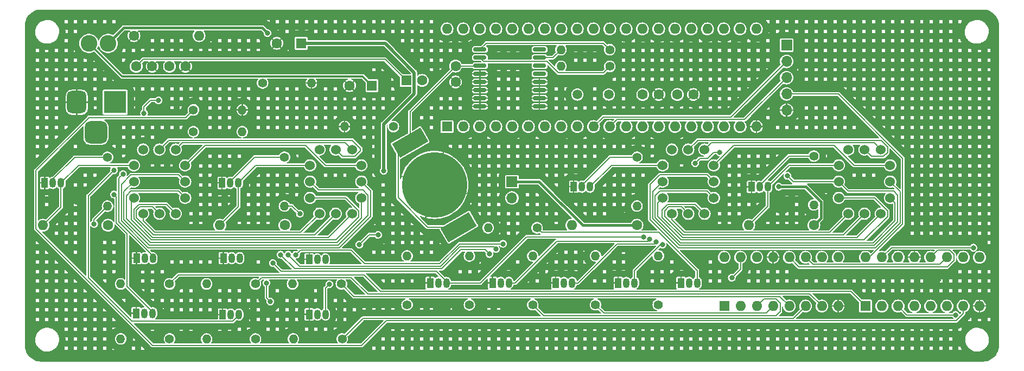
<source format=gbr>
%TF.GenerationSoftware,KiCad,Pcbnew,7.0.0*%
%TF.CreationDate,2023-09-30T14:58:15+08:00*%
%TF.ProjectId,OpenNixie,4f70656e-4e69-4786-9965-2e6b69636164,v3.0*%
%TF.SameCoordinates,Original*%
%TF.FileFunction,Copper,L2,Bot*%
%TF.FilePolarity,Positive*%
%FSLAX46Y46*%
G04 Gerber Fmt 4.6, Leading zero omitted, Abs format (unit mm)*
G04 Created by KiCad (PCBNEW 7.0.0) date 2023-09-30 14:58:15*
%MOMM*%
%LPD*%
G01*
G04 APERTURE LIST*
G04 Aperture macros list*
%AMRoundRect*
0 Rectangle with rounded corners*
0 $1 Rounding radius*
0 $2 $3 $4 $5 $6 $7 $8 $9 X,Y pos of 4 corners*
0 Add a 4 corners polygon primitive as box body*
4,1,4,$2,$3,$4,$5,$6,$7,$8,$9,$2,$3,0*
0 Add four circle primitives for the rounded corners*
1,1,$1+$1,$2,$3*
1,1,$1+$1,$4,$5*
1,1,$1+$1,$6,$7*
1,1,$1+$1,$8,$9*
0 Add four rect primitives between the rounded corners*
20,1,$1+$1,$2,$3,$4,$5,0*
20,1,$1+$1,$4,$5,$6,$7,0*
20,1,$1+$1,$6,$7,$8,$9,0*
20,1,$1+$1,$8,$9,$2,$3,0*%
%AMRotRect*
0 Rectangle, with rotation*
0 The origin of the aperture is its center*
0 $1 length*
0 $2 width*
0 $3 Rotation angle, in degrees counterclockwise*
0 Add horizontal line*
21,1,$1,$2,0,0,$3*%
G04 Aperture macros list end*
%TA.AperFunction,ComponentPad*%
%ADD10C,1.600000*%
%TD*%
%TA.AperFunction,ComponentPad*%
%ADD11C,2.600000*%
%TD*%
%TA.AperFunction,ComponentPad*%
%ADD12C,1.400000*%
%TD*%
%TA.AperFunction,ComponentPad*%
%ADD13O,1.400000X1.400000*%
%TD*%
%TA.AperFunction,ComponentPad*%
%ADD14O,1.600000X1.600000*%
%TD*%
%TA.AperFunction,ComponentPad*%
%ADD15R,1.600000X1.600000*%
%TD*%
%TA.AperFunction,ComponentPad*%
%ADD16R,1.050000X1.500000*%
%TD*%
%TA.AperFunction,ComponentPad*%
%ADD17O,1.050000X1.500000*%
%TD*%
%TA.AperFunction,ComponentPad*%
%ADD18C,1.524000*%
%TD*%
%TA.AperFunction,ComponentPad*%
%ADD19R,1.700000X1.700000*%
%TD*%
%TA.AperFunction,ComponentPad*%
%ADD20O,1.700000X1.700000*%
%TD*%
%TA.AperFunction,ComponentPad*%
%ADD21R,3.500000X3.500000*%
%TD*%
%TA.AperFunction,ComponentPad*%
%ADD22RoundRect,0.750000X-0.750000X-1.000000X0.750000X-1.000000X0.750000X1.000000X-0.750000X1.000000X0*%
%TD*%
%TA.AperFunction,ComponentPad*%
%ADD23RoundRect,0.875000X-0.875000X-0.875000X0.875000X-0.875000X0.875000X0.875000X-0.875000X0.875000X0*%
%TD*%
%TA.AperFunction,SMDPad,CuDef*%
%ADD24RotRect,2.500000X5.100000X120.000000*%
%TD*%
%TA.AperFunction,SMDPad,CuDef*%
%ADD25C,10.200000*%
%TD*%
%TA.AperFunction,SMDPad,CuDef*%
%ADD26RoundRect,0.150000X0.875000X0.150000X-0.875000X0.150000X-0.875000X-0.150000X0.875000X-0.150000X0*%
%TD*%
%TA.AperFunction,ComponentPad*%
%ADD27C,1.500000*%
%TD*%
%TA.AperFunction,ViaPad*%
%ADD28C,0.800000*%
%TD*%
%TA.AperFunction,Conductor*%
%ADD29C,0.200000*%
%TD*%
%TA.AperFunction,Conductor*%
%ADD30C,0.400000*%
%TD*%
%TA.AperFunction,Conductor*%
%ADD31C,0.500000*%
%TD*%
%TA.AperFunction,Conductor*%
%ADD32C,0.300000*%
%TD*%
G04 APERTURE END LIST*
D10*
%TO.P,C5,1*%
%TO.N,Net-(U3-REF)*%
X97470000Y-78200000D03*
%TO.P,C5,2*%
%TO.N,GND*%
X99970000Y-78200000D03*
%TD*%
D11*
%TO.P,L1,1*%
%TO.N,Net-(D1-A)*%
X87900000Y-74600000D03*
%TO.P,L1,2*%
%TO.N,/+12v*%
X84900000Y-74600000D03*
%TD*%
D12*
%TO.P,R5,1*%
%TO.N,Net-(U3-FB)*%
X101200000Y-88400000D03*
D13*
%TO.P,R5,2*%
%TO.N,+170v*%
X108819999Y-88399999D03*
%TD*%
D12*
%TO.P,R6,1*%
%TO.N,/ENABLE*%
X101200000Y-85000000D03*
D13*
%TO.P,R6,2*%
%TO.N,GND*%
X108819999Y-84999999D03*
%TD*%
D12*
%TO.P,R7,1*%
%TO.N,Net-(U3-FB)*%
X111990000Y-80800000D03*
D13*
%TO.P,R7,2*%
%TO.N,GND*%
X119609999Y-80799999D03*
%TD*%
D10*
%TO.P,R8,1*%
%TO.N,GND*%
X91920000Y-73400000D03*
D14*
%TO.P,R8,2*%
%TO.N,Net-(Q2-S)*%
X102079999Y-73399999D03*
%TD*%
D15*
%TO.P,U6,1,QB*%
%TO.N,/SR_SEG_P1*%
X184009999Y-115619999D03*
D14*
%TO.P,U6,2,QC*%
%TO.N,/SR_SEG_P2*%
X186549999Y-115619999D03*
%TO.P,U6,3,QD*%
%TO.N,/SR_SEG_P3*%
X189089999Y-115619999D03*
%TO.P,U6,4,QE*%
%TO.N,/SR_SEG_P4*%
X191629999Y-115619999D03*
%TO.P,U6,5,QF*%
%TO.N,/SR_SEG_P5*%
X194169999Y-115619999D03*
%TO.P,U6,6,QG*%
%TO.N,/SR_SEG_P6*%
X196709999Y-115619999D03*
%TO.P,U6,7,QH*%
%TO.N,/SR_SEG_P7*%
X199249999Y-115619999D03*
%TO.P,U6,8,GND*%
%TO.N,GND*%
X201789999Y-115619999D03*
%TO.P,U6,9,QH'*%
%TO.N,/SR_CASCADE*%
X201789999Y-107999999D03*
%TO.P,U6,10,~{SRCLR}*%
%TO.N,/+5V*%
X199249999Y-107999999D03*
%TO.P,U6,11,SRCLK*%
%TO.N,/SR_CLOCK*%
X196709999Y-107999999D03*
%TO.P,U6,12,RCLK*%
%TO.N,/SR_LATCH*%
X194169999Y-107999999D03*
%TO.P,U6,13,~{OE}*%
%TO.N,GND*%
X191629999Y-107999999D03*
%TO.P,U6,14,SER*%
%TO.N,/SR_DATA*%
X189089999Y-107999999D03*
%TO.P,U6,15,QA*%
%TO.N,/SR_SEG_P0*%
X186549999Y-107999999D03*
%TO.P,U6,16,VCC*%
%TO.N,/+5V*%
X184009999Y-107999999D03*
%TD*%
D12*
%TO.P,R12,1*%
%TO.N,/SR_SEG_P2*%
X144260000Y-115420000D03*
D13*
%TO.P,R12,2*%
%TO.N,Net-(Q5-B)*%
X144259999Y-107799999D03*
%TD*%
D16*
%TO.P,Q8,1,E*%
%TO.N,GND*%
X119254999Y-108330152D03*
D17*
%TO.P,Q8,2,B*%
%TO.N,Net-(Q8-B)*%
X120524999Y-108330152D03*
%TO.P,Q8,3,C*%
%TO.N,/SEG_P5*%
X121794999Y-108330152D03*
%TD*%
D16*
%TO.P,Q9,1,E*%
%TO.N,GND*%
X119259999Y-116915152D03*
D17*
%TO.P,Q9,2,B*%
%TO.N,Net-(Q9-B)*%
X120529999Y-116915152D03*
%TO.P,Q9,3,C*%
%TO.N,/SEG_P6*%
X121799999Y-116915152D03*
%TD*%
D10*
%TO.P,R20,1*%
%TO.N,+170v*%
X115480000Y-103000000D03*
D14*
%TO.P,R20,2*%
%TO.N,/BIT_P1*%
X105319999Y-102999999D03*
%TD*%
D12*
%TO.P,R27,1*%
%TO.N,Net-(Q16-B)*%
X198000000Y-92200000D03*
D13*
%TO.P,R27,2*%
%TO.N,/SR_BIT_P3*%
X197999999Y-99819999D03*
%TD*%
D16*
%TO.P,Q14,1,E*%
%TO.N,GND*%
X105659999Y-96399999D03*
D17*
%TO.P,Q14,2,B*%
%TO.N,Net-(Q14-B)*%
X106929999Y-96399999D03*
%TO.P,Q14,3,C*%
%TO.N,/BIT_P1*%
X108199999Y-96399999D03*
%TD*%
D12*
%TO.P,R14,1*%
%TO.N,/SR_SEG_P4*%
X163940000Y-115410000D03*
D13*
%TO.P,R14,2*%
%TO.N,Net-(Q7-B)*%
X163939999Y-107789999D03*
%TD*%
D16*
%TO.P,Q16,1,E*%
%TO.N,GND*%
X188259999Y-96999999D03*
D17*
%TO.P,Q16,2,B*%
%TO.N,Net-(Q16-B)*%
X189529999Y-96999999D03*
%TO.P,Q16,3,C*%
%TO.N,/BIT_P3*%
X190799999Y-96999999D03*
%TD*%
D16*
%TO.P,Q5,1,E*%
%TO.N,GND*%
X147859999Y-111999999D03*
D17*
%TO.P,Q5,2,B*%
%TO.N,Net-(Q5-B)*%
X149129999Y-111999999D03*
%TO.P,Q5,3,C*%
%TO.N,/SEG_P2*%
X150399999Y-111999999D03*
%TD*%
D12*
%TO.P,R9,1*%
%TO.N,Net-(U4-~{RESET})*%
X132400000Y-87600000D03*
D13*
%TO.P,R9,2*%
%TO.N,GND*%
X124779999Y-87599999D03*
%TD*%
D15*
%TO.P,C2,1*%
%TO.N,/+12v*%
X129052650Y-81199999D03*
D10*
%TO.P,C2,2*%
%TO.N,GND*%
X125552651Y-81200000D03*
%TD*%
%TO.P,C1,1*%
%TO.N,/+5V*%
X92270000Y-78200000D03*
%TO.P,C1,2*%
%TO.N,GND*%
X94770000Y-78200000D03*
%TD*%
D12*
%TO.P,R1,1*%
%TO.N,Net-(Q1-C)*%
X154810000Y-103400000D03*
D13*
%TO.P,R1,2*%
%TO.N,Net-(NE1-Pad2)*%
X147189999Y-103399999D03*
%TD*%
D18*
%TO.P,J4,0,0*%
%TO.N,/SEG_P0*%
X174400000Y-96200000D03*
%TO.P,J4,1,1*%
%TO.N,/SEG_P1*%
X174400000Y-98740000D03*
%TO.P,J4,2,2*%
%TO.N,/SEG_P2*%
X175860000Y-101200000D03*
%TO.P,J4,3,3*%
%TO.N,/SEG_P3*%
X178400000Y-101200000D03*
%TO.P,J4,4,4*%
%TO.N,/SEG_P4*%
X180940000Y-101200000D03*
%TO.P,J4,5,5*%
%TO.N,/SEG_P5*%
X182400000Y-98740000D03*
%TO.P,J4,6,6*%
%TO.N,/SEG_P6*%
X182400000Y-96200000D03*
%TO.P,J4,7,7*%
%TO.N,/SEG_P7*%
X182400000Y-93660000D03*
%TO.P,J4,8,8*%
%TO.N,/SEG_P8*%
X180940000Y-91200000D03*
%TO.P,J4,9,9*%
%TO.N,/SEG_P9*%
X178400000Y-91200000D03*
%TO.P,J4,10,10*%
%TO.N,unconnected-(J4-Pad10)*%
X175860000Y-91200000D03*
%TO.P,J4,A,A*%
%TO.N,/BIT_P2*%
X174400000Y-93660000D03*
%TD*%
D12*
%TO.P,R11,1*%
%TO.N,/SR_SEG_P1*%
X134530000Y-115410000D03*
D13*
%TO.P,R11,2*%
%TO.N,Net-(Q4-B)*%
X134529999Y-107789999D03*
%TD*%
D19*
%TO.P,U2,1,STATE*%
%TO.N,unconnected-(U2-STATE-Pad1)*%
X193749999Y-74879999D03*
D20*
%TO.P,U2,2,TXD*%
%TO.N,/BLE_TXD*%
X193749999Y-77419999D03*
%TO.P,U2,3,RXD*%
%TO.N,/BLE_RXD*%
X193749999Y-79959999D03*
%TO.P,U2,4,VCC*%
%TO.N,/+5V*%
X193749999Y-82499999D03*
%TO.P,U2,5,GND*%
%TO.N,GND*%
X193749999Y-85039999D03*
%TD*%
D12*
%TO.P,R15,1*%
%TO.N,/SR_SEG_P5*%
X124285000Y-112155153D03*
D13*
%TO.P,R15,2*%
%TO.N,Net-(Q8-B)*%
X116664999Y-112155152D03*
%TD*%
D15*
%TO.P,U7,1,QB*%
%TO.N,/SR_SEG_P9*%
X206061999Y-115619999D03*
D14*
%TO.P,U7,2,QC*%
%TO.N,/SR_BIT_P0*%
X208601999Y-115619999D03*
%TO.P,U7,3,QD*%
%TO.N,/SR_BIT_P1*%
X211141999Y-115619999D03*
%TO.P,U7,4,QE*%
%TO.N,/SR_BIT_P2*%
X213681999Y-115619999D03*
%TO.P,U7,5,QF*%
%TO.N,/SR_BIT_P3*%
X216221999Y-115619999D03*
%TO.P,U7,6,QG*%
%TO.N,/SYMBOL*%
X218761999Y-115619999D03*
%TO.P,U7,7,QH*%
%TO.N,/ENABLE*%
X221301999Y-115619999D03*
%TO.P,U7,8,GND*%
%TO.N,GND*%
X223841999Y-115619999D03*
%TO.P,U7,9,QH'*%
%TO.N,unconnected-(U7-QH'-Pad9)*%
X223841999Y-107999999D03*
%TO.P,U7,10,~{SRCLR}*%
%TO.N,/+5V*%
X221301999Y-107999999D03*
%TO.P,U7,11,SRCLK*%
%TO.N,/SR_CLOCK*%
X218761999Y-107999999D03*
%TO.P,U7,12,RCLK*%
%TO.N,/SR_LATCH*%
X216221999Y-107999999D03*
%TO.P,U7,13,~{OE}*%
%TO.N,GND*%
X213681999Y-107999999D03*
%TO.P,U7,14,SER*%
%TO.N,/SR_CASCADE*%
X211141999Y-107999999D03*
%TO.P,U7,15,QA*%
%TO.N,/SR_SEG_P8*%
X208601999Y-107999999D03*
%TO.P,U7,16,VCC*%
%TO.N,/+5V*%
X206061999Y-107999999D03*
%TD*%
D16*
%TO.P,Q15,1,E*%
%TO.N,GND*%
X160529999Y-96989999D03*
D17*
%TO.P,Q15,2,B*%
%TO.N,Net-(Q15-B)*%
X161799999Y-96989999D03*
%TO.P,Q15,3,C*%
%TO.N,/BIT_P2*%
X163069999Y-96989999D03*
%TD*%
D18*
%TO.P,J5,0,0*%
%TO.N,/SEG_P0*%
X201900000Y-96200000D03*
%TO.P,J5,1,1*%
%TO.N,/SEG_P1*%
X201900000Y-98740000D03*
%TO.P,J5,2,2*%
%TO.N,/SEG_P2*%
X203360000Y-101200000D03*
%TO.P,J5,3,3*%
%TO.N,/SEG_P3*%
X205900000Y-101200000D03*
%TO.P,J5,4,4*%
%TO.N,/SEG_P4*%
X208440000Y-101200000D03*
%TO.P,J5,5,5*%
%TO.N,/SEG_P5*%
X209900000Y-98740000D03*
%TO.P,J5,6,6*%
%TO.N,/SEG_P6*%
X209900000Y-96200000D03*
%TO.P,J5,7,7*%
%TO.N,/SEG_P7*%
X209900000Y-93660000D03*
%TO.P,J5,8,8*%
%TO.N,/SEG_P8*%
X208440000Y-91200000D03*
%TO.P,J5,9,9*%
%TO.N,/SEG_P9*%
X205900000Y-91200000D03*
%TO.P,J5,10,10*%
%TO.N,unconnected-(J5-Pad10)*%
X203360000Y-91200000D03*
%TO.P,J5,A,A*%
%TO.N,/BIT_P3*%
X201900000Y-93660000D03*
%TD*%
%TO.P,J3,0,0*%
%TO.N,/SEG_P0*%
X119400000Y-96200000D03*
%TO.P,J3,1,1*%
%TO.N,/SEG_P1*%
X119400000Y-98740000D03*
%TO.P,J3,2,2*%
%TO.N,/SEG_P2*%
X120860000Y-101200000D03*
%TO.P,J3,3,3*%
%TO.N,/SEG_P3*%
X123400000Y-101200000D03*
%TO.P,J3,4,4*%
%TO.N,/SEG_P4*%
X125940000Y-101200000D03*
%TO.P,J3,5,5*%
%TO.N,/SEG_P5*%
X127400000Y-98740000D03*
%TO.P,J3,6,6*%
%TO.N,/SEG_P6*%
X127400000Y-96200000D03*
%TO.P,J3,7,7*%
%TO.N,/SEG_P7*%
X127400000Y-93660000D03*
%TO.P,J3,8,8*%
%TO.N,/SEG_P8*%
X125940000Y-91200000D03*
%TO.P,J3,9,9*%
%TO.N,/SEG_P9*%
X123400000Y-91200000D03*
%TO.P,J3,10,10*%
%TO.N,unconnected-(J3-Pad10)*%
X120860000Y-91200000D03*
%TO.P,J3,A,A*%
%TO.N,/BIT_P1*%
X119400000Y-93660000D03*
%TD*%
D19*
%TO.P,NE1,1*%
%TO.N,+170v*%
X150899999Y-96199999D03*
D20*
%TO.P,NE1,2*%
%TO.N,Net-(NE1-Pad2)*%
X150899999Y-98739999D03*
%TD*%
D18*
%TO.P,J2,0,0*%
%TO.N,/SEG_P0*%
X91900000Y-96200000D03*
%TO.P,J2,1,1*%
%TO.N,/SEG_P1*%
X91900000Y-98740000D03*
%TO.P,J2,2,2*%
%TO.N,/SEG_P2*%
X93360000Y-101200000D03*
%TO.P,J2,3,3*%
%TO.N,/SEG_P3*%
X95900000Y-101200000D03*
%TO.P,J2,4,4*%
%TO.N,/SEG_P4*%
X98440000Y-101200000D03*
%TO.P,J2,5,5*%
%TO.N,/SEG_P5*%
X99900000Y-98740000D03*
%TO.P,J2,6,6*%
%TO.N,/SEG_P6*%
X99900000Y-96200000D03*
%TO.P,J2,7,7*%
%TO.N,/SEG_P7*%
X99900000Y-93660000D03*
%TO.P,J2,8,8*%
%TO.N,/SEG_P8*%
X98440000Y-91200000D03*
%TO.P,J2,9,9*%
%TO.N,/SEG_P9*%
X95900000Y-91200000D03*
%TO.P,J2,10,10*%
%TO.N,unconnected-(J2-Pad10)*%
X93360000Y-91200000D03*
%TO.P,J2,A,A*%
%TO.N,/BIT_P0*%
X91900000Y-93660000D03*
%TD*%
D16*
%TO.P,Q11,1,E*%
%TO.N,GND*%
X105739999Y-116935942D03*
D17*
%TO.P,Q11,2,B*%
%TO.N,Net-(Q11-B)*%
X107009999Y-116935942D03*
%TO.P,Q11,3,C*%
%TO.N,/SEG_P8*%
X108279999Y-116935942D03*
%TD*%
D12*
%TO.P,R24,1*%
%TO.N,Net-(Q13-B)*%
X87800000Y-92400000D03*
D13*
%TO.P,R24,2*%
%TO.N,/SR_BIT_P0*%
X87799999Y-100019999D03*
%TD*%
D12*
%TO.P,R19,1*%
%TO.N,/SR_SEG_P9*%
X97470000Y-112155153D03*
D13*
%TO.P,R19,2*%
%TO.N,Net-(Q12-B)*%
X89849999Y-112155152D03*
%TD*%
D16*
%TO.P,Q7,1,E*%
%TO.N,GND*%
X167469999Y-112009999D03*
D17*
%TO.P,Q7,2,B*%
%TO.N,Net-(Q7-B)*%
X168739999Y-112009999D03*
%TO.P,Q7,3,C*%
%TO.N,/SEG_P4*%
X170009999Y-112009999D03*
%TD*%
D16*
%TO.P,Q12,1,E*%
%TO.N,GND*%
X92329999Y-108155152D03*
D17*
%TO.P,Q12,2,B*%
%TO.N,Net-(Q12-B)*%
X93599999Y-108155152D03*
%TO.P,Q12,3,C*%
%TO.N,/SEG_P9*%
X94869999Y-108155152D03*
%TD*%
D10*
%TO.P,R22,1*%
%TO.N,+170v*%
X87880000Y-103000000D03*
D14*
%TO.P,R22,2*%
%TO.N,/BIT_P0*%
X77719999Y-102999999D03*
%TD*%
D16*
%TO.P,Q3,1,E*%
%TO.N,GND*%
X92269999Y-116745152D03*
D17*
%TO.P,Q3,2,B*%
%TO.N,Net-(Q3-B)*%
X93539999Y-116745152D03*
%TO.P,Q3,3,C*%
%TO.N,/SEG_P0*%
X94809999Y-116745152D03*
%TD*%
D15*
%TO.P,C4,1*%
%TO.N,/+5V*%
X134394887Y-80399999D03*
D10*
%TO.P,C4,2*%
%TO.N,Net-(U4-~{RESET})*%
X136894888Y-80400000D03*
%TD*%
D12*
%TO.P,R3,1*%
%TO.N,/SYMBOL*%
X173730000Y-115400000D03*
D13*
%TO.P,R3,2*%
%TO.N,Net-(Q1-B)*%
X173729999Y-107779999D03*
%TD*%
D10*
%TO.P,R21,1*%
%TO.N,+170v*%
X198000000Y-103000000D03*
D14*
%TO.P,R21,2*%
%TO.N,/BIT_P3*%
X187839999Y-102999999D03*
%TD*%
D21*
%TO.P,J1,1*%
%TO.N,/+12v*%
X88999999Y-83799999D03*
D22*
%TO.P,J1,2*%
%TO.N,GND*%
X83000000Y-83800000D03*
D23*
%TO.P,J1,3*%
%TO.N,N/C*%
X86000000Y-88500000D03*
%TD*%
D16*
%TO.P,Q4,1,E*%
%TO.N,GND*%
X138129999Y-112009999D03*
D17*
%TO.P,Q4,2,B*%
%TO.N,Net-(Q4-B)*%
X139399999Y-112009999D03*
%TO.P,Q4,3,C*%
%TO.N,/SEG_P1*%
X140669999Y-112009999D03*
%TD*%
D12*
%TO.P,R18,1*%
%TO.N,/SR_SEG_P8*%
X110880000Y-120765153D03*
D13*
%TO.P,R18,2*%
%TO.N,Net-(Q11-B)*%
X103259999Y-120765152D03*
%TD*%
D15*
%TO.P,U4,1,P1.0*%
%TO.N,unconnected-(U4-P1.0-Pad1)*%
X140769999Y-87599999D03*
D14*
%TO.P,U4,2,P1.1*%
%TO.N,unconnected-(U4-P1.1-Pad2)*%
X143309999Y-87599999D03*
%TO.P,U4,3,P1.2*%
%TO.N,unconnected-(U4-P1.2-Pad3)*%
X145849999Y-87599999D03*
%TO.P,U4,4,P1.3*%
%TO.N,unconnected-(U4-P1.3-Pad4)*%
X148389999Y-87599999D03*
%TO.P,U4,5,P1.4*%
%TO.N,unconnected-(U4-P1.4-Pad5)*%
X150929999Y-87599999D03*
%TO.P,U4,6,P1.5*%
%TO.N,unconnected-(U4-P1.5-Pad6)*%
X153469999Y-87599999D03*
%TO.P,U4,7,P1.6*%
%TO.N,unconnected-(U4-P1.6-Pad7)*%
X156009999Y-87599999D03*
%TO.P,U4,8,P1.7*%
%TO.N,unconnected-(U4-P1.7-Pad8)*%
X158549999Y-87599999D03*
%TO.P,U4,9,~{RESET}*%
%TO.N,Net-(U4-~{RESET})*%
X161089999Y-87599999D03*
%TO.P,U4,10,P3.0(RXD)*%
%TO.N,/BLE_TXD*%
X163629999Y-87599999D03*
%TO.P,U4,11,P3.1(TXD)*%
%TO.N,/BLE_RXD*%
X166169999Y-87599999D03*
%TO.P,U4,12,P3.2(~{INT0})*%
%TO.N,unconnected-(U4-P3.2(~{INT0})-Pad12)*%
X168709999Y-87599999D03*
%TO.P,U4,13,P3.3(~{INT1})*%
%TO.N,unconnected-(U4-P3.3(~{INT1})-Pad13)*%
X171249999Y-87599999D03*
%TO.P,U4,14,P3.4(T0)*%
%TO.N,unconnected-(U4-P3.4(T0)-Pad14)*%
X173789999Y-87599999D03*
%TO.P,U4,15,P3.5(T1)*%
%TO.N,unconnected-(U4-P3.5(T1)-Pad15)*%
X176329999Y-87599999D03*
%TO.P,U4,16,P3.6(~{WR})*%
%TO.N,unconnected-(U4-P3.6(~{WR})-Pad16)*%
X178869999Y-87599999D03*
%TO.P,U4,17,P3.7(~{RD})*%
%TO.N,unconnected-(U4-P3.7(~{RD})-Pad17)*%
X181409999Y-87599999D03*
%TO.P,U4,18,X1*%
%TO.N,Net-(U4-X1)*%
X183949999Y-87599999D03*
%TO.P,U4,19,X2*%
%TO.N,Net-(U4-X2)*%
X186489999Y-87599999D03*
%TO.P,U4,20,GND*%
%TO.N,GND*%
X189029999Y-87599999D03*
%TO.P,U4,21,P2.0*%
%TO.N,/I2C_SDA*%
X189029999Y-72359999D03*
%TO.P,U4,22,P2.1*%
%TO.N,/I2C_SCL*%
X186489999Y-72359999D03*
%TO.P,U4,23,P2.2*%
%TO.N,/SR_CLOCK*%
X183949999Y-72359999D03*
%TO.P,U4,24,P2.3*%
%TO.N,/SR_DATA*%
X181409999Y-72359999D03*
%TO.P,U4,25,P2.4*%
%TO.N,/SR_LATCH*%
X178869999Y-72359999D03*
%TO.P,U4,26,P2.5*%
%TO.N,unconnected-(U4-P2.5-Pad26)*%
X176329999Y-72359999D03*
%TO.P,U4,27,P2.6*%
%TO.N,unconnected-(U4-P2.6-Pad27)*%
X173789999Y-72359999D03*
%TO.P,U4,28,P2.7*%
%TO.N,unconnected-(U4-P2.7-Pad28)*%
X171249999Y-72359999D03*
%TO.P,U4,29,~{PSEN}*%
%TO.N,unconnected-(U4-~{PSEN}-Pad29)*%
X168709999Y-72359999D03*
%TO.P,U4,30,ALE/~{PROG}*%
%TO.N,unconnected-(U4-ALE{slash}~{PROG}-Pad30)*%
X166169999Y-72359999D03*
%TO.P,U4,31,~{EA}/VPP*%
%TO.N,/+5V*%
X163629999Y-72359999D03*
%TO.P,U4,32,P0.7*%
%TO.N,unconnected-(U4-P0.7-Pad32)*%
X161089999Y-72359999D03*
%TO.P,U4,33,P0.6*%
%TO.N,unconnected-(U4-P0.6-Pad33)*%
X158549999Y-72359999D03*
%TO.P,U4,34,P0.5*%
%TO.N,unconnected-(U4-P0.5-Pad34)*%
X156009999Y-72359999D03*
%TO.P,U4,35,P0.4*%
%TO.N,unconnected-(U4-P0.4-Pad35)*%
X153469999Y-72359999D03*
%TO.P,U4,36,P0.3*%
%TO.N,unconnected-(U4-P0.3-Pad36)*%
X150929999Y-72359999D03*
%TO.P,U4,37,P0.2*%
%TO.N,unconnected-(U4-P0.2-Pad37)*%
X148389999Y-72359999D03*
%TO.P,U4,38,P0.1*%
%TO.N,unconnected-(U4-P0.1-Pad38)*%
X145849999Y-72359999D03*
%TO.P,U4,39,P0.0*%
%TO.N,unconnected-(U4-P0.0-Pad39)*%
X143309999Y-72359999D03*
%TO.P,U4,40,VCC*%
%TO.N,/+5V*%
X140769999Y-72359999D03*
%TD*%
D12*
%TO.P,R17,1*%
%TO.N,/SR_SEG_P7*%
X110870000Y-112155153D03*
D13*
%TO.P,R17,2*%
%TO.N,Net-(Q10-B)*%
X103249999Y-112155152D03*
%TD*%
D10*
%TO.P,R23,1*%
%TO.N,+170v*%
X170400000Y-103000000D03*
D14*
%TO.P,R23,2*%
%TO.N,/BIT_P2*%
X160239999Y-102999999D03*
%TD*%
D16*
%TO.P,Q10,1,E*%
%TO.N,GND*%
X105869999Y-108125942D03*
D17*
%TO.P,Q10,2,B*%
%TO.N,Net-(Q10-B)*%
X107139999Y-108125942D03*
%TO.P,Q10,3,C*%
%TO.N,/SEG_P7*%
X108409999Y-108125942D03*
%TD*%
D12*
%TO.P,R25,1*%
%TO.N,Net-(Q14-B)*%
X115400000Y-92380000D03*
D13*
%TO.P,R25,2*%
%TO.N,/SR_BIT_P1*%
X115399999Y-99999999D03*
%TD*%
D12*
%TO.P,R26,1*%
%TO.N,Net-(Q15-B)*%
X170400000Y-92380000D03*
D13*
%TO.P,R26,2*%
%TO.N,/SR_BIT_P2*%
X170399999Y-99999999D03*
%TD*%
D16*
%TO.P,Q1,1,E*%
%TO.N,GND*%
X177259999Y-111999999D03*
D17*
%TO.P,Q1,2,B*%
%TO.N,Net-(Q1-B)*%
X178529999Y-111999999D03*
%TO.P,Q1,3,C*%
%TO.N,Net-(Q1-C)*%
X179799999Y-111999999D03*
%TD*%
D16*
%TO.P,Q13,1,E*%
%TO.N,GND*%
X77999999Y-96399999D03*
D17*
%TO.P,Q13,2,B*%
%TO.N,Net-(Q13-B)*%
X79269999Y-96399999D03*
%TO.P,Q13,3,C*%
%TO.N,/BIT_P0*%
X80539999Y-96399999D03*
%TD*%
D16*
%TO.P,Q6,1,E*%
%TO.N,GND*%
X157739999Y-112009999D03*
D17*
%TO.P,Q6,2,B*%
%TO.N,Net-(Q6-B)*%
X159009999Y-112009999D03*
%TO.P,Q6,3,C*%
%TO.N,/SEG_P3*%
X160279999Y-112009999D03*
%TD*%
D12*
%TO.P,R10,1*%
%TO.N,/SR_SEG_P0*%
X97470000Y-120745153D03*
D13*
%TO.P,R10,2*%
%TO.N,Net-(Q3-B)*%
X89849999Y-120745152D03*
%TD*%
D12*
%TO.P,R13,1*%
%TO.N,/SR_SEG_P3*%
X154140000Y-115410000D03*
D13*
%TO.P,R13,2*%
%TO.N,Net-(Q6-B)*%
X154139999Y-107789999D03*
%TD*%
D12*
%TO.P,R16,1*%
%TO.N,/SR_SEG_P6*%
X124410000Y-120765153D03*
D13*
%TO.P,R16,2*%
%TO.N,Net-(Q9-B)*%
X116789999Y-120765152D03*
%TD*%
D15*
%TO.P,C3,1*%
%TO.N,+170v*%
X118002650Y-74599999D03*
D10*
%TO.P,C3,2*%
%TO.N,GND*%
X114202651Y-74600000D03*
%TD*%
D12*
%TO.P,R2,1*%
%TO.N,/I2C_SDA*%
X166160000Y-78200000D03*
D13*
%TO.P,R2,2*%
%TO.N,/+5V*%
X158539999Y-78199999D03*
%TD*%
D24*
%TO.P,BT1,1,+*%
%TO.N,/VBAT*%
X142599999Y-103281792D03*
X134999999Y-90118206D03*
D25*
%TO.P,BT1,2,-*%
%TO.N,GND*%
X138800000Y-96700000D03*
%TD*%
D26*
%TO.P,U5,1,32KHZ*%
%TO.N,unconnected-(U5-32KHZ-Pad1)*%
X155200000Y-75555000D03*
%TO.P,U5,2,VCC*%
%TO.N,/+5V*%
X155200000Y-76825000D03*
%TO.P,U5,3,~{INT}/SQW*%
%TO.N,unconnected-(U5-~{INT}{slash}SQW-Pad3)*%
X155200000Y-78095000D03*
%TO.P,U5,4,~{RST}*%
%TO.N,unconnected-(U5-~{RST}-Pad4)*%
X155200000Y-79365000D03*
%TO.P,U5,5,GND*%
%TO.N,GND*%
X155200000Y-80635000D03*
%TO.P,U5,6,GND*%
X155200000Y-81905000D03*
%TO.P,U5,7,GND*%
X155200000Y-83175000D03*
%TO.P,U5,8,GND*%
X155200000Y-84445000D03*
%TO.P,U5,9,GND*%
X145900000Y-84445000D03*
%TO.P,U5,10,GND*%
X145900000Y-83175000D03*
%TO.P,U5,11,GND*%
X145900000Y-81905000D03*
%TO.P,U5,12,GND*%
X145900000Y-80635000D03*
%TO.P,U5,13,GND*%
X145900000Y-79365000D03*
%TO.P,U5,14,VBAT*%
%TO.N,/VBAT*%
X145900000Y-78095000D03*
%TO.P,U5,15,SDA*%
%TO.N,/I2C_SDA*%
X145900000Y-76825000D03*
%TO.P,U5,16,SCL*%
%TO.N,/I2C_SCL*%
X145900000Y-75555000D03*
%TD*%
D10*
%TO.P,C8,1*%
%TO.N,Net-(U4-X2)*%
X171300000Y-82600000D03*
%TO.P,C8,2*%
%TO.N,GND*%
X173800000Y-82600000D03*
%TD*%
D27*
%TO.P,Y1,1,1*%
%TO.N,Net-(U4-X2)*%
X161100000Y-82600000D03*
%TO.P,Y1,2,2*%
%TO.N,Net-(U4-X1)*%
X166000000Y-82600000D03*
%TD*%
D10*
%TO.P,C7,1*%
%TO.N,/VBAT*%
X142100000Y-78150000D03*
%TO.P,C7,2*%
%TO.N,GND*%
X142100000Y-80650000D03*
%TD*%
%TO.P,C6,1*%
%TO.N,Net-(U4-X1)*%
X176700000Y-82600000D03*
%TO.P,C6,2*%
%TO.N,GND*%
X179200000Y-82600000D03*
%TD*%
D12*
%TO.P,R4,1*%
%TO.N,/I2C_SCL*%
X166160000Y-75600000D03*
D13*
%TO.P,R4,2*%
%TO.N,/+5V*%
X158539999Y-75599999D03*
%TD*%
D28*
%TO.N,GND*%
X170600000Y-107400000D03*
X140200000Y-115400000D03*
X151000000Y-115600000D03*
X128000000Y-112000000D03*
X179800000Y-96200000D03*
X180600000Y-94000000D03*
X216600000Y-111200000D03*
X200800000Y-101000000D03*
X180200000Y-108400000D03*
X126000000Y-112400000D03*
X193000000Y-100000000D03*
X160000000Y-115800000D03*
X169200000Y-115600000D03*
X165800000Y-106200000D03*
X167400000Y-101800000D03*
X83400000Y-98600000D03*
X127400000Y-119800000D03*
X118600000Y-112400000D03*
X115200000Y-109200000D03*
%TO.N,/+5V*%
X93500000Y-85500000D03*
X95750000Y-83500000D03*
%TO.N,/SEG_P0*%
X183300000Y-91600000D03*
X88800000Y-98200000D03*
X193900000Y-95300000D03*
X179500000Y-93300000D03*
%TO.N,/SEG_P1*%
X113600000Y-108900000D03*
X171400000Y-104800000D03*
%TO.N,/SEG_P2*%
X147400000Y-107500000D03*
X114800000Y-107600000D03*
X172400000Y-105200000D03*
%TO.N,/SEG_P3*%
X173400000Y-105600000D03*
X148400000Y-106700000D03*
X116000000Y-107600000D03*
%TO.N,/SEG_P4*%
X174400000Y-106000000D03*
X149500000Y-105900000D03*
X117200000Y-107600000D03*
%TO.N,Net-(D1-A)*%
X112750000Y-73000000D03*
%TO.N,/SEG_P5*%
X127100000Y-106000000D03*
X130000000Y-104500000D03*
%TO.N,/SEG_P6*%
X122400000Y-112200000D03*
%TO.N,/SEG_P8*%
X88800000Y-94400000D03*
%TO.N,/SEG_P9*%
X90200000Y-95000000D03*
%TO.N,+170v*%
X192500000Y-97000000D03*
X130900000Y-94500000D03*
%TO.N,/SR_SEG_P0*%
X185200000Y-111200000D03*
%TO.N,/SR_SEG_P8*%
X222900000Y-106500000D03*
%TO.N,/SR_BIT_P0*%
X85700000Y-102800000D03*
%TO.N,/SR_BIT_P1*%
X220100000Y-117000000D03*
X113200000Y-114900000D03*
X112600000Y-112000000D03*
X117800000Y-101200000D03*
%TD*%
D29*
%TO.N,/VBAT*%
X133133270Y-98670024D02*
X137745039Y-103281793D01*
X137745039Y-103281793D02*
X142600000Y-103281793D01*
X145845000Y-78150000D02*
X142100000Y-78150000D01*
X135000000Y-90118207D02*
X135000000Y-85250000D01*
X135000000Y-90118207D02*
X133133270Y-91984937D01*
X133133270Y-91984937D02*
X133133270Y-98670024D01*
X135000000Y-85250000D02*
X142100000Y-78150000D01*
%TO.N,/+5V*%
X95750000Y-83500000D02*
X94500000Y-83500000D01*
X211861999Y-92546313D02*
X201815686Y-82500000D01*
X157315000Y-76825000D02*
X158540000Y-75600000D01*
X131094888Y-77100000D02*
X134394888Y-80400000D01*
X92270000Y-78200000D02*
X93370000Y-77100000D01*
X206697057Y-108000000D02*
X211861999Y-102835058D01*
X93500000Y-84500000D02*
X93500000Y-85500000D01*
X201815686Y-82500000D02*
X193750000Y-82500000D01*
X93370000Y-77100000D02*
X131094888Y-77100000D01*
X211861999Y-102835058D02*
X211861999Y-92546313D01*
X155200000Y-76825000D02*
X157315000Y-76825000D01*
X94500000Y-83500000D02*
X93500000Y-84500000D01*
%TO.N,/SEG_P0*%
X127661895Y-97500000D02*
X120700000Y-97500000D01*
X120700000Y-97500000D02*
X119400000Y-96200000D01*
X123781372Y-106100000D02*
X128462000Y-101419372D01*
X194800000Y-96200000D02*
X201900000Y-96200000D01*
X182400000Y-91600000D02*
X183300000Y-91600000D01*
X89150000Y-98550000D02*
X88800000Y-98200000D01*
X177018629Y-106150000D02*
X207415686Y-106150000D01*
X90350000Y-102112741D02*
X94337260Y-106100000D01*
X90870101Y-104329899D02*
X89150000Y-102609797D01*
X172838001Y-101969372D02*
X177018629Y-106150000D01*
X210428000Y-97678000D02*
X203378000Y-97678000D01*
X91900000Y-96200000D02*
X90350000Y-97750000D01*
X193900000Y-95300000D02*
X194800000Y-96200000D01*
X207415686Y-106150000D02*
X211061999Y-102503686D01*
X211061999Y-102503686D02*
X211061999Y-98311999D01*
X94337260Y-106100000D02*
X123781372Y-106100000D01*
X181402000Y-92598000D02*
X182400000Y-91600000D01*
X211061999Y-98311999D02*
X210428000Y-97678000D01*
X128462000Y-101419372D02*
X128462000Y-98300105D01*
X90350000Y-97750000D02*
X90350000Y-102112741D01*
X89150000Y-102609797D02*
X89150000Y-98550000D01*
X174400000Y-96200000D02*
X172838001Y-97761999D01*
X172838001Y-97761999D02*
X172838001Y-101969372D01*
X90870101Y-112580254D02*
X90870101Y-104329899D01*
X94810000Y-116520153D02*
X90870101Y-112580254D01*
X179500000Y-93300000D02*
X180202000Y-92598000D01*
X180202000Y-92598000D02*
X181402000Y-92598000D01*
X203378000Y-97678000D02*
X201900000Y-96200000D01*
X128462000Y-98300105D02*
X127661895Y-97500000D01*
%TO.N,/SEG_P1*%
X205841895Y-105300000D02*
X209502000Y-101639895D01*
X177300000Y-105300000D02*
X205841895Y-105300000D01*
X91498000Y-102129372D02*
X94668630Y-105300000D01*
X127002000Y-100752000D02*
X124990000Y-98740000D01*
X127002000Y-101748000D02*
X127002000Y-100752000D01*
X145975000Y-112010000D02*
X140670000Y-112010000D01*
X171400000Y-104800000D02*
X153185000Y-104800000D01*
X209502000Y-101639895D02*
X209502000Y-100760105D01*
X91498000Y-99142000D02*
X91498000Y-102129372D01*
X153185000Y-104800000D02*
X145975000Y-112010000D01*
X173638001Y-99501999D02*
X173638001Y-101638001D01*
X114880153Y-110180153D02*
X139065153Y-110180153D01*
X209502000Y-100760105D02*
X207481895Y-98740000D01*
X173638001Y-101638001D02*
X177300000Y-105300000D01*
X174400000Y-98740000D02*
X173638001Y-99501999D01*
X123450000Y-105300000D02*
X127002000Y-101748000D01*
X124990000Y-98740000D02*
X119400000Y-98740000D01*
X113600000Y-108900000D02*
X114880153Y-110180153D01*
X139065153Y-110180153D02*
X140670000Y-111785000D01*
X207481895Y-98740000D02*
X201900000Y-98740000D01*
X94668630Y-105300000D02*
X123450000Y-105300000D01*
%TO.N,/SEG_P2*%
X116980153Y-109780153D02*
X139951219Y-109780153D01*
X93360000Y-101200000D02*
X93360000Y-102294314D01*
X172100000Y-105500000D02*
X157900000Y-105500000D01*
X175860000Y-102136209D02*
X177823791Y-104100000D01*
X142931372Y-106800000D02*
X146700000Y-106800000D01*
X139951219Y-109780153D02*
X142931372Y-106800000D01*
X146700000Y-106800000D02*
X147400000Y-107500000D01*
X95165686Y-104100000D02*
X117960000Y-104100000D01*
X151400000Y-112000000D02*
X150400000Y-112000000D01*
X172400000Y-105200000D02*
X172100000Y-105500000D01*
X114800000Y-107600000D02*
X116980153Y-109780153D01*
X177823791Y-104100000D02*
X200460000Y-104100000D01*
X117960000Y-104100000D02*
X120860000Y-101200000D01*
X200460000Y-104100000D02*
X203360000Y-101200000D01*
X175860000Y-101200000D02*
X175860000Y-102136209D01*
X157900000Y-105500000D02*
X151400000Y-112000000D01*
X93360000Y-102294314D02*
X95165686Y-104100000D01*
%TO.N,/SEG_P3*%
X178400000Y-101200000D02*
X177338000Y-100138000D01*
X173100000Y-105900000D02*
X167300000Y-105900000D01*
X92298000Y-100702000D02*
X92298000Y-101798000D01*
X139785533Y-109380153D02*
X117780153Y-109380153D01*
X175362000Y-100138000D02*
X174750000Y-100750000D01*
X92298000Y-101798000D02*
X95000000Y-104500000D01*
X92862000Y-100138000D02*
X92298000Y-100702000D01*
X148100000Y-106400000D02*
X148400000Y-106700000D01*
X95000000Y-104500000D02*
X120100000Y-104500000D01*
X177658105Y-104500000D02*
X202600000Y-104500000D01*
X177338000Y-100138000D02*
X175362000Y-100138000D01*
X142765687Y-106400000D02*
X148100000Y-106400000D01*
X202600000Y-104500000D02*
X205900000Y-101200000D01*
X94838000Y-100138000D02*
X92862000Y-100138000D01*
X139785533Y-109380153D02*
X142765687Y-106400000D01*
X174750000Y-101591895D02*
X177658105Y-104500000D01*
X174750000Y-100750000D02*
X174750000Y-101591895D01*
X95900000Y-101200000D02*
X94838000Y-100138000D01*
X117780153Y-109380153D02*
X116000000Y-107600000D01*
X161190000Y-112010000D02*
X160280000Y-112010000D01*
X120100000Y-104500000D02*
X123400000Y-101200000D01*
X167300000Y-105900000D02*
X161190000Y-112010000D01*
X173400000Y-105600000D02*
X173100000Y-105900000D01*
%TO.N,/SEG_P4*%
X180940000Y-101200000D02*
X179478000Y-99738000D01*
X142700002Y-105900000D02*
X149500000Y-105900000D01*
X96978000Y-99738000D02*
X92696314Y-99738000D01*
X174350000Y-101757581D02*
X177492420Y-104900000D01*
X204740000Y-104900000D02*
X208440000Y-101200000D01*
X98440000Y-101200000D02*
X96978000Y-99738000D01*
X177492420Y-104900000D02*
X204740000Y-104900000D01*
X179478000Y-99738000D02*
X175196314Y-99738000D01*
X122240000Y-104900000D02*
X125940000Y-101200000D01*
X174095786Y-106000000D02*
X170010000Y-110085786D01*
X170010000Y-110085786D02*
X170010000Y-112010000D01*
X127880153Y-108980153D02*
X125800000Y-106900000D01*
X139619847Y-108980153D02*
X127880153Y-108980153D01*
X139619847Y-108980153D02*
X142700002Y-105900000D01*
X117900000Y-106900000D02*
X117200000Y-107600000D01*
X92696314Y-99738000D02*
X91898000Y-100536315D01*
X91898000Y-100536315D02*
X91898000Y-101963686D01*
X175196314Y-99738000D02*
X174350000Y-100584315D01*
X174400000Y-106000000D02*
X174095786Y-106000000D01*
X174350000Y-100584315D02*
X174350000Y-101757581D01*
X91898000Y-101963686D02*
X94834315Y-104900000D01*
X125800000Y-106900000D02*
X117900000Y-106900000D01*
X94834315Y-104900000D02*
X122240000Y-104900000D01*
D30*
%TO.N,Net-(D1-A)*%
X90300000Y-72200000D02*
X87900000Y-74600000D01*
X112750000Y-73000000D02*
X111950000Y-72200000D01*
X111950000Y-72200000D02*
X90300000Y-72200000D01*
D29*
%TO.N,/SEG_P5*%
X123615686Y-105700000D02*
X127402000Y-101913685D01*
X173238001Y-101803687D02*
X177184314Y-105750000D01*
X210661999Y-102338001D02*
X210661999Y-99501999D01*
X130000000Y-104500000D02*
X128600000Y-104500000D01*
X98838000Y-97678000D02*
X91460105Y-97678000D01*
X210661999Y-99501999D02*
X209900000Y-98740000D01*
X181338000Y-97678000D02*
X173960105Y-97678000D01*
X94502945Y-105700000D02*
X123615686Y-105700000D01*
X99900000Y-98740000D02*
X98838000Y-97678000D01*
X173960105Y-97678000D02*
X173238001Y-98400104D01*
X182400000Y-98740000D02*
X181338000Y-97678000D01*
X127402000Y-101913685D02*
X127402000Y-98742000D01*
X207250000Y-105750000D02*
X210661999Y-102338001D01*
X90750000Y-101947055D02*
X94502945Y-105700000D01*
X173238001Y-98400104D02*
X173238001Y-101803687D01*
X177184314Y-105750000D02*
X207250000Y-105750000D01*
X91460105Y-97678000D02*
X90750000Y-98388105D01*
X128600000Y-104500000D02*
X127100000Y-106000000D01*
X90750000Y-98388105D02*
X90750000Y-101947055D01*
%TO.N,/SEG_P6*%
X89950000Y-96648105D02*
X91460105Y-95138000D01*
X94171574Y-106500000D02*
X89950000Y-102278426D01*
X123947057Y-106500000D02*
X94171574Y-106500000D01*
X127400000Y-96200000D02*
X128862000Y-97662000D01*
X121800000Y-112800000D02*
X121800000Y-116915153D01*
X211461999Y-97761999D02*
X211461999Y-102669372D01*
X211461999Y-102669372D02*
X207581371Y-106550000D01*
X128862000Y-97662000D02*
X128862000Y-101585058D01*
X176852943Y-106550000D02*
X172438001Y-102135057D01*
X209900000Y-96200000D02*
X211461999Y-97761999D01*
X98838000Y-95138000D02*
X99900000Y-96200000D01*
X128862000Y-101585058D02*
X123947057Y-106500000D01*
X91460105Y-95138000D02*
X98838000Y-95138000D01*
X181338000Y-95138000D02*
X182400000Y-96200000D01*
X122400000Y-112200000D02*
X121800000Y-112800000D01*
X173960105Y-95138000D02*
X181338000Y-95138000D01*
X207581371Y-106550000D02*
X176852943Y-106550000D01*
X172438001Y-102135057D02*
X172438001Y-96660104D01*
X89950000Y-102278426D02*
X89950000Y-96648105D01*
X172438001Y-96660104D02*
X173960105Y-95138000D01*
%TO.N,/SEG_P7*%
X103022000Y-90538000D02*
X99900000Y-93660000D01*
X201196105Y-90538000D02*
X185522000Y-90538000D01*
X118696105Y-90538000D02*
X103022000Y-90538000D01*
X127400000Y-93660000D02*
X121818105Y-93660000D01*
X121818105Y-93660000D02*
X118696105Y-90538000D01*
X209900000Y-93660000D02*
X204318105Y-93660000D01*
X204318105Y-93660000D02*
X201196105Y-90538000D01*
X185522000Y-90538000D02*
X182400000Y-93660000D01*
%TO.N,/SEG_P8*%
X208440000Y-91200000D02*
X207378000Y-90138000D01*
X124878000Y-90138000D02*
X125940000Y-91200000D01*
X84800000Y-111150153D02*
X91635790Y-117985943D01*
X182002000Y-90138000D02*
X180940000Y-91200000D01*
X207378000Y-90138000D02*
X182002000Y-90138000D01*
X107351726Y-117985943D02*
X108280000Y-117057669D01*
X99502000Y-90138000D02*
X124878000Y-90138000D01*
X91635790Y-117985943D02*
X107351726Y-117985943D01*
X84800000Y-98400000D02*
X84800000Y-111150153D01*
X98440000Y-91200000D02*
X99502000Y-90138000D01*
X88800000Y-94400000D02*
X84800000Y-98400000D01*
%TO.N,/SEG_P9*%
X89550000Y-102444112D02*
X94870000Y-107764112D01*
X126379895Y-92262000D02*
X124462000Y-92262000D01*
X208879895Y-92262000D02*
X206962000Y-92262000D01*
X178400000Y-91200000D02*
X179862000Y-89738000D01*
X95900000Y-91200000D02*
X97362000Y-89738000D01*
X179862000Y-89738000D02*
X208488000Y-89738000D01*
X209502000Y-91639895D02*
X208879895Y-92262000D01*
X208488000Y-89738000D02*
X209502000Y-90752000D01*
X90200000Y-95000000D02*
X89550000Y-95650000D01*
X206962000Y-92262000D02*
X205900000Y-91200000D01*
X124462000Y-92262000D02*
X123400000Y-91200000D01*
X127250000Y-91391895D02*
X126379895Y-92262000D01*
X97362000Y-89738000D02*
X125979895Y-89738000D01*
X127250000Y-91008105D02*
X127250000Y-91391895D01*
X125979895Y-89738000D02*
X127250000Y-91008105D01*
X89550000Y-95650000D02*
X89550000Y-102444112D01*
X209502000Y-90752000D02*
X209502000Y-91639895D01*
%TO.N,/BIT_P0*%
X80540000Y-100180000D02*
X77720000Y-103000000D01*
X80540000Y-96400000D02*
X80540000Y-100180000D01*
X91900000Y-93660000D02*
X83280000Y-93660000D01*
X83280000Y-93660000D02*
X80540000Y-96400000D01*
%TO.N,/BIT_P1*%
X110940000Y-93660000D02*
X108200000Y-96400000D01*
X105320000Y-103000000D02*
X108200000Y-100120000D01*
X119400000Y-93660000D02*
X110940000Y-93660000D01*
X108200000Y-100120000D02*
X108200000Y-96400000D01*
%TO.N,/BIT_P2*%
X166400000Y-93660000D02*
X163070000Y-96990000D01*
X174400000Y-93660000D02*
X166400000Y-93660000D01*
%TO.N,/BIT_P3*%
X190800000Y-100040000D02*
X187840000Y-103000000D01*
X190800000Y-97000000D02*
X190800000Y-100040000D01*
X201900000Y-93660000D02*
X194140000Y-93660000D01*
X194140000Y-93660000D02*
X190800000Y-97000000D01*
%TO.N,/SR_LATCH*%
X219862000Y-107544365D02*
X219217635Y-106900000D01*
X218817635Y-109500000D02*
X219862000Y-108455635D01*
X219217635Y-106900000D02*
X217322000Y-106900000D01*
X194170000Y-108000000D02*
X195670000Y-109500000D01*
X195670000Y-109500000D02*
X218817635Y-109500000D01*
X219862000Y-108455635D02*
X219862000Y-107544365D01*
X217322000Y-106900000D02*
X216222000Y-108000000D01*
%TO.N,/SR_CLOCK*%
X217662000Y-109100000D02*
X218762000Y-108000000D01*
X197810000Y-109100000D02*
X217662000Y-109100000D01*
X196710000Y-108000000D02*
X197810000Y-109100000D01*
%TO.N,Net-(Q13-B)*%
X82665000Y-92400000D02*
X87800000Y-92400000D01*
X79270000Y-95795000D02*
X82665000Y-92400000D01*
%TO.N,Net-(Q14-B)*%
X115400000Y-92380000D02*
X110725000Y-92380000D01*
X110725000Y-92380000D02*
X106930000Y-96175000D01*
%TO.N,Net-(Q15-B)*%
X166185000Y-92380000D02*
X170400000Y-92380000D01*
X161800000Y-96765000D02*
X166185000Y-92380000D01*
%TO.N,Net-(Q1-C)*%
X154810000Y-103400000D02*
X155510000Y-104100000D01*
X155510000Y-104100000D02*
X173837257Y-104100000D01*
X179800000Y-110062743D02*
X179800000Y-112000000D01*
X173837257Y-104100000D02*
X179800000Y-110062743D01*
%TO.N,Net-(Q16-B)*%
X189530000Y-96775000D02*
X194105000Y-92200000D01*
X194105000Y-92200000D02*
X198000000Y-92200000D01*
%TO.N,/ENABLE*%
X131280000Y-117920000D02*
X127434847Y-121765153D01*
X221302000Y-116787950D02*
X220169950Y-117920000D01*
X221302000Y-115620000D02*
X221302000Y-116787950D01*
X84888299Y-86200000D02*
X100000000Y-86200000D01*
X100000000Y-86200000D02*
X101200000Y-85000000D01*
X76620000Y-94468299D02*
X84888299Y-86200000D01*
X127434847Y-121765153D02*
X94849314Y-121765153D01*
X94849314Y-121765153D02*
X76620000Y-103535839D01*
X76620000Y-103535839D02*
X76620000Y-94468299D01*
X220169950Y-117920000D02*
X131280000Y-117920000D01*
D30*
%TO.N,+170v*%
X155137057Y-96200000D02*
X161937057Y-103000000D01*
X196750000Y-97000000D02*
X192500000Y-97000000D01*
D31*
X118002651Y-74600000D02*
X131094888Y-74600000D01*
X135644888Y-79150000D02*
X135644888Y-82455112D01*
D30*
X199100000Y-101900000D02*
X199100000Y-99350000D01*
D31*
X135644888Y-82455112D02*
X130900000Y-87200000D01*
X131094888Y-74600000D02*
X135644888Y-79150000D01*
X130900000Y-87200000D02*
X130900000Y-94500000D01*
D30*
X150900000Y-96200000D02*
X155137057Y-96200000D01*
X198000000Y-103000000D02*
X199100000Y-101900000D01*
X161937057Y-103000000D02*
X170400000Y-103000000D01*
X199100000Y-99350000D02*
X196750000Y-97000000D01*
D29*
%TO.N,/SR_SEG_P0*%
X185200000Y-111200000D02*
X186550000Y-109850000D01*
X186550000Y-109850000D02*
X186550000Y-108000000D01*
%TO.N,/SR_SEG_P3*%
X192085635Y-114520000D02*
X192730000Y-115164365D01*
X192730000Y-115164365D02*
X192730000Y-116470000D01*
X189090000Y-115620000D02*
X190190000Y-114520000D01*
X192080000Y-117120000D02*
X155850000Y-117120000D01*
X190190000Y-114520000D02*
X192085635Y-114520000D01*
X192730000Y-116470000D02*
X192080000Y-117120000D01*
X155850000Y-117120000D02*
X154140000Y-115410000D01*
%TO.N,/SR_SEG_P4*%
X165250000Y-116720000D02*
X163940000Y-115410000D01*
X190530000Y-116720000D02*
X165250000Y-116720000D01*
X191630000Y-115620000D02*
X190530000Y-116720000D01*
%TO.N,/SR_SEG_P5*%
X192670000Y-114120000D02*
X126249847Y-114120000D01*
X126249847Y-114120000D02*
X124285000Y-112155153D01*
X194170000Y-115620000D02*
X192670000Y-114120000D01*
%TO.N,/SR_SEG_P6*%
X194810000Y-117520000D02*
X196710000Y-115620000D01*
X127655153Y-117520000D02*
X194810000Y-117520000D01*
X124410000Y-120765153D02*
X127655153Y-117520000D01*
%TO.N,/SR_SEG_P7*%
X125835153Y-111155153D02*
X128400000Y-113720000D01*
X111870000Y-111155153D02*
X125835153Y-111155153D01*
X197350000Y-113720000D02*
X199250000Y-115620000D01*
X110870000Y-112155153D02*
X111870000Y-111155153D01*
X128400000Y-113720000D02*
X197350000Y-113720000D01*
%TO.N,/SR_SEG_P8*%
X210102000Y-106500000D02*
X208602000Y-108000000D01*
X222900000Y-106500000D02*
X210102000Y-106500000D01*
%TO.N,/SR_SEG_P9*%
X97470000Y-112155153D02*
X98870000Y-110755153D01*
X127835153Y-110755153D02*
X130400000Y-113320000D01*
X203762000Y-113320000D02*
X206062000Y-115620000D01*
X130400000Y-113320000D02*
X203762000Y-113320000D01*
X98870000Y-110755153D02*
X127835153Y-110755153D01*
%TO.N,/SR_BIT_P0*%
X85700000Y-102120000D02*
X87800000Y-100020000D01*
X85700000Y-102800000D02*
X85700000Y-102120000D01*
%TO.N,/SR_BIT_P1*%
X212522000Y-117000000D02*
X220100000Y-117000000D01*
X116600000Y-100000000D02*
X117800000Y-101200000D01*
X115400000Y-100000000D02*
X116600000Y-100000000D01*
X112600000Y-114300000D02*
X112600000Y-112000000D01*
X113200000Y-114900000D02*
X112600000Y-114300000D01*
X211142000Y-115620000D02*
X212522000Y-117000000D01*
D32*
%TO.N,/+12v*%
X90050000Y-79750000D02*
X127602651Y-79750000D01*
X127602651Y-79750000D02*
X129052651Y-81200000D01*
X84900000Y-74600000D02*
X90050000Y-79750000D01*
D29*
%TO.N,/I2C_SDA*%
X165160000Y-79200000D02*
X166160000Y-78200000D01*
X146500000Y-77425000D02*
X156350786Y-77425000D01*
X145900000Y-76825000D02*
X146500000Y-77425000D01*
X158125786Y-79200000D02*
X165160000Y-79200000D01*
X156350786Y-77425000D02*
X158125786Y-79200000D01*
%TO.N,/I2C_SCL*%
X165160000Y-74600000D02*
X166160000Y-75600000D01*
X146855000Y-74600000D02*
X165160000Y-74600000D01*
X145900000Y-75555000D02*
X146855000Y-74600000D01*
%TO.N,/BLE_TXD*%
X185070000Y-86100000D02*
X165130000Y-86100000D01*
X165130000Y-86100000D02*
X163630000Y-87600000D01*
X193750000Y-77420000D02*
X185070000Y-86100000D01*
%TO.N,/BLE_RXD*%
X193750000Y-79960000D02*
X187210000Y-86500000D01*
X167270000Y-86500000D02*
X166170000Y-87600000D01*
X187210000Y-86500000D02*
X167270000Y-86500000D01*
%TD*%
%TA.AperFunction,Conductor*%
%TO.N,GND*%
G36*
X130816989Y-117832971D02*
G01*
X130844244Y-117866181D01*
X130848455Y-117908937D01*
X130828203Y-117946826D01*
X127332050Y-121442979D01*
X127308043Y-121459020D01*
X127279724Y-121464653D01*
X125158117Y-121464653D01*
X125117814Y-121452715D01*
X125090515Y-121420751D01*
X125085028Y-121379077D01*
X125103124Y-121341137D01*
X125142533Y-121297369D01*
X125237179Y-121133437D01*
X125295674Y-120953409D01*
X125315460Y-120765153D01*
X125295674Y-120576897D01*
X125242871Y-120414390D01*
X125241295Y-120374249D01*
X125260922Y-120339200D01*
X127757949Y-117842174D01*
X127781957Y-117826133D01*
X127810276Y-117820500D01*
X130775877Y-117820500D01*
X130816989Y-117832971D01*
G37*
%TD.AperFunction*%
%TA.AperFunction,Conductor*%
G36*
X91296927Y-104616010D02*
G01*
X93764417Y-107083500D01*
X93784871Y-107122446D01*
X93779606Y-107166121D01*
X93750480Y-107199089D01*
X93707789Y-107209701D01*
X93561832Y-107201200D01*
X93561826Y-107201200D01*
X93557529Y-107200950D01*
X93553288Y-107201697D01*
X93553284Y-107201698D01*
X93394750Y-107229651D01*
X93394741Y-107229653D01*
X93390508Y-107230400D01*
X93386557Y-107232103D01*
X93386551Y-107232106D01*
X93238738Y-107295866D01*
X93238730Y-107295870D01*
X93234781Y-107297574D01*
X93231327Y-107300144D01*
X93231324Y-107300147D01*
X93154175Y-107357582D01*
X93112496Y-107372181D01*
X93069923Y-107360441D01*
X93041618Y-107326541D01*
X93039346Y-107321055D01*
X93003241Y-107267021D01*
X92993131Y-107256911D01*
X92939094Y-107220805D01*
X92925889Y-107215335D01*
X92878268Y-107205863D01*
X92871058Y-107205153D01*
X92439743Y-107205153D01*
X92432059Y-107207212D01*
X92430000Y-107214896D01*
X92430000Y-109095410D01*
X92432059Y-109103093D01*
X92439743Y-109105153D01*
X92871058Y-109105153D01*
X92878268Y-109104442D01*
X92925889Y-109094970D01*
X92939094Y-109089500D01*
X92993131Y-109053394D01*
X93003241Y-109043284D01*
X93039345Y-108989250D01*
X93040148Y-108987313D01*
X93042284Y-108984851D01*
X93043396Y-108983189D01*
X93043606Y-108983329D01*
X93070894Y-108951902D01*
X93116751Y-108942083D01*
X93157046Y-108960754D01*
X93157219Y-108960523D01*
X93158326Y-108961347D01*
X93159300Y-108961798D01*
X93163812Y-108966055D01*
X93310688Y-109050854D01*
X93473161Y-109099495D01*
X93642471Y-109109356D01*
X93809492Y-109079906D01*
X93965219Y-109012732D01*
X94101258Y-108911455D01*
X94177420Y-108820688D01*
X94215644Y-108796596D01*
X94260756Y-108799223D01*
X94295929Y-108827592D01*
X94308079Y-108846065D01*
X94308083Y-108846070D01*
X94310451Y-108849670D01*
X94313584Y-108852626D01*
X94313586Y-108852628D01*
X94362866Y-108899121D01*
X94433812Y-108966055D01*
X94580688Y-109050854D01*
X94743161Y-109099495D01*
X94912471Y-109109356D01*
X95079492Y-109079906D01*
X95235219Y-109012732D01*
X95371258Y-108911455D01*
X95480273Y-108781536D01*
X95556388Y-108629978D01*
X95593474Y-108473500D01*
X97573500Y-108473500D01*
X97573500Y-108975500D01*
X98075500Y-108975500D01*
X98075500Y-108473500D01*
X99073500Y-108473500D01*
X99073500Y-108975500D01*
X99575500Y-108975500D01*
X99575500Y-108473500D01*
X100573500Y-108473500D01*
X100573500Y-108975500D01*
X101075500Y-108975500D01*
X101075500Y-108473500D01*
X102073500Y-108473500D01*
X102073500Y-108975500D01*
X102575500Y-108975500D01*
X102575500Y-108473500D01*
X103573500Y-108473500D01*
X103573500Y-108975500D01*
X104075500Y-108975500D01*
X104075500Y-108892001D01*
X105145000Y-108892001D01*
X105145710Y-108899211D01*
X105155182Y-108946832D01*
X105160652Y-108960037D01*
X105196758Y-109014074D01*
X105206868Y-109024184D01*
X105260905Y-109060290D01*
X105274110Y-109065760D01*
X105321731Y-109075232D01*
X105328942Y-109075943D01*
X105760257Y-109075943D01*
X105767940Y-109073883D01*
X105770000Y-109066200D01*
X105970000Y-109066200D01*
X105972059Y-109073883D01*
X105979743Y-109075943D01*
X106411058Y-109075943D01*
X106418268Y-109075232D01*
X106465889Y-109065760D01*
X106479094Y-109060290D01*
X106533131Y-109024184D01*
X106543241Y-109014074D01*
X106579345Y-108960040D01*
X106580148Y-108958103D01*
X106582284Y-108955641D01*
X106583396Y-108953979D01*
X106583606Y-108954119D01*
X106610894Y-108922692D01*
X106656751Y-108912873D01*
X106697046Y-108931544D01*
X106697219Y-108931313D01*
X106698326Y-108932137D01*
X106699300Y-108932588D01*
X106703812Y-108936845D01*
X106850688Y-109021644D01*
X107013161Y-109070285D01*
X107182471Y-109080146D01*
X107349492Y-109050696D01*
X107505219Y-108983522D01*
X107641258Y-108882245D01*
X107717420Y-108791478D01*
X107755644Y-108767386D01*
X107800756Y-108770013D01*
X107835929Y-108798382D01*
X107848079Y-108816855D01*
X107848083Y-108816860D01*
X107850451Y-108820460D01*
X107853584Y-108823416D01*
X107853586Y-108823418D01*
X107866827Y-108835910D01*
X107973812Y-108936845D01*
X108120688Y-109021644D01*
X108283161Y-109070285D01*
X108452471Y-109080146D01*
X108619492Y-109050696D01*
X108775219Y-108983522D01*
X108911258Y-108882245D01*
X109020273Y-108752326D01*
X109096388Y-108600768D01*
X109126551Y-108473500D01*
X111073500Y-108473500D01*
X111073500Y-108975500D01*
X111575500Y-108975500D01*
X111575500Y-108473500D01*
X111073500Y-108473500D01*
X109126551Y-108473500D01*
X109135500Y-108435742D01*
X109135500Y-107858687D01*
X109120750Y-107732492D01*
X109062744Y-107573123D01*
X108969549Y-107431426D01*
X108846188Y-107315041D01*
X108829978Y-107305682D01*
X108703045Y-107232397D01*
X108703043Y-107232396D01*
X108699312Y-107230242D01*
X108695184Y-107229006D01*
X108695179Y-107229004D01*
X108540965Y-107182836D01*
X108540963Y-107182835D01*
X108536839Y-107181601D01*
X108532545Y-107181350D01*
X108532540Y-107181350D01*
X108371831Y-107171990D01*
X108371826Y-107171990D01*
X108367529Y-107171740D01*
X108363288Y-107172487D01*
X108363284Y-107172488D01*
X108204750Y-107200441D01*
X108204741Y-107200443D01*
X108200508Y-107201190D01*
X108196557Y-107202893D01*
X108196551Y-107202896D01*
X108048738Y-107266656D01*
X108048730Y-107266660D01*
X108044781Y-107268364D01*
X108041325Y-107270936D01*
X108041323Y-107270938D01*
X107912196Y-107367069D01*
X107912192Y-107367071D01*
X107908742Y-107369641D01*
X107905977Y-107372935D01*
X107905976Y-107372937D01*
X107878505Y-107405676D01*
X107837221Y-107454877D01*
X107832582Y-107460405D01*
X107794354Y-107484499D01*
X107749242Y-107481872D01*
X107714069Y-107453502D01*
X107701918Y-107435028D01*
X107699549Y-107431426D01*
X107675097Y-107408357D01*
X107606075Y-107343238D01*
X107576188Y-107315041D01*
X107559978Y-107305682D01*
X107433045Y-107232397D01*
X107433043Y-107232396D01*
X107429312Y-107230242D01*
X107425184Y-107229006D01*
X107425179Y-107229004D01*
X107270965Y-107182836D01*
X107270963Y-107182835D01*
X107266839Y-107181601D01*
X107262545Y-107181350D01*
X107262540Y-107181350D01*
X107101831Y-107171990D01*
X107101826Y-107171990D01*
X107097529Y-107171740D01*
X107093288Y-107172487D01*
X107093284Y-107172488D01*
X106934750Y-107200441D01*
X106934741Y-107200443D01*
X106930508Y-107201190D01*
X106926557Y-107202893D01*
X106926551Y-107202896D01*
X106778738Y-107266656D01*
X106778730Y-107266660D01*
X106774781Y-107268364D01*
X106771327Y-107270934D01*
X106771324Y-107270937D01*
X106694175Y-107328372D01*
X106652496Y-107342971D01*
X106609923Y-107331231D01*
X106581618Y-107297331D01*
X106579346Y-107291845D01*
X106543241Y-107237811D01*
X106533131Y-107227701D01*
X106479094Y-107191595D01*
X106465889Y-107186125D01*
X106418268Y-107176653D01*
X106411058Y-107175943D01*
X105979743Y-107175943D01*
X105972059Y-107178002D01*
X105970000Y-107185686D01*
X105970000Y-109066200D01*
X105770000Y-109066200D01*
X105770000Y-108235686D01*
X105767940Y-108228002D01*
X105760257Y-108225943D01*
X105154743Y-108225943D01*
X105147059Y-108228002D01*
X105145000Y-108235686D01*
X105145000Y-108892001D01*
X104075500Y-108892001D01*
X104075500Y-108473500D01*
X103573500Y-108473500D01*
X102575500Y-108473500D01*
X102073500Y-108473500D01*
X101075500Y-108473500D01*
X100573500Y-108473500D01*
X99575500Y-108473500D01*
X99073500Y-108473500D01*
X98075500Y-108473500D01*
X97573500Y-108473500D01*
X95593474Y-108473500D01*
X95595500Y-108464952D01*
X95595500Y-108016200D01*
X105145000Y-108016200D01*
X105147059Y-108023883D01*
X105154743Y-108025943D01*
X105760257Y-108025943D01*
X105767940Y-108023883D01*
X105770000Y-108016200D01*
X105770000Y-107185686D01*
X105767940Y-107178002D01*
X105760257Y-107175943D01*
X105328942Y-107175943D01*
X105321731Y-107176653D01*
X105274110Y-107186125D01*
X105260905Y-107191595D01*
X105206868Y-107227701D01*
X105196758Y-107237811D01*
X105160652Y-107291848D01*
X105155182Y-107305053D01*
X105145710Y-107352674D01*
X105145000Y-107359885D01*
X105145000Y-108016200D01*
X95595500Y-108016200D01*
X95595500Y-107887897D01*
X95580750Y-107761702D01*
X95577037Y-107751502D01*
X95559664Y-107703770D01*
X95522744Y-107602333D01*
X95429549Y-107460636D01*
X95306188Y-107344251D01*
X95302454Y-107342095D01*
X95163045Y-107261607D01*
X95163043Y-107261606D01*
X95159312Y-107259452D01*
X95155184Y-107258216D01*
X95155179Y-107258214D01*
X95000965Y-107212046D01*
X95000963Y-107212045D01*
X94996839Y-107210811D01*
X94992545Y-107210560D01*
X94992540Y-107210560D01*
X94831832Y-107201200D01*
X94831826Y-107201200D01*
X94827529Y-107200950D01*
X94823289Y-107201697D01*
X94823281Y-107201698D01*
X94784091Y-107208608D01*
X94748990Y-107206307D01*
X94718917Y-107188058D01*
X94457685Y-106926826D01*
X94437433Y-106888937D01*
X94441644Y-106846181D01*
X94468899Y-106812971D01*
X94510011Y-106800500D01*
X117395875Y-106800500D01*
X117436987Y-106812971D01*
X117464242Y-106846182D01*
X117468453Y-106888937D01*
X117448200Y-106926826D01*
X117385489Y-106989536D01*
X117356950Y-107007283D01*
X117323505Y-107010577D01*
X117204808Y-106994951D01*
X117200000Y-106994318D01*
X117195192Y-106994951D01*
X117048043Y-107014323D01*
X117048039Y-107014323D01*
X117043238Y-107014956D01*
X117038765Y-107016808D01*
X117038760Y-107016810D01*
X116901637Y-107073608D01*
X116901629Y-107073612D01*
X116897159Y-107075464D01*
X116893314Y-107078413D01*
X116893311Y-107078416D01*
X116775568Y-107168763D01*
X116775564Y-107168766D01*
X116771718Y-107171718D01*
X116768766Y-107175564D01*
X116768763Y-107175568D01*
X116678416Y-107293311D01*
X116678413Y-107293314D01*
X116675464Y-107297159D01*
X116673612Y-107301629D01*
X116673609Y-107301635D01*
X116668367Y-107314293D01*
X116641112Y-107347502D01*
X116600000Y-107359973D01*
X116558888Y-107347502D01*
X116531633Y-107314293D01*
X116526390Y-107301635D01*
X116524536Y-107297159D01*
X116428282Y-107171718D01*
X116302841Y-107075464D01*
X116298366Y-107073610D01*
X116298362Y-107073608D01*
X116161239Y-107016810D01*
X116161236Y-107016809D01*
X116156762Y-107014956D01*
X116151958Y-107014323D01*
X116151956Y-107014323D01*
X116004808Y-106994951D01*
X116000000Y-106994318D01*
X115995192Y-106994951D01*
X115848043Y-107014323D01*
X115848039Y-107014323D01*
X115843238Y-107014956D01*
X115838765Y-107016808D01*
X115838760Y-107016810D01*
X115701637Y-107073608D01*
X115701629Y-107073612D01*
X115697159Y-107075464D01*
X115693314Y-107078413D01*
X115693311Y-107078416D01*
X115575568Y-107168763D01*
X115575564Y-107168766D01*
X115571718Y-107171718D01*
X115568766Y-107175564D01*
X115568763Y-107175568D01*
X115478416Y-107293311D01*
X115478413Y-107293314D01*
X115475464Y-107297159D01*
X115473612Y-107301629D01*
X115473609Y-107301635D01*
X115468367Y-107314293D01*
X115441112Y-107347502D01*
X115400000Y-107359973D01*
X115358888Y-107347502D01*
X115331633Y-107314293D01*
X115326390Y-107301635D01*
X115324536Y-107297159D01*
X115228282Y-107171718D01*
X115102841Y-107075464D01*
X115098366Y-107073610D01*
X115098362Y-107073608D01*
X114961239Y-107016810D01*
X114961236Y-107016809D01*
X114956762Y-107014956D01*
X114951958Y-107014323D01*
X114951956Y-107014323D01*
X114804808Y-106994951D01*
X114800000Y-106994318D01*
X114795192Y-106994951D01*
X114648043Y-107014323D01*
X114648039Y-107014323D01*
X114643238Y-107014956D01*
X114638765Y-107016808D01*
X114638760Y-107016810D01*
X114501637Y-107073608D01*
X114501629Y-107073612D01*
X114497159Y-107075464D01*
X114493314Y-107078413D01*
X114493311Y-107078416D01*
X114375568Y-107168763D01*
X114375564Y-107168766D01*
X114371718Y-107171718D01*
X114368766Y-107175564D01*
X114368763Y-107175568D01*
X114278416Y-107293311D01*
X114278413Y-107293314D01*
X114275464Y-107297159D01*
X114273612Y-107301629D01*
X114273608Y-107301637D01*
X114216810Y-107438760D01*
X114216808Y-107438765D01*
X114214956Y-107443238D01*
X114214323Y-107448039D01*
X114214323Y-107448043D01*
X114203194Y-107532582D01*
X114194318Y-107600000D01*
X114194951Y-107604808D01*
X114214263Y-107751502D01*
X114214956Y-107756762D01*
X114216809Y-107761236D01*
X114216810Y-107761239D01*
X114273608Y-107898362D01*
X114273610Y-107898366D01*
X114275464Y-107902841D01*
X114371718Y-108028282D01*
X114497159Y-108124536D01*
X114643238Y-108185044D01*
X114800000Y-108205682D01*
X114923507Y-108189422D01*
X114956953Y-108192716D01*
X114985492Y-108210463D01*
X116528356Y-109753327D01*
X116548608Y-109791216D01*
X116544397Y-109833972D01*
X116517142Y-109867182D01*
X116476030Y-109879653D01*
X115035276Y-109879653D01*
X115006957Y-109874020D01*
X114982950Y-109857979D01*
X114210463Y-109085492D01*
X114192716Y-109056953D01*
X114189422Y-109023507D01*
X114191861Y-109004985D01*
X114205682Y-108900000D01*
X114185044Y-108743238D01*
X114151373Y-108661950D01*
X114126391Y-108601637D01*
X114126390Y-108601636D01*
X114124536Y-108597159D01*
X114028282Y-108471718D01*
X114016774Y-108462888D01*
X113919096Y-108387937D01*
X113902841Y-108375464D01*
X113898366Y-108373610D01*
X113898362Y-108373608D01*
X113761239Y-108316810D01*
X113761236Y-108316809D01*
X113756762Y-108314956D01*
X113751958Y-108314323D01*
X113751956Y-108314323D01*
X113604808Y-108294951D01*
X113600000Y-108294318D01*
X113595192Y-108294951D01*
X113448043Y-108314323D01*
X113448039Y-108314323D01*
X113443238Y-108314956D01*
X113438765Y-108316808D01*
X113438760Y-108316810D01*
X113301637Y-108373608D01*
X113301629Y-108373612D01*
X113297159Y-108375464D01*
X113293314Y-108378413D01*
X113293311Y-108378416D01*
X113175568Y-108468763D01*
X113175564Y-108468766D01*
X113171718Y-108471718D01*
X113168766Y-108475564D01*
X113168763Y-108475568D01*
X113078416Y-108593311D01*
X113078413Y-108593314D01*
X113075464Y-108597159D01*
X113073612Y-108601629D01*
X113073608Y-108601637D01*
X113016810Y-108738760D01*
X113016808Y-108738765D01*
X113014956Y-108743238D01*
X113014323Y-108748039D01*
X113014323Y-108748043D01*
X113002585Y-108837206D01*
X112994318Y-108900000D01*
X112995392Y-108908159D01*
X113014059Y-109049954D01*
X113014956Y-109056762D01*
X113016809Y-109061236D01*
X113016810Y-109061239D01*
X113073608Y-109198362D01*
X113073610Y-109198366D01*
X113075464Y-109202841D01*
X113171718Y-109328282D01*
X113297159Y-109424536D01*
X113443238Y-109485044D01*
X113600000Y-109505682D01*
X113723507Y-109489422D01*
X113756953Y-109492716D01*
X113785492Y-109510463D01*
X114603356Y-110328327D01*
X114623608Y-110366216D01*
X114619397Y-110408972D01*
X114592142Y-110442182D01*
X114551030Y-110454653D01*
X98924546Y-110454653D01*
X98917571Y-110454168D01*
X98912235Y-110452380D01*
X98905389Y-110452696D01*
X98905386Y-110452696D01*
X98864774Y-110454574D01*
X98861357Y-110454653D01*
X98842156Y-110454653D01*
X98838792Y-110455281D01*
X98835390Y-110455597D01*
X98835387Y-110455568D01*
X98830161Y-110456173D01*
X98806858Y-110457251D01*
X98806856Y-110457251D01*
X98800008Y-110457568D01*
X98793737Y-110460336D01*
X98793735Y-110460337D01*
X98788359Y-110462711D01*
X98772072Y-110467753D01*
X98759567Y-110470092D01*
X98753741Y-110473698D01*
X98753738Y-110473700D01*
X98733910Y-110485977D01*
X98724852Y-110490751D01*
X98719480Y-110493124D01*
X98703505Y-110500178D01*
X98703503Y-110500178D01*
X98697235Y-110502947D01*
X98692389Y-110507792D01*
X98692384Y-110507796D01*
X98688230Y-110511950D01*
X98674872Y-110522530D01*
X98669879Y-110525621D01*
X98669871Y-110525628D01*
X98664048Y-110529234D01*
X98659919Y-110534700D01*
X98659916Y-110534704D01*
X98645859Y-110553318D01*
X98639133Y-110561047D01*
X97893962Y-111306218D01*
X97855122Y-111326653D01*
X97811539Y-111321495D01*
X97783676Y-111309090D01*
X97749803Y-111294009D01*
X97746008Y-111293202D01*
X97746004Y-111293201D01*
X97607477Y-111263757D01*
X97564646Y-111254653D01*
X97375354Y-111254653D01*
X97371557Y-111255459D01*
X97371557Y-111255460D01*
X97193991Y-111293202D01*
X97193985Y-111293203D01*
X97190197Y-111294009D01*
X97186654Y-111295586D01*
X97186652Y-111295587D01*
X97020811Y-111369425D01*
X97020807Y-111369426D01*
X97017270Y-111371002D01*
X97014137Y-111373277D01*
X97014132Y-111373281D01*
X96867266Y-111479985D01*
X96867261Y-111479989D01*
X96864129Y-111482265D01*
X96861539Y-111485140D01*
X96861536Y-111485144D01*
X96740059Y-111620057D01*
X96740054Y-111620063D01*
X96737467Y-111622937D01*
X96735531Y-111626290D01*
X96735529Y-111626293D01*
X96644759Y-111783510D01*
X96644754Y-111783519D01*
X96642821Y-111786869D01*
X96641623Y-111790554D01*
X96641622Y-111790558D01*
X96585523Y-111963211D01*
X96585521Y-111963216D01*
X96584326Y-111966897D01*
X96564540Y-112155153D01*
X96564945Y-112159006D01*
X96581844Y-112319799D01*
X96584326Y-112343409D01*
X96585522Y-112347091D01*
X96585523Y-112347094D01*
X96637127Y-112505912D01*
X96642821Y-112523437D01*
X96644756Y-112526789D01*
X96644759Y-112526795D01*
X96700033Y-112622532D01*
X96737467Y-112687369D01*
X96740057Y-112690246D01*
X96740059Y-112690248D01*
X96770932Y-112724536D01*
X96864129Y-112828041D01*
X97017270Y-112939304D01*
X97190197Y-113016297D01*
X97375354Y-113055653D01*
X97560764Y-113055653D01*
X97564646Y-113055653D01*
X97749803Y-113016297D01*
X97922730Y-112939304D01*
X98075871Y-112828041D01*
X98202533Y-112687369D01*
X98297179Y-112523437D01*
X98355674Y-112343409D01*
X98375460Y-112155153D01*
X102344540Y-112155153D01*
X102344945Y-112159006D01*
X102361844Y-112319799D01*
X102364326Y-112343409D01*
X102365522Y-112347091D01*
X102365523Y-112347094D01*
X102417127Y-112505912D01*
X102422821Y-112523437D01*
X102424756Y-112526789D01*
X102424759Y-112526795D01*
X102480033Y-112622532D01*
X102517467Y-112687369D01*
X102520057Y-112690246D01*
X102520059Y-112690248D01*
X102550932Y-112724536D01*
X102644129Y-112828041D01*
X102797270Y-112939304D01*
X102970197Y-113016297D01*
X103155354Y-113055653D01*
X103340764Y-113055653D01*
X103344646Y-113055653D01*
X103529803Y-113016297D01*
X103625925Y-112973500D01*
X105073500Y-112973500D01*
X105073500Y-113475500D01*
X105575500Y-113475500D01*
X105575500Y-112973500D01*
X106573500Y-112973500D01*
X106573500Y-113475500D01*
X107075500Y-113475500D01*
X107075500Y-112973500D01*
X108073500Y-112973500D01*
X108073500Y-113475500D01*
X108575500Y-113475500D01*
X108575500Y-112973500D01*
X108073500Y-112973500D01*
X107075500Y-112973500D01*
X106573500Y-112973500D01*
X105575500Y-112973500D01*
X105073500Y-112973500D01*
X103625925Y-112973500D01*
X103702730Y-112939304D01*
X103855871Y-112828041D01*
X103982533Y-112687369D01*
X104077179Y-112523437D01*
X104135674Y-112343409D01*
X104155460Y-112155153D01*
X104135674Y-111966897D01*
X104077179Y-111786869D01*
X104075054Y-111783189D01*
X104027141Y-111700201D01*
X103982533Y-111622937D01*
X103855871Y-111482265D01*
X103852105Y-111479529D01*
X103705867Y-111373281D01*
X103705865Y-111373280D01*
X103702730Y-111371002D01*
X103529803Y-111294009D01*
X103526011Y-111293203D01*
X103526008Y-111293202D01*
X103399245Y-111266258D01*
X103344646Y-111254653D01*
X103155354Y-111254653D01*
X103151557Y-111255459D01*
X103151557Y-111255460D01*
X102973991Y-111293202D01*
X102973985Y-111293203D01*
X102970197Y-111294009D01*
X102966654Y-111295586D01*
X102966652Y-111295587D01*
X102800811Y-111369425D01*
X102800807Y-111369426D01*
X102797270Y-111371002D01*
X102794137Y-111373277D01*
X102794132Y-111373281D01*
X102647266Y-111479985D01*
X102647261Y-111479989D01*
X102644129Y-111482265D01*
X102641539Y-111485140D01*
X102641536Y-111485144D01*
X102520059Y-111620057D01*
X102520054Y-111620063D01*
X102517467Y-111622937D01*
X102515531Y-111626290D01*
X102515529Y-111626293D01*
X102424759Y-111783510D01*
X102424754Y-111783519D01*
X102422821Y-111786869D01*
X102421623Y-111790554D01*
X102421622Y-111790558D01*
X102365523Y-111963211D01*
X102365521Y-111963216D01*
X102364326Y-111966897D01*
X102344540Y-112155153D01*
X98375460Y-112155153D01*
X98355674Y-111966897D01*
X98302871Y-111804390D01*
X98301295Y-111764249D01*
X98320922Y-111729200D01*
X98972796Y-111077327D01*
X98996804Y-111061286D01*
X99025123Y-111055653D01*
X111365877Y-111055653D01*
X111406989Y-111068124D01*
X111434244Y-111101335D01*
X111438455Y-111144090D01*
X111418203Y-111181978D01*
X111353187Y-111246994D01*
X111293962Y-111306219D01*
X111255121Y-111326654D01*
X111211538Y-111321495D01*
X111153352Y-111295589D01*
X111153351Y-111295588D01*
X111149803Y-111294009D01*
X111146008Y-111293202D01*
X111146004Y-111293201D01*
X111007477Y-111263757D01*
X110964646Y-111254653D01*
X110775354Y-111254653D01*
X110771557Y-111255459D01*
X110771557Y-111255460D01*
X110593991Y-111293202D01*
X110593985Y-111293203D01*
X110590197Y-111294009D01*
X110586654Y-111295586D01*
X110586652Y-111295587D01*
X110420811Y-111369425D01*
X110420807Y-111369426D01*
X110417270Y-111371002D01*
X110414137Y-111373277D01*
X110414132Y-111373281D01*
X110267266Y-111479985D01*
X110267261Y-111479989D01*
X110264129Y-111482265D01*
X110261539Y-111485140D01*
X110261536Y-111485144D01*
X110140059Y-111620057D01*
X110140054Y-111620063D01*
X110137467Y-111622937D01*
X110135531Y-111626290D01*
X110135529Y-111626293D01*
X110044759Y-111783510D01*
X110044754Y-111783519D01*
X110042821Y-111786869D01*
X110041623Y-111790554D01*
X110041622Y-111790558D01*
X109985523Y-111963211D01*
X109985521Y-111963216D01*
X109984326Y-111966897D01*
X109964540Y-112155153D01*
X109964945Y-112159006D01*
X109981844Y-112319799D01*
X109984326Y-112343409D01*
X109985522Y-112347091D01*
X109985523Y-112347094D01*
X110037127Y-112505912D01*
X110042821Y-112523437D01*
X110044756Y-112526789D01*
X110044759Y-112526795D01*
X110100033Y-112622532D01*
X110137467Y-112687369D01*
X110140057Y-112690246D01*
X110140059Y-112690248D01*
X110170932Y-112724536D01*
X110264129Y-112828041D01*
X110417270Y-112939304D01*
X110590197Y-113016297D01*
X110775354Y-113055653D01*
X110960764Y-113055653D01*
X110964646Y-113055653D01*
X111149803Y-113016297D01*
X111322730Y-112939304D01*
X111475871Y-112828041D01*
X111602533Y-112687369D01*
X111697179Y-112523437D01*
X111755674Y-112343409D01*
X111775460Y-112155153D01*
X111755674Y-111966897D01*
X111702871Y-111804389D01*
X111701295Y-111764250D01*
X111720922Y-111729201D01*
X111972797Y-111477327D01*
X111996806Y-111461286D01*
X112025124Y-111455653D01*
X112110721Y-111455653D01*
X112149798Y-111466812D01*
X112177090Y-111496924D01*
X112184365Y-111536906D01*
X112169429Y-111574701D01*
X112078416Y-111693311D01*
X112078413Y-111693314D01*
X112075464Y-111697159D01*
X112073612Y-111701629D01*
X112073608Y-111701637D01*
X112016810Y-111838760D01*
X112016808Y-111838765D01*
X112014956Y-111843238D01*
X112014323Y-111848039D01*
X112014323Y-111848043D01*
X111999161Y-111963211D01*
X111994318Y-112000000D01*
X111994951Y-112004808D01*
X112007494Y-112100086D01*
X112014956Y-112156762D01*
X112016809Y-112161236D01*
X112016810Y-112161239D01*
X112073608Y-112298362D01*
X112073610Y-112298366D01*
X112075464Y-112302841D01*
X112171718Y-112428282D01*
X112175568Y-112431236D01*
X112270548Y-112504117D01*
X112291869Y-112530096D01*
X112299500Y-112562825D01*
X112299500Y-114245454D01*
X112299015Y-114252428D01*
X112297227Y-114257765D01*
X112297543Y-114264609D01*
X112297543Y-114264613D01*
X112299421Y-114305226D01*
X112299500Y-114308643D01*
X112299500Y-114327844D01*
X112300128Y-114331204D01*
X112300444Y-114334613D01*
X112300415Y-114334615D01*
X112301021Y-114339843D01*
X112302415Y-114369992D01*
X112305185Y-114376266D01*
X112305186Y-114376269D01*
X112307556Y-114381637D01*
X112312598Y-114397917D01*
X112313677Y-114403690D01*
X112313679Y-114403696D01*
X112314939Y-114410433D01*
X112318549Y-114416263D01*
X112318550Y-114416266D01*
X112330825Y-114436092D01*
X112335601Y-114445153D01*
X112347794Y-114472765D01*
X112352640Y-114477611D01*
X112356792Y-114481763D01*
X112367379Y-114495128D01*
X112374081Y-114505952D01*
X112379550Y-114510082D01*
X112379553Y-114510085D01*
X112398164Y-114524139D01*
X112405896Y-114530867D01*
X112589536Y-114714507D01*
X112607283Y-114743046D01*
X112610577Y-114776491D01*
X112599207Y-114862861D01*
X112594318Y-114900000D01*
X112594951Y-114904808D01*
X112614291Y-115051716D01*
X112614956Y-115056762D01*
X112616809Y-115061236D01*
X112616810Y-115061239D01*
X112673608Y-115198362D01*
X112673610Y-115198366D01*
X112675464Y-115202841D01*
X112771718Y-115328282D01*
X112897159Y-115424536D01*
X113043238Y-115485044D01*
X113200000Y-115505682D01*
X113356762Y-115485044D01*
X113502841Y-115424536D01*
X113628282Y-115328282D01*
X113724536Y-115202841D01*
X113785044Y-115056762D01*
X113805682Y-114900000D01*
X113785044Y-114743238D01*
X113740364Y-114635371D01*
X113726391Y-114601637D01*
X113726390Y-114601636D01*
X113724536Y-114597159D01*
X113629649Y-114473500D01*
X115573500Y-114473500D01*
X115573500Y-114975500D01*
X116075500Y-114975500D01*
X116075500Y-114473500D01*
X117073500Y-114473500D01*
X117073500Y-114975500D01*
X117575500Y-114975500D01*
X117575500Y-114473500D01*
X118573500Y-114473500D01*
X118573500Y-114975500D01*
X118592997Y-114975500D01*
X118606688Y-114973469D01*
X118610292Y-114973024D01*
X118624729Y-114971602D01*
X118628352Y-114971335D01*
X118711671Y-114967242D01*
X118715302Y-114967153D01*
X119075500Y-114967153D01*
X119075500Y-114473500D01*
X120073500Y-114473500D01*
X120073500Y-114975500D01*
X120335489Y-114975500D01*
X120416667Y-114966012D01*
X120420955Y-114965637D01*
X120438108Y-114964638D01*
X120442411Y-114964513D01*
X120501500Y-114964513D01*
X120501500Y-114473500D01*
X120073500Y-114473500D01*
X119075500Y-114473500D01*
X118573500Y-114473500D01*
X117575500Y-114473500D01*
X117073500Y-114473500D01*
X116075500Y-114473500D01*
X115573500Y-114473500D01*
X113629649Y-114473500D01*
X113628282Y-114471718D01*
X113502841Y-114375464D01*
X113498366Y-114373610D01*
X113498362Y-114373608D01*
X113361239Y-114316810D01*
X113361236Y-114316809D01*
X113356762Y-114314956D01*
X113351958Y-114314323D01*
X113351956Y-114314323D01*
X113204808Y-114294951D01*
X113200000Y-114294318D01*
X113195192Y-114294951D01*
X113195191Y-114294951D01*
X113076491Y-114310577D01*
X113043046Y-114307283D01*
X113014507Y-114289536D01*
X112922174Y-114197203D01*
X112906133Y-114173196D01*
X112900500Y-114144877D01*
X112900500Y-112973500D01*
X114073500Y-112973500D01*
X114073500Y-113475500D01*
X114575500Y-113475500D01*
X114575500Y-112973500D01*
X114073500Y-112973500D01*
X112900500Y-112973500D01*
X112900500Y-112562825D01*
X112908131Y-112530096D01*
X112929452Y-112504117D01*
X112950896Y-112487661D01*
X113028282Y-112428282D01*
X113124536Y-112302841D01*
X113185044Y-112156762D01*
X113205682Y-112000000D01*
X113185044Y-111843238D01*
X113139276Y-111732744D01*
X113126391Y-111701637D01*
X113126390Y-111701636D01*
X113124536Y-111697159D01*
X113030571Y-111574701D01*
X113015635Y-111536906D01*
X113022910Y-111496924D01*
X113050202Y-111466812D01*
X113089279Y-111455653D01*
X115916883Y-111455653D01*
X115957186Y-111467591D01*
X115984485Y-111499555D01*
X115989972Y-111541229D01*
X115971876Y-111579169D01*
X115935059Y-111620057D01*
X115935054Y-111620063D01*
X115932467Y-111622937D01*
X115930531Y-111626290D01*
X115930529Y-111626293D01*
X115839759Y-111783510D01*
X115839754Y-111783519D01*
X115837821Y-111786869D01*
X115836623Y-111790554D01*
X115836622Y-111790558D01*
X115780523Y-111963211D01*
X115780521Y-111963216D01*
X115779326Y-111966897D01*
X115759540Y-112155153D01*
X115759945Y-112159006D01*
X115776844Y-112319799D01*
X115779326Y-112343409D01*
X115780522Y-112347091D01*
X115780523Y-112347094D01*
X115832127Y-112505912D01*
X115837821Y-112523437D01*
X115839756Y-112526789D01*
X115839759Y-112526795D01*
X115895033Y-112622532D01*
X115932467Y-112687369D01*
X115935057Y-112690246D01*
X115935059Y-112690248D01*
X115965932Y-112724536D01*
X116059129Y-112828041D01*
X116212270Y-112939304D01*
X116385197Y-113016297D01*
X116570354Y-113055653D01*
X116755764Y-113055653D01*
X116759646Y-113055653D01*
X116944803Y-113016297D01*
X117040925Y-112973500D01*
X120073500Y-112973500D01*
X120073500Y-113475500D01*
X120501500Y-113475500D01*
X120501500Y-112973500D01*
X120073500Y-112973500D01*
X117040925Y-112973500D01*
X117117730Y-112939304D01*
X117270871Y-112828041D01*
X117397533Y-112687369D01*
X117492179Y-112523437D01*
X117550674Y-112343409D01*
X117570460Y-112155153D01*
X117550674Y-111966897D01*
X117492179Y-111786869D01*
X117490054Y-111783189D01*
X117442141Y-111700201D01*
X117397533Y-111622937D01*
X117358123Y-111579168D01*
X117340028Y-111541229D01*
X117345515Y-111499555D01*
X117372814Y-111467591D01*
X117413117Y-111455653D01*
X122324242Y-111455653D01*
X122366156Y-111468668D01*
X122393327Y-111503134D01*
X122396197Y-111546928D01*
X122373758Y-111584646D01*
X122333901Y-111603020D01*
X122248043Y-111614323D01*
X122248039Y-111614323D01*
X122243238Y-111614956D01*
X122238765Y-111616808D01*
X122238760Y-111616810D01*
X122101637Y-111673608D01*
X122101629Y-111673612D01*
X122097159Y-111675464D01*
X122093314Y-111678413D01*
X122093311Y-111678416D01*
X121975568Y-111768763D01*
X121975564Y-111768766D01*
X121971718Y-111771718D01*
X121968766Y-111775564D01*
X121968763Y-111775568D01*
X121878416Y-111893311D01*
X121878413Y-111893314D01*
X121875464Y-111897159D01*
X121873612Y-111901629D01*
X121873608Y-111901637D01*
X121816810Y-112038760D01*
X121816808Y-112038765D01*
X121814956Y-112043238D01*
X121814323Y-112048039D01*
X121814323Y-112048043D01*
X121804884Y-112119743D01*
X121794318Y-112200000D01*
X121794951Y-112204808D01*
X121794951Y-112204809D01*
X121810577Y-112323507D01*
X121807283Y-112356952D01*
X121789536Y-112385491D01*
X121626085Y-112548942D01*
X121620807Y-112553534D01*
X121615772Y-112556042D01*
X121611161Y-112561099D01*
X121611154Y-112561105D01*
X121583749Y-112591166D01*
X121581394Y-112593633D01*
X121570242Y-112604786D01*
X121570237Y-112604790D01*
X121567826Y-112607203D01*
X121565895Y-112610019D01*
X121563710Y-112612652D01*
X121563688Y-112612633D01*
X121560421Y-112616756D01*
X121544702Y-112633999D01*
X121544698Y-112634005D01*
X121540084Y-112639067D01*
X121537607Y-112645457D01*
X121537606Y-112645461D01*
X121535482Y-112650943D01*
X121527537Y-112666015D01*
X121524219Y-112670859D01*
X121524215Y-112670866D01*
X121520344Y-112676519D01*
X121518775Y-112683185D01*
X121518774Y-112683190D01*
X121513434Y-112705895D01*
X121510404Y-112715677D01*
X121499500Y-112743827D01*
X121499500Y-112750685D01*
X121499500Y-112756553D01*
X121497534Y-112773496D01*
X121496191Y-112779204D01*
X121496190Y-112779206D01*
X121494621Y-112785881D01*
X121495568Y-112792670D01*
X121495568Y-112792674D01*
X121498790Y-112815766D01*
X121499500Y-112825990D01*
X121499500Y-115980986D01*
X121487326Y-116021649D01*
X121454811Y-116048933D01*
X121434781Y-116057574D01*
X121431325Y-116060146D01*
X121431323Y-116060148D01*
X121302196Y-116156279D01*
X121302192Y-116156281D01*
X121298742Y-116158851D01*
X121295977Y-116162145D01*
X121295976Y-116162147D01*
X121222582Y-116249615D01*
X121184354Y-116273709D01*
X121139242Y-116271082D01*
X121104069Y-116242712D01*
X121091918Y-116224238D01*
X121089549Y-116220636D01*
X121084956Y-116216303D01*
X121006013Y-116141824D01*
X120966188Y-116104251D01*
X120950454Y-116095167D01*
X120823045Y-116021607D01*
X120823043Y-116021606D01*
X120819312Y-116019452D01*
X120815184Y-116018216D01*
X120815179Y-116018214D01*
X120660965Y-115972046D01*
X120660963Y-115972045D01*
X120656839Y-115970811D01*
X120652545Y-115970560D01*
X120652540Y-115970560D01*
X120491831Y-115961200D01*
X120491826Y-115961200D01*
X120487529Y-115960950D01*
X120483288Y-115961697D01*
X120483284Y-115961698D01*
X120324750Y-115989651D01*
X120324741Y-115989653D01*
X120320508Y-115990400D01*
X120316557Y-115992103D01*
X120316551Y-115992106D01*
X120168738Y-116055866D01*
X120168730Y-116055870D01*
X120164781Y-116057574D01*
X120161327Y-116060144D01*
X120161324Y-116060147D01*
X120084175Y-116117582D01*
X120042496Y-116132181D01*
X119999923Y-116120441D01*
X119971618Y-116086541D01*
X119969346Y-116081055D01*
X119933241Y-116027021D01*
X119923131Y-116016911D01*
X119869094Y-115980805D01*
X119855889Y-115975335D01*
X119808268Y-115965863D01*
X119801058Y-115965153D01*
X119369743Y-115965153D01*
X119362059Y-115967212D01*
X119360000Y-115974896D01*
X119360000Y-117855410D01*
X119362059Y-117863093D01*
X119369743Y-117865153D01*
X119801058Y-117865153D01*
X119808268Y-117864442D01*
X119855889Y-117854970D01*
X119869094Y-117849500D01*
X119923131Y-117813394D01*
X119933241Y-117803284D01*
X119969345Y-117749250D01*
X119970148Y-117747313D01*
X119972284Y-117744851D01*
X119973396Y-117743189D01*
X119973606Y-117743329D01*
X120000894Y-117711902D01*
X120046751Y-117702083D01*
X120087046Y-117720754D01*
X120087219Y-117720523D01*
X120088326Y-117721347D01*
X120089300Y-117721798D01*
X120093812Y-117726055D01*
X120240688Y-117810854D01*
X120403161Y-117859495D01*
X120572471Y-117869356D01*
X120739492Y-117839906D01*
X120895219Y-117772732D01*
X121031258Y-117671455D01*
X121107420Y-117580688D01*
X121145644Y-117556596D01*
X121190756Y-117559223D01*
X121225929Y-117587592D01*
X121238079Y-117606065D01*
X121238083Y-117606070D01*
X121240451Y-117609670D01*
X121363812Y-117726055D01*
X121510688Y-117810854D01*
X121673161Y-117859495D01*
X121842471Y-117869356D01*
X122009492Y-117839906D01*
X122165219Y-117772732D01*
X122301258Y-117671455D01*
X122410273Y-117541536D01*
X122486388Y-117389978D01*
X122525500Y-117224952D01*
X122525500Y-116647897D01*
X122510750Y-116521702D01*
X122507745Y-116513447D01*
X122486193Y-116454234D01*
X122452744Y-116362333D01*
X122359549Y-116220636D01*
X122236188Y-116104251D01*
X122218888Y-116094263D01*
X122137500Y-116047273D01*
X122110414Y-116020187D01*
X122100500Y-115983187D01*
X122100500Y-115973500D01*
X123370205Y-115973500D01*
X123388967Y-116016993D01*
X123390556Y-116020994D01*
X123448562Y-116180363D01*
X123449916Y-116184449D01*
X123478260Y-116279120D01*
X123479374Y-116283276D01*
X123483337Y-116299995D01*
X123484208Y-116304212D01*
X123501379Y-116401582D01*
X123502003Y-116405842D01*
X123510145Y-116475500D01*
X123575500Y-116475500D01*
X123575500Y-115973500D01*
X124573500Y-115973500D01*
X124573500Y-116475500D01*
X125075500Y-116475500D01*
X125075500Y-115973500D01*
X126073500Y-115973500D01*
X126073500Y-116475500D01*
X126575500Y-116475500D01*
X126575500Y-115973500D01*
X127573500Y-115973500D01*
X127573500Y-116223909D01*
X127603766Y-116222509D01*
X127603842Y-116222486D01*
X127651303Y-116220292D01*
X127658138Y-116220292D01*
X127705956Y-116222502D01*
X127709699Y-116221500D01*
X128075500Y-116221500D01*
X128075500Y-115973500D01*
X129073500Y-115973500D01*
X129073500Y-116221500D01*
X129575500Y-116221500D01*
X129575500Y-115973500D01*
X130573500Y-115973500D01*
X130573500Y-116221500D01*
X131075500Y-116221500D01*
X131075500Y-115973500D01*
X132073500Y-115973500D01*
X132073500Y-116221500D01*
X132575500Y-116221500D01*
X132575500Y-115973500D01*
X132073500Y-115973500D01*
X131075500Y-115973500D01*
X130573500Y-115973500D01*
X129575500Y-115973500D01*
X129073500Y-115973500D01*
X128075500Y-115973500D01*
X127573500Y-115973500D01*
X126575500Y-115973500D01*
X126073500Y-115973500D01*
X125075500Y-115973500D01*
X124573500Y-115973500D01*
X123575500Y-115973500D01*
X123370205Y-115973500D01*
X122100500Y-115973500D01*
X122100500Y-114473500D01*
X123098500Y-114473500D01*
X123098500Y-114975500D01*
X123575500Y-114975500D01*
X123575500Y-114473500D01*
X124573500Y-114473500D01*
X124573500Y-114975500D01*
X125075500Y-114975500D01*
X125075500Y-114782010D01*
X124766990Y-114473500D01*
X124573500Y-114473500D01*
X123575500Y-114473500D01*
X123098500Y-114473500D01*
X122100500Y-114473500D01*
X122100500Y-112955123D01*
X122106133Y-112926805D01*
X122122174Y-112902798D01*
X122214507Y-112810463D01*
X122243046Y-112792715D01*
X122276487Y-112789421D01*
X122400000Y-112805682D01*
X122556762Y-112785044D01*
X122702841Y-112724536D01*
X122828282Y-112628282D01*
X122924536Y-112502841D01*
X122985044Y-112356762D01*
X123005682Y-112200000D01*
X122985044Y-112043238D01*
X122924536Y-111897159D01*
X122828282Y-111771718D01*
X122818549Y-111764250D01*
X122787740Y-111740609D01*
X122702841Y-111675464D01*
X122698366Y-111673610D01*
X122698362Y-111673608D01*
X122561239Y-111616810D01*
X122561236Y-111616809D01*
X122556762Y-111614956D01*
X122551958Y-111614323D01*
X122551956Y-111614323D01*
X122466099Y-111603020D01*
X122426242Y-111584646D01*
X122403803Y-111546928D01*
X122406673Y-111503134D01*
X122433844Y-111468668D01*
X122475758Y-111455653D01*
X123536883Y-111455653D01*
X123577186Y-111467591D01*
X123604485Y-111499555D01*
X123609972Y-111541229D01*
X123591876Y-111579169D01*
X123555059Y-111620057D01*
X123555054Y-111620063D01*
X123552467Y-111622937D01*
X123550531Y-111626290D01*
X123550529Y-111626293D01*
X123459759Y-111783510D01*
X123459754Y-111783519D01*
X123457821Y-111786869D01*
X123456623Y-111790554D01*
X123456622Y-111790558D01*
X123400523Y-111963211D01*
X123400521Y-111963216D01*
X123399326Y-111966897D01*
X123379540Y-112155153D01*
X123379945Y-112159006D01*
X123396844Y-112319799D01*
X123399326Y-112343409D01*
X123400522Y-112347091D01*
X123400523Y-112347094D01*
X123452127Y-112505912D01*
X123457821Y-112523437D01*
X123459756Y-112526789D01*
X123459759Y-112526795D01*
X123515033Y-112622532D01*
X123552467Y-112687369D01*
X123555057Y-112690246D01*
X123555059Y-112690248D01*
X123585932Y-112724536D01*
X123679129Y-112828041D01*
X123832270Y-112939304D01*
X124005197Y-113016297D01*
X124190354Y-113055653D01*
X124375764Y-113055653D01*
X124379646Y-113055653D01*
X124564803Y-113016297D01*
X124626540Y-112988809D01*
X124670121Y-112983651D01*
X124708962Y-113004086D01*
X125998790Y-114293914D01*
X126003379Y-114299188D01*
X126005889Y-114304228D01*
X126041025Y-114336259D01*
X126043473Y-114338597D01*
X126057050Y-114352174D01*
X126059870Y-114354106D01*
X126062505Y-114356294D01*
X126062485Y-114356316D01*
X126066611Y-114359584D01*
X126083844Y-114375295D01*
X126083846Y-114375296D01*
X126088914Y-114379916D01*
X126100781Y-114384513D01*
X126115867Y-114392465D01*
X126120708Y-114395781D01*
X126120711Y-114395782D01*
X126126366Y-114399656D01*
X126155739Y-114406564D01*
X126165529Y-114409596D01*
X126187279Y-114418023D01*
X126187281Y-114418023D01*
X126193674Y-114420500D01*
X126206400Y-114420500D01*
X126223343Y-114422466D01*
X126235728Y-114425379D01*
X126265613Y-114421209D01*
X126275837Y-114420500D01*
X134190347Y-114420500D01*
X134236917Y-114436991D01*
X134262730Y-114479114D01*
X134256282Y-114528095D01*
X134220446Y-114562102D01*
X134080811Y-114624272D01*
X134080807Y-114624273D01*
X134077270Y-114625849D01*
X134074137Y-114628124D01*
X134074132Y-114628128D01*
X133927266Y-114734832D01*
X133927261Y-114734836D01*
X133924129Y-114737112D01*
X133921539Y-114739987D01*
X133921536Y-114739991D01*
X133800059Y-114874904D01*
X133800054Y-114874910D01*
X133797467Y-114877784D01*
X133795531Y-114881137D01*
X133795529Y-114881140D01*
X133704759Y-115038357D01*
X133704754Y-115038366D01*
X133702821Y-115041716D01*
X133701623Y-115045401D01*
X133701622Y-115045405D01*
X133645523Y-115218058D01*
X133645521Y-115218063D01*
X133644326Y-115221744D01*
X133643921Y-115225592D01*
X133643921Y-115225595D01*
X133643241Y-115232069D01*
X133624540Y-115410000D01*
X133624945Y-115413853D01*
X133638755Y-115545255D01*
X133644326Y-115598256D01*
X133645522Y-115601938D01*
X133645523Y-115601941D01*
X133666566Y-115666704D01*
X133702821Y-115778284D01*
X133704756Y-115781636D01*
X133704759Y-115781642D01*
X133764933Y-115885866D01*
X133797467Y-115942216D01*
X133800057Y-115945093D01*
X133800059Y-115945095D01*
X133845612Y-115995686D01*
X133924129Y-116082888D01*
X134077270Y-116194151D01*
X134250197Y-116271144D01*
X134435354Y-116310500D01*
X134620764Y-116310500D01*
X134624646Y-116310500D01*
X134809803Y-116271144D01*
X134982730Y-116194151D01*
X135135871Y-116082888D01*
X135234365Y-115973500D01*
X136573500Y-115973500D01*
X136573500Y-116221500D01*
X137075500Y-116221500D01*
X137075500Y-115973500D01*
X138073500Y-115973500D01*
X138073500Y-116221500D01*
X138575500Y-116221500D01*
X141176089Y-116221500D01*
X141575500Y-116221500D01*
X141575500Y-115973500D01*
X141337636Y-115973500D01*
X141290874Y-116067410D01*
X141283685Y-116079020D01*
X141176089Y-116221500D01*
X138575500Y-116221500D01*
X138575500Y-115973500D01*
X138073500Y-115973500D01*
X137075500Y-115973500D01*
X136573500Y-115973500D01*
X135234365Y-115973500D01*
X135262533Y-115942216D01*
X135357179Y-115778284D01*
X135415674Y-115598256D01*
X135435460Y-115410000D01*
X135415674Y-115221744D01*
X135357179Y-115041716D01*
X135353535Y-115035405D01*
X135309084Y-114958413D01*
X135262533Y-114877784D01*
X135135871Y-114737112D01*
X135075017Y-114692899D01*
X134985867Y-114628128D01*
X134985865Y-114628127D01*
X134982730Y-114625849D01*
X134918292Y-114597159D01*
X134839554Y-114562102D01*
X134803718Y-114528095D01*
X134797270Y-114479114D01*
X134823083Y-114436991D01*
X134869653Y-114420500D01*
X143942807Y-114420500D01*
X143989377Y-114436991D01*
X144015190Y-114479114D01*
X144008742Y-114528095D01*
X143972906Y-114562102D01*
X143810811Y-114634272D01*
X143810807Y-114634273D01*
X143807270Y-114635849D01*
X143804137Y-114638124D01*
X143804132Y-114638128D01*
X143657266Y-114744832D01*
X143657261Y-114744836D01*
X143654129Y-114747112D01*
X143651539Y-114749987D01*
X143651536Y-114749991D01*
X143530059Y-114884904D01*
X143530054Y-114884910D01*
X143527467Y-114887784D01*
X143525531Y-114891137D01*
X143525529Y-114891140D01*
X143434759Y-115048357D01*
X143434754Y-115048366D01*
X143432821Y-115051716D01*
X143431623Y-115055401D01*
X143431622Y-115055405D01*
X143375523Y-115228058D01*
X143375521Y-115228063D01*
X143374326Y-115231744D01*
X143354540Y-115420000D01*
X143374326Y-115608256D01*
X143375522Y-115611938D01*
X143375523Y-115611941D01*
X143427414Y-115771642D01*
X143432821Y-115788284D01*
X143434756Y-115791636D01*
X143434759Y-115791642D01*
X143503703Y-115911055D01*
X143527467Y-115952216D01*
X143530057Y-115955093D01*
X143530059Y-115955095D01*
X143589395Y-116020994D01*
X143654129Y-116092888D01*
X143807270Y-116204151D01*
X143980197Y-116281144D01*
X144165354Y-116320500D01*
X144350764Y-116320500D01*
X144354646Y-116320500D01*
X144539803Y-116281144D01*
X144712730Y-116204151D01*
X144865871Y-116092888D01*
X144973369Y-115973500D01*
X147073500Y-115973500D01*
X147073500Y-116221500D01*
X147575500Y-116221500D01*
X147575500Y-115973500D01*
X148573500Y-115973500D01*
X148573500Y-116221500D01*
X149075500Y-116221500D01*
X149075500Y-115973500D01*
X148573500Y-115973500D01*
X147575500Y-115973500D01*
X147073500Y-115973500D01*
X144973369Y-115973500D01*
X144992533Y-115952216D01*
X145087179Y-115788284D01*
X145145674Y-115608256D01*
X145165460Y-115420000D01*
X145145674Y-115231744D01*
X145087179Y-115051716D01*
X145083535Y-115045405D01*
X145038408Y-114967242D01*
X144992533Y-114887784D01*
X144987331Y-114882007D01*
X144931950Y-114820500D01*
X144865871Y-114747112D01*
X144858517Y-114741769D01*
X144715867Y-114638128D01*
X144715865Y-114638127D01*
X144712730Y-114635849D01*
X144676010Y-114619500D01*
X144547094Y-114562102D01*
X144511258Y-114528095D01*
X144504810Y-114479114D01*
X144530623Y-114436991D01*
X144577193Y-114420500D01*
X153800347Y-114420500D01*
X153846917Y-114436991D01*
X153872730Y-114479114D01*
X153866282Y-114528095D01*
X153830446Y-114562102D01*
X153690811Y-114624272D01*
X153690807Y-114624273D01*
X153687270Y-114625849D01*
X153684137Y-114628124D01*
X153684132Y-114628128D01*
X153537266Y-114734832D01*
X153537261Y-114734836D01*
X153534129Y-114737112D01*
X153531539Y-114739987D01*
X153531536Y-114739991D01*
X153410059Y-114874904D01*
X153410054Y-114874910D01*
X153407467Y-114877784D01*
X153405531Y-114881137D01*
X153405529Y-114881140D01*
X153314759Y-115038357D01*
X153314754Y-115038366D01*
X153312821Y-115041716D01*
X153311623Y-115045401D01*
X153311622Y-115045405D01*
X153255523Y-115218058D01*
X153255521Y-115218063D01*
X153254326Y-115221744D01*
X153253921Y-115225592D01*
X153253921Y-115225595D01*
X153253241Y-115232069D01*
X153234540Y-115410000D01*
X153234945Y-115413853D01*
X153248755Y-115545255D01*
X153254326Y-115598256D01*
X153255522Y-115601938D01*
X153255523Y-115601941D01*
X153276566Y-115666704D01*
X153312821Y-115778284D01*
X153314756Y-115781636D01*
X153314759Y-115781642D01*
X153374933Y-115885866D01*
X153407467Y-115942216D01*
X153410057Y-115945093D01*
X153410059Y-115945095D01*
X153455612Y-115995686D01*
X153534129Y-116082888D01*
X153687270Y-116194151D01*
X153860197Y-116271144D01*
X154045354Y-116310500D01*
X154230764Y-116310500D01*
X154234646Y-116310500D01*
X154419803Y-116271144D01*
X154481540Y-116243656D01*
X154525121Y-116238498D01*
X154563962Y-116258933D01*
X155398203Y-117093174D01*
X155418455Y-117131063D01*
X155414244Y-117173819D01*
X155386989Y-117207029D01*
X155345877Y-117219500D01*
X127709699Y-117219500D01*
X127702724Y-117219015D01*
X127697388Y-117217227D01*
X127690542Y-117217543D01*
X127690539Y-117217543D01*
X127649927Y-117219421D01*
X127646510Y-117219500D01*
X127627309Y-117219500D01*
X127623945Y-117220128D01*
X127620543Y-117220444D01*
X127620540Y-117220415D01*
X127615314Y-117221020D01*
X127592012Y-117222098D01*
X127592010Y-117222098D01*
X127585161Y-117222415D01*
X127578888Y-117225184D01*
X127578885Y-117225185D01*
X127573508Y-117227559D01*
X127557228Y-117232600D01*
X127544720Y-117234939D01*
X127538890Y-117238548D01*
X127538891Y-117238548D01*
X127519064Y-117250823D01*
X127510006Y-117255597D01*
X127488660Y-117265023D01*
X127488655Y-117265025D01*
X127482387Y-117267794D01*
X127477543Y-117272637D01*
X127477538Y-117272641D01*
X127473384Y-117276796D01*
X127460020Y-117287381D01*
X127455030Y-117290470D01*
X127455024Y-117290475D01*
X127449201Y-117294081D01*
X127445072Y-117299547D01*
X127445069Y-117299551D01*
X127431015Y-117318161D01*
X127424289Y-117325890D01*
X124833961Y-119916218D01*
X124795121Y-119936653D01*
X124751537Y-119931494D01*
X124693351Y-119905588D01*
X124693345Y-119905586D01*
X124689803Y-119904009D01*
X124686011Y-119903203D01*
X124686008Y-119903202D01*
X124559246Y-119876258D01*
X124504646Y-119864653D01*
X124315354Y-119864653D01*
X124311557Y-119865459D01*
X124311557Y-119865460D01*
X124133991Y-119903202D01*
X124133985Y-119903203D01*
X124130197Y-119904009D01*
X124126654Y-119905586D01*
X124126652Y-119905587D01*
X123960811Y-119979425D01*
X123960807Y-119979426D01*
X123957270Y-119981002D01*
X123954137Y-119983277D01*
X123954132Y-119983281D01*
X123807266Y-120089985D01*
X123807261Y-120089989D01*
X123804129Y-120092265D01*
X123801539Y-120095140D01*
X123801536Y-120095144D01*
X123680059Y-120230057D01*
X123680054Y-120230063D01*
X123677467Y-120232937D01*
X123675531Y-120236290D01*
X123675529Y-120236293D01*
X123584759Y-120393510D01*
X123584754Y-120393519D01*
X123582821Y-120396869D01*
X123581623Y-120400554D01*
X123581622Y-120400558D01*
X123525523Y-120573211D01*
X123525521Y-120573216D01*
X123524326Y-120576897D01*
X123523921Y-120580745D01*
X123523921Y-120580748D01*
X123507862Y-120733545D01*
X123504540Y-120765153D01*
X123504945Y-120769006D01*
X123523898Y-120949342D01*
X123524326Y-120953409D01*
X123525522Y-120957091D01*
X123525523Y-120957094D01*
X123577414Y-121116795D01*
X123582821Y-121133437D01*
X123584756Y-121136789D01*
X123584759Y-121136795D01*
X123659274Y-121265858D01*
X123677467Y-121297369D01*
X123680057Y-121300246D01*
X123680059Y-121300248D01*
X123716876Y-121341137D01*
X123734972Y-121379077D01*
X123729485Y-121420751D01*
X123702186Y-121452715D01*
X123661883Y-121464653D01*
X117538117Y-121464653D01*
X117497814Y-121452715D01*
X117470515Y-121420751D01*
X117465028Y-121379077D01*
X117483124Y-121341137D01*
X117522533Y-121297369D01*
X117617179Y-121133437D01*
X117675674Y-120953409D01*
X117695460Y-120765153D01*
X117675674Y-120576897D01*
X117617179Y-120396869D01*
X117609688Y-120383895D01*
X117583374Y-120338318D01*
X117522533Y-120232937D01*
X117395871Y-120092265D01*
X117242730Y-119981002D01*
X117069803Y-119904009D01*
X117066011Y-119903203D01*
X117066008Y-119903202D01*
X116939246Y-119876258D01*
X116884646Y-119864653D01*
X116695354Y-119864653D01*
X116691557Y-119865459D01*
X116691557Y-119865460D01*
X116513991Y-119903202D01*
X116513985Y-119903203D01*
X116510197Y-119904009D01*
X116506654Y-119905586D01*
X116506652Y-119905587D01*
X116340811Y-119979425D01*
X116340807Y-119979426D01*
X116337270Y-119981002D01*
X116334137Y-119983277D01*
X116334132Y-119983281D01*
X116187266Y-120089985D01*
X116187261Y-120089989D01*
X116184129Y-120092265D01*
X116181539Y-120095140D01*
X116181536Y-120095144D01*
X116060059Y-120230057D01*
X116060054Y-120230063D01*
X116057467Y-120232937D01*
X116055531Y-120236290D01*
X116055529Y-120236293D01*
X115964759Y-120393510D01*
X115964754Y-120393519D01*
X115962821Y-120396869D01*
X115961623Y-120400554D01*
X115961622Y-120400558D01*
X115905523Y-120573211D01*
X115905521Y-120573216D01*
X115904326Y-120576897D01*
X115903921Y-120580745D01*
X115903921Y-120580748D01*
X115887862Y-120733545D01*
X115884540Y-120765153D01*
X115884945Y-120769006D01*
X115903898Y-120949342D01*
X115904326Y-120953409D01*
X115905522Y-120957091D01*
X115905523Y-120957094D01*
X115957414Y-121116795D01*
X115962821Y-121133437D01*
X115964756Y-121136789D01*
X115964759Y-121136795D01*
X116039274Y-121265858D01*
X116057467Y-121297369D01*
X116060057Y-121300246D01*
X116060059Y-121300248D01*
X116096876Y-121341137D01*
X116114972Y-121379077D01*
X116109485Y-121420751D01*
X116082186Y-121452715D01*
X116041883Y-121464653D01*
X111628117Y-121464653D01*
X111587814Y-121452715D01*
X111560515Y-121420751D01*
X111555028Y-121379077D01*
X111573124Y-121341137D01*
X111612533Y-121297369D01*
X111707179Y-121133437D01*
X111765674Y-120953409D01*
X111785460Y-120765153D01*
X111765674Y-120576897D01*
X111707179Y-120396869D01*
X111699688Y-120383895D01*
X111673374Y-120338318D01*
X111612533Y-120232937D01*
X111485871Y-120092265D01*
X111332730Y-119981002D01*
X111159803Y-119904009D01*
X111156011Y-119903203D01*
X111156008Y-119903202D01*
X111029246Y-119876258D01*
X110974646Y-119864653D01*
X110785354Y-119864653D01*
X110781557Y-119865459D01*
X110781557Y-119865460D01*
X110603991Y-119903202D01*
X110603985Y-119903203D01*
X110600197Y-119904009D01*
X110596654Y-119905586D01*
X110596652Y-119905587D01*
X110430811Y-119979425D01*
X110430807Y-119979426D01*
X110427270Y-119981002D01*
X110424137Y-119983277D01*
X110424132Y-119983281D01*
X110277266Y-120089985D01*
X110277261Y-120089989D01*
X110274129Y-120092265D01*
X110271539Y-120095140D01*
X110271536Y-120095144D01*
X110150059Y-120230057D01*
X110150054Y-120230063D01*
X110147467Y-120232937D01*
X110145531Y-120236290D01*
X110145529Y-120236293D01*
X110054759Y-120393510D01*
X110054754Y-120393519D01*
X110052821Y-120396869D01*
X110051623Y-120400554D01*
X110051622Y-120400558D01*
X109995523Y-120573211D01*
X109995521Y-120573216D01*
X109994326Y-120576897D01*
X109993921Y-120580745D01*
X109993921Y-120580748D01*
X109977862Y-120733545D01*
X109974540Y-120765153D01*
X109974945Y-120769006D01*
X109993898Y-120949342D01*
X109994326Y-120953409D01*
X109995522Y-120957091D01*
X109995523Y-120957094D01*
X110047414Y-121116795D01*
X110052821Y-121133437D01*
X110054756Y-121136789D01*
X110054759Y-121136795D01*
X110129274Y-121265858D01*
X110147467Y-121297369D01*
X110150057Y-121300246D01*
X110150059Y-121300248D01*
X110186876Y-121341137D01*
X110204972Y-121379077D01*
X110199485Y-121420751D01*
X110172186Y-121452715D01*
X110131883Y-121464653D01*
X104008117Y-121464653D01*
X103967814Y-121452715D01*
X103940515Y-121420751D01*
X103935028Y-121379077D01*
X103953124Y-121341137D01*
X103992533Y-121297369D01*
X104087179Y-121133437D01*
X104145674Y-120953409D01*
X104165460Y-120765153D01*
X104145674Y-120576897D01*
X104087179Y-120396869D01*
X104079688Y-120383895D01*
X104053374Y-120338318D01*
X103992533Y-120232937D01*
X103865871Y-120092265D01*
X103712730Y-119981002D01*
X103539803Y-119904009D01*
X103536011Y-119903203D01*
X103536008Y-119903202D01*
X103409246Y-119876258D01*
X103354646Y-119864653D01*
X103165354Y-119864653D01*
X103161557Y-119865459D01*
X103161557Y-119865460D01*
X102983991Y-119903202D01*
X102983985Y-119903203D01*
X102980197Y-119904009D01*
X102976654Y-119905586D01*
X102976652Y-119905587D01*
X102810811Y-119979425D01*
X102810807Y-119979426D01*
X102807270Y-119981002D01*
X102804137Y-119983277D01*
X102804132Y-119983281D01*
X102657266Y-120089985D01*
X102657261Y-120089989D01*
X102654129Y-120092265D01*
X102651539Y-120095140D01*
X102651536Y-120095144D01*
X102530059Y-120230057D01*
X102530054Y-120230063D01*
X102527467Y-120232937D01*
X102525531Y-120236290D01*
X102525529Y-120236293D01*
X102434759Y-120393510D01*
X102434754Y-120393519D01*
X102432821Y-120396869D01*
X102431623Y-120400554D01*
X102431622Y-120400558D01*
X102375523Y-120573211D01*
X102375521Y-120573216D01*
X102374326Y-120576897D01*
X102373921Y-120580745D01*
X102373921Y-120580748D01*
X102357862Y-120733545D01*
X102354540Y-120765153D01*
X102354945Y-120769006D01*
X102373898Y-120949342D01*
X102374326Y-120953409D01*
X102375522Y-120957091D01*
X102375523Y-120957094D01*
X102427414Y-121116795D01*
X102432821Y-121133437D01*
X102434756Y-121136789D01*
X102434759Y-121136795D01*
X102509274Y-121265858D01*
X102527467Y-121297369D01*
X102530057Y-121300246D01*
X102530059Y-121300248D01*
X102566876Y-121341137D01*
X102584972Y-121379077D01*
X102579485Y-121420751D01*
X102552186Y-121452715D01*
X102511883Y-121464653D01*
X98200109Y-121464653D01*
X98159806Y-121452715D01*
X98132507Y-121420752D01*
X98127020Y-121379077D01*
X98145116Y-121341137D01*
X98164289Y-121319843D01*
X98202533Y-121277369D01*
X98297179Y-121113437D01*
X98355674Y-120933409D01*
X98375460Y-120745153D01*
X98355674Y-120556897D01*
X98297179Y-120376869D01*
X98202533Y-120212937D01*
X98075871Y-120072265D01*
X98072733Y-120069985D01*
X97925867Y-119963281D01*
X97925865Y-119963280D01*
X97922730Y-119961002D01*
X97749803Y-119884009D01*
X97746011Y-119883203D01*
X97746008Y-119883202D01*
X97619246Y-119856258D01*
X97564646Y-119844653D01*
X97375354Y-119844653D01*
X97371557Y-119845459D01*
X97371557Y-119845460D01*
X97193991Y-119883202D01*
X97193985Y-119883203D01*
X97190197Y-119884009D01*
X97186654Y-119885586D01*
X97186652Y-119885587D01*
X97020811Y-119959425D01*
X97020807Y-119959426D01*
X97017270Y-119961002D01*
X97014137Y-119963277D01*
X97014132Y-119963281D01*
X96867266Y-120069985D01*
X96867261Y-120069989D01*
X96864129Y-120072265D01*
X96861539Y-120075140D01*
X96861536Y-120075144D01*
X96740059Y-120210057D01*
X96740054Y-120210063D01*
X96737467Y-120212937D01*
X96735531Y-120216290D01*
X96735529Y-120216293D01*
X96644759Y-120373510D01*
X96644754Y-120373519D01*
X96642821Y-120376869D01*
X96641623Y-120380554D01*
X96641622Y-120380558D01*
X96585523Y-120553211D01*
X96585521Y-120553216D01*
X96584326Y-120556897D01*
X96583921Y-120560745D01*
X96583921Y-120560748D01*
X96567730Y-120714798D01*
X96564540Y-120745153D01*
X96564945Y-120749006D01*
X96582733Y-120918258D01*
X96584326Y-120933409D01*
X96585522Y-120937091D01*
X96585523Y-120937094D01*
X96594766Y-120965540D01*
X96642821Y-121113437D01*
X96644756Y-121116789D01*
X96644759Y-121116795D01*
X96719274Y-121245858D01*
X96737467Y-121277369D01*
X96740057Y-121280246D01*
X96740059Y-121280248D01*
X96794884Y-121341137D01*
X96812980Y-121379077D01*
X96807493Y-121420752D01*
X96780194Y-121452715D01*
X96739891Y-121464653D01*
X95004437Y-121464653D01*
X94976118Y-121459020D01*
X94952111Y-121442979D01*
X92793575Y-119284443D01*
X94573500Y-119284443D01*
X94573500Y-119475500D01*
X95075500Y-119475500D01*
X95075500Y-119284443D01*
X99073500Y-119284443D01*
X99073500Y-119475500D01*
X99575500Y-119475500D01*
X99575500Y-119284443D01*
X100573500Y-119284443D01*
X100573500Y-119475500D01*
X101075500Y-119475500D01*
X101075500Y-119284443D01*
X105073500Y-119284443D01*
X105073500Y-119475500D01*
X105575500Y-119475500D01*
X105575500Y-119284443D01*
X106573500Y-119284443D01*
X106573500Y-119475500D01*
X107075500Y-119475500D01*
X108073500Y-119475500D01*
X108575500Y-119475500D01*
X108575500Y-118973500D01*
X109573500Y-118973500D01*
X109573500Y-119383301D01*
X109598079Y-119358723D01*
X109600891Y-119356055D01*
X109612388Y-119345704D01*
X109615333Y-119343189D01*
X109684449Y-119287223D01*
X109687521Y-119284866D01*
X109840662Y-119173603D01*
X109843854Y-119171409D01*
X109918460Y-119122958D01*
X109921763Y-119120934D01*
X109935160Y-119113199D01*
X109938565Y-119111350D01*
X110017845Y-119070954D01*
X110021342Y-119069286D01*
X110075500Y-119045173D01*
X110075500Y-118973500D01*
X112573500Y-118973500D01*
X112573500Y-119475500D01*
X113075500Y-119475500D01*
X113075500Y-118973500D01*
X114073500Y-118973500D01*
X114073500Y-119475500D01*
X114575500Y-119475500D01*
X114575500Y-118973500D01*
X115573500Y-118973500D01*
X115573500Y-119304186D01*
X115594449Y-119287223D01*
X115597521Y-119284866D01*
X115750662Y-119173603D01*
X115753854Y-119171409D01*
X115828460Y-119122958D01*
X115831763Y-119120934D01*
X115845160Y-119113199D01*
X115848565Y-119111350D01*
X115927845Y-119070954D01*
X115931342Y-119069286D01*
X116075500Y-119005102D01*
X116075500Y-118973500D01*
X118573500Y-118973500D01*
X118573500Y-119475500D01*
X119075500Y-119475500D01*
X119075500Y-118973500D01*
X120073500Y-118973500D01*
X120073500Y-119475500D01*
X120575500Y-119475500D01*
X120575500Y-118973500D01*
X121573500Y-118973500D01*
X121573500Y-119475500D01*
X122075500Y-119475500D01*
X122075500Y-118973500D01*
X123073500Y-118973500D01*
X123073500Y-119413299D01*
X123128079Y-119358723D01*
X123130891Y-119356055D01*
X123142388Y-119345704D01*
X123145333Y-119343189D01*
X123214449Y-119287223D01*
X123217521Y-119284866D01*
X123370662Y-119173603D01*
X123373854Y-119171409D01*
X123448460Y-119122958D01*
X123451763Y-119120934D01*
X123465160Y-119113199D01*
X123468565Y-119111350D01*
X123547845Y-119070954D01*
X123551342Y-119069286D01*
X123575500Y-119058530D01*
X123575500Y-118973500D01*
X123073500Y-118973500D01*
X122075500Y-118973500D01*
X121573500Y-118973500D01*
X120575500Y-118973500D01*
X120073500Y-118973500D01*
X119075500Y-118973500D01*
X118573500Y-118973500D01*
X116075500Y-118973500D01*
X115573500Y-118973500D01*
X114575500Y-118973500D01*
X114073500Y-118973500D01*
X113075500Y-118973500D01*
X112573500Y-118973500D01*
X110075500Y-118973500D01*
X109573500Y-118973500D01*
X108575500Y-118973500D01*
X108198627Y-118973500D01*
X108158160Y-119004054D01*
X108104477Y-119048639D01*
X108099019Y-119052761D01*
X108076581Y-119068132D01*
X108073500Y-119070040D01*
X108073500Y-119475500D01*
X107075500Y-119475500D01*
X107075500Y-119284443D01*
X106573500Y-119284443D01*
X105575500Y-119284443D01*
X105073500Y-119284443D01*
X101075500Y-119284443D01*
X100573500Y-119284443D01*
X99575500Y-119284443D01*
X99073500Y-119284443D01*
X95075500Y-119284443D01*
X94573500Y-119284443D01*
X92793575Y-119284443D01*
X91921901Y-118412769D01*
X91901649Y-118374880D01*
X91905860Y-118332124D01*
X91933115Y-118298914D01*
X91974227Y-118286443D01*
X107297180Y-118286443D01*
X107304154Y-118286927D01*
X107309491Y-118288716D01*
X107356952Y-118286521D01*
X107360369Y-118286443D01*
X107376143Y-118286443D01*
X107379570Y-118286443D01*
X107382939Y-118285812D01*
X107386343Y-118285497D01*
X107386345Y-118285528D01*
X107391566Y-118284921D01*
X107421718Y-118283528D01*
X107433360Y-118278387D01*
X107449652Y-118273341D01*
X107462159Y-118271004D01*
X107487825Y-118255111D01*
X107496871Y-118250343D01*
X107524491Y-118238149D01*
X107533489Y-118229149D01*
X107546860Y-118218559D01*
X107557678Y-118211862D01*
X107575864Y-118187777D01*
X107582583Y-118180055D01*
X107787138Y-117975500D01*
X109799559Y-117975500D01*
X110075500Y-117975500D01*
X110075500Y-117473500D01*
X111073500Y-117473500D01*
X111073500Y-117975500D01*
X111575500Y-117975500D01*
X111575500Y-117473500D01*
X112573500Y-117473500D01*
X112573500Y-117975500D01*
X113075500Y-117975500D01*
X113075500Y-117473500D01*
X114073500Y-117473500D01*
X114073500Y-117975500D01*
X114575500Y-117975500D01*
X114575500Y-117473500D01*
X115573500Y-117473500D01*
X115573500Y-117975500D01*
X116075500Y-117975500D01*
X116075500Y-117473500D01*
X117073500Y-117473500D01*
X117073500Y-117975500D01*
X117575500Y-117975500D01*
X123309118Y-117975500D01*
X123575500Y-117975500D01*
X123575500Y-117473500D01*
X124573500Y-117473500D01*
X124573500Y-117975500D01*
X125075500Y-117975500D01*
X125075500Y-117473500D01*
X124573500Y-117473500D01*
X123575500Y-117473500D01*
X123492239Y-117473500D01*
X123457486Y-117620134D01*
X123456372Y-117624291D01*
X123428027Y-117718971D01*
X123426674Y-117723056D01*
X123420798Y-117739201D01*
X123419208Y-117743202D01*
X123380053Y-117833976D01*
X123378234Y-117837878D01*
X123309118Y-117975500D01*
X117575500Y-117975500D01*
X117575500Y-117964566D01*
X117569544Y-117944932D01*
X117567780Y-117937888D01*
X117556176Y-117879550D01*
X117555555Y-117875971D01*
X117543316Y-117793465D01*
X117542871Y-117789861D01*
X117541449Y-117775424D01*
X117541182Y-117771801D01*
X117537089Y-117688482D01*
X117537000Y-117684851D01*
X117537000Y-117681211D01*
X118535000Y-117681211D01*
X118535710Y-117688421D01*
X118545182Y-117736042D01*
X118550652Y-117749247D01*
X118586758Y-117803284D01*
X118596868Y-117813394D01*
X118650905Y-117849500D01*
X118664110Y-117854970D01*
X118711731Y-117864442D01*
X118718942Y-117865153D01*
X119150257Y-117865153D01*
X119157940Y-117863093D01*
X119160000Y-117855410D01*
X119160000Y-117024896D01*
X119157940Y-117017212D01*
X119150257Y-117015153D01*
X118544743Y-117015153D01*
X118537059Y-117017212D01*
X118535000Y-117024896D01*
X118535000Y-117681211D01*
X117537000Y-117681211D01*
X117537000Y-117473500D01*
X117073500Y-117473500D01*
X116075500Y-117473500D01*
X115573500Y-117473500D01*
X114575500Y-117473500D01*
X114073500Y-117473500D01*
X113075500Y-117473500D01*
X112573500Y-117473500D01*
X111575500Y-117473500D01*
X111073500Y-117473500D01*
X110075500Y-117473500D01*
X109977093Y-117473500D01*
X109976598Y-117475898D01*
X109937486Y-117640924D01*
X109936372Y-117645081D01*
X109908027Y-117739761D01*
X109906674Y-117743846D01*
X109900798Y-117759991D01*
X109899208Y-117763992D01*
X109860053Y-117854766D01*
X109858234Y-117858668D01*
X109799559Y-117975500D01*
X107787138Y-117975500D01*
X107913851Y-117848787D01*
X107952274Y-117828432D01*
X107990397Y-117832613D01*
X107990688Y-117831644D01*
X108153161Y-117880285D01*
X108322471Y-117890146D01*
X108489492Y-117860696D01*
X108645219Y-117793522D01*
X108781258Y-117692245D01*
X108890273Y-117562326D01*
X108966388Y-117410768D01*
X109005500Y-117245742D01*
X109005500Y-116805410D01*
X118535000Y-116805410D01*
X118537059Y-116813093D01*
X118544743Y-116815153D01*
X119150257Y-116815153D01*
X119157940Y-116813093D01*
X119160000Y-116805410D01*
X119160000Y-115974896D01*
X119157940Y-115967212D01*
X119150257Y-115965153D01*
X118718942Y-115965153D01*
X118711731Y-115965863D01*
X118664110Y-115975335D01*
X118650905Y-115980805D01*
X118596868Y-116016911D01*
X118586758Y-116027021D01*
X118550652Y-116081058D01*
X118545182Y-116094263D01*
X118535710Y-116141884D01*
X118535000Y-116149095D01*
X118535000Y-116805410D01*
X109005500Y-116805410D01*
X109005500Y-116668687D01*
X108990750Y-116542492D01*
X108932744Y-116383123D01*
X108839549Y-116241426D01*
X108716188Y-116125041D01*
X108709464Y-116121159D01*
X108573045Y-116042397D01*
X108573043Y-116042396D01*
X108569312Y-116040242D01*
X108565184Y-116039006D01*
X108565179Y-116039004D01*
X108410965Y-115992836D01*
X108410963Y-115992835D01*
X108406839Y-115991601D01*
X108402545Y-115991350D01*
X108402540Y-115991350D01*
X108241831Y-115981990D01*
X108241826Y-115981990D01*
X108237529Y-115981740D01*
X108233288Y-115982487D01*
X108233284Y-115982488D01*
X108074750Y-116010441D01*
X108074741Y-116010443D01*
X108070508Y-116011190D01*
X108066557Y-116012893D01*
X108066551Y-116012896D01*
X107918738Y-116076656D01*
X107918730Y-116076660D01*
X107914781Y-116078364D01*
X107911325Y-116080936D01*
X107911323Y-116080938D01*
X107782196Y-116177069D01*
X107782192Y-116177071D01*
X107778742Y-116179641D01*
X107775977Y-116182935D01*
X107775976Y-116182937D01*
X107702582Y-116270405D01*
X107664354Y-116294499D01*
X107619242Y-116291872D01*
X107584069Y-116263502D01*
X107571918Y-116245028D01*
X107569549Y-116241426D01*
X107563630Y-116235842D01*
X107485518Y-116162147D01*
X107446188Y-116125041D01*
X107439464Y-116121159D01*
X107303045Y-116042397D01*
X107303043Y-116042396D01*
X107299312Y-116040242D01*
X107295184Y-116039006D01*
X107295179Y-116039004D01*
X107140965Y-115992836D01*
X107140963Y-115992835D01*
X107136839Y-115991601D01*
X107132545Y-115991350D01*
X107132540Y-115991350D01*
X106971831Y-115981990D01*
X106971826Y-115981990D01*
X106967529Y-115981740D01*
X106963288Y-115982487D01*
X106963284Y-115982488D01*
X106804750Y-116010441D01*
X106804741Y-116010443D01*
X106800508Y-116011190D01*
X106796557Y-116012893D01*
X106796551Y-116012896D01*
X106648738Y-116076656D01*
X106648730Y-116076660D01*
X106644781Y-116078364D01*
X106641327Y-116080934D01*
X106641324Y-116080937D01*
X106564175Y-116138372D01*
X106522496Y-116152971D01*
X106479923Y-116141231D01*
X106451618Y-116107331D01*
X106449346Y-116101845D01*
X106413241Y-116047811D01*
X106403131Y-116037701D01*
X106349094Y-116001595D01*
X106335889Y-115996125D01*
X106288268Y-115986653D01*
X106281058Y-115985943D01*
X105849743Y-115985943D01*
X105842059Y-115988002D01*
X105840000Y-115995686D01*
X105840000Y-116961943D01*
X105830086Y-116998943D01*
X105803000Y-117026029D01*
X105766000Y-117035943D01*
X105024743Y-117035943D01*
X105017059Y-117038002D01*
X105015000Y-117045686D01*
X105015000Y-117611443D01*
X105005086Y-117648443D01*
X104978000Y-117675529D01*
X104941000Y-117685443D01*
X95287439Y-117685443D01*
X95244117Y-117671437D01*
X95217195Y-117634719D01*
X95216864Y-117589191D01*
X95243249Y-117552086D01*
X95257420Y-117541536D01*
X95311258Y-117501455D01*
X95420273Y-117371536D01*
X95496388Y-117219978D01*
X95535500Y-117054952D01*
X95535500Y-116826200D01*
X105015000Y-116826200D01*
X105017059Y-116833883D01*
X105024743Y-116835943D01*
X105630257Y-116835943D01*
X105637940Y-116833883D01*
X105640000Y-116826200D01*
X105640000Y-115995686D01*
X105637940Y-115988002D01*
X105630257Y-115985943D01*
X105198942Y-115985943D01*
X105191731Y-115986653D01*
X105144110Y-115996125D01*
X105130905Y-116001595D01*
X105076868Y-116037701D01*
X105066758Y-116047811D01*
X105030652Y-116101848D01*
X105025182Y-116115053D01*
X105015710Y-116162674D01*
X105015000Y-116169885D01*
X105015000Y-116826200D01*
X95535500Y-116826200D01*
X95535500Y-116477897D01*
X95520750Y-116351702D01*
X95515195Y-116336441D01*
X95499648Y-116293725D01*
X95462744Y-116192333D01*
X95369549Y-116050636D01*
X95287790Y-115973500D01*
X96445145Y-115973500D01*
X96458562Y-116010363D01*
X96459916Y-116014449D01*
X96488260Y-116109120D01*
X96489374Y-116113276D01*
X96493337Y-116129995D01*
X96494208Y-116134212D01*
X96511379Y-116231582D01*
X96512003Y-116235842D01*
X96526753Y-116362037D01*
X96526972Y-116364181D01*
X96531283Y-116413472D01*
X96531439Y-116415619D01*
X96531939Y-116424210D01*
X96532033Y-116426359D01*
X96533462Y-116475500D01*
X96575500Y-116475500D01*
X96575500Y-115973500D01*
X97573500Y-115973500D01*
X97573500Y-116475500D01*
X98075500Y-116475500D01*
X98075500Y-115973500D01*
X99073500Y-115973500D01*
X99073500Y-116475500D01*
X99575500Y-116475500D01*
X99575500Y-115973500D01*
X100573500Y-115973500D01*
X100573500Y-116475500D01*
X101075500Y-116475500D01*
X101075500Y-115973500D01*
X102073500Y-115973500D01*
X102073500Y-116475500D01*
X102575500Y-116475500D01*
X102575500Y-115973500D01*
X103573500Y-115973500D01*
X103573500Y-116475500D01*
X104017000Y-116475500D01*
X104017000Y-116166245D01*
X104017089Y-116162614D01*
X104021182Y-116079295D01*
X104021449Y-116075672D01*
X104022871Y-116061235D01*
X104023316Y-116057631D01*
X104035555Y-115975125D01*
X104035837Y-115973500D01*
X109841237Y-115973500D01*
X109868967Y-116037783D01*
X109870556Y-116041784D01*
X109928562Y-116201153D01*
X109929916Y-116205239D01*
X109958260Y-116299910D01*
X109959374Y-116304066D01*
X109963337Y-116320785D01*
X109964208Y-116325002D01*
X109981379Y-116422372D01*
X109982003Y-116426632D01*
X109987715Y-116475500D01*
X110075500Y-116475500D01*
X110075500Y-115973500D01*
X111073500Y-115973500D01*
X111073500Y-116475500D01*
X111575500Y-116475500D01*
X114073500Y-116475500D01*
X114575500Y-116475500D01*
X114575500Y-115973500D01*
X115573500Y-115973500D01*
X115573500Y-116475500D01*
X116075500Y-116475500D01*
X116075500Y-115973500D01*
X117073500Y-115973500D01*
X117073500Y-116475500D01*
X117537000Y-116475500D01*
X117537000Y-116145455D01*
X117537089Y-116141824D01*
X117541182Y-116058505D01*
X117541449Y-116054882D01*
X117542871Y-116040445D01*
X117543316Y-116036841D01*
X117552712Y-115973500D01*
X117073500Y-115973500D01*
X116075500Y-115973500D01*
X115573500Y-115973500D01*
X114575500Y-115973500D01*
X114387220Y-115973500D01*
X114343668Y-116023162D01*
X114340357Y-116026697D01*
X114326697Y-116040357D01*
X114323162Y-116043667D01*
X114239567Y-116116977D01*
X114235824Y-116120049D01*
X114110383Y-116216303D01*
X114106448Y-116219123D01*
X114073500Y-116241139D01*
X114073500Y-116475500D01*
X111575500Y-116475500D01*
X111575500Y-115973500D01*
X111073500Y-115973500D01*
X110075500Y-115973500D01*
X109841237Y-115973500D01*
X104035837Y-115973500D01*
X103573500Y-115973500D01*
X102575500Y-115973500D01*
X102073500Y-115973500D01*
X101075500Y-115973500D01*
X100573500Y-115973500D01*
X99575500Y-115973500D01*
X99073500Y-115973500D01*
X98075500Y-115973500D01*
X97573500Y-115973500D01*
X96575500Y-115973500D01*
X96445145Y-115973500D01*
X95287790Y-115973500D01*
X95246188Y-115934251D01*
X95236849Y-115928859D01*
X95103045Y-115851607D01*
X95103043Y-115851606D01*
X95099312Y-115849452D01*
X95095184Y-115848216D01*
X95095179Y-115848214D01*
X94940965Y-115802046D01*
X94940963Y-115802045D01*
X94936839Y-115800811D01*
X94932545Y-115800560D01*
X94932540Y-115800560D01*
X94771831Y-115791200D01*
X94771826Y-115791200D01*
X94767529Y-115790950D01*
X94763288Y-115791697D01*
X94763284Y-115791698D01*
X94604748Y-115819652D01*
X94604744Y-115819652D01*
X94600508Y-115820400D01*
X94596559Y-115822103D01*
X94592972Y-115823177D01*
X94553640Y-115824033D01*
X94519428Y-115804610D01*
X93188318Y-114473500D01*
X94599704Y-114473500D01*
X94926734Y-114800530D01*
X94994867Y-114804499D01*
X94999156Y-114804874D01*
X95075500Y-114813798D01*
X95075500Y-114473500D01*
X96073500Y-114473500D01*
X96073500Y-114975500D01*
X96575500Y-114975500D01*
X96575500Y-114473500D01*
X97573500Y-114473500D01*
X97573500Y-114975500D01*
X98075500Y-114975500D01*
X98075500Y-114473500D01*
X99073500Y-114473500D01*
X99073500Y-114975500D01*
X99575500Y-114975500D01*
X99575500Y-114473500D01*
X100573500Y-114473500D01*
X100573500Y-114975500D01*
X101075500Y-114975500D01*
X101075500Y-114473500D01*
X102073500Y-114473500D01*
X102073500Y-114975500D01*
X102575500Y-114975500D01*
X102575500Y-114473500D01*
X103573500Y-114473500D01*
X103573500Y-114975500D01*
X104075500Y-114975500D01*
X104075500Y-114473500D01*
X105073500Y-114473500D01*
X105073500Y-114975500D01*
X105575500Y-114975500D01*
X105575500Y-114473500D01*
X106573500Y-114473500D01*
X106573500Y-114975500D01*
X107075500Y-114975500D01*
X107075500Y-114473500D01*
X108073500Y-114473500D01*
X108073500Y-114975500D01*
X108575500Y-114975500D01*
X108575500Y-114473500D01*
X109573500Y-114473500D01*
X109573500Y-114975500D01*
X110075500Y-114975500D01*
X110075500Y-114473500D01*
X111073500Y-114473500D01*
X111073500Y-114975500D01*
X111489956Y-114975500D01*
X111480652Y-114958796D01*
X111466416Y-114935803D01*
X111463091Y-114929834D01*
X111451036Y-114905627D01*
X111437881Y-114882007D01*
X111434836Y-114875891D01*
X111423908Y-114851144D01*
X111393183Y-114789439D01*
X111390422Y-114783188D01*
X111380599Y-114757833D01*
X111378428Y-114751356D01*
X111359307Y-114684171D01*
X111337132Y-114617997D01*
X111335262Y-114611426D01*
X111329036Y-114584954D01*
X111327781Y-114578236D01*
X111318094Y-114508798D01*
X111317924Y-114507752D01*
X111313148Y-114473500D01*
X111073500Y-114473500D01*
X110075500Y-114473500D01*
X109573500Y-114473500D01*
X108575500Y-114473500D01*
X108073500Y-114473500D01*
X107075500Y-114473500D01*
X106573500Y-114473500D01*
X105575500Y-114473500D01*
X105073500Y-114473500D01*
X104075500Y-114473500D01*
X103573500Y-114473500D01*
X102575500Y-114473500D01*
X102073500Y-114473500D01*
X101075500Y-114473500D01*
X100573500Y-114473500D01*
X99575500Y-114473500D01*
X99073500Y-114473500D01*
X98075500Y-114473500D01*
X97573500Y-114473500D01*
X96575500Y-114473500D01*
X96073500Y-114473500D01*
X95075500Y-114473500D01*
X94599704Y-114473500D01*
X93188318Y-114473500D01*
X91688318Y-112973500D01*
X93099704Y-112973500D01*
X93575500Y-113449296D01*
X93575500Y-112973500D01*
X94573500Y-112973500D01*
X94573500Y-113475500D01*
X95075500Y-113475500D01*
X99073500Y-113475500D01*
X99575500Y-113475500D01*
X99575500Y-112973500D01*
X100573500Y-112973500D01*
X100573500Y-113475500D01*
X101075500Y-113475500D01*
X101075500Y-112973500D01*
X100573500Y-112973500D01*
X99575500Y-112973500D01*
X99186520Y-112973500D01*
X99163322Y-113019030D01*
X99161473Y-113022436D01*
X99073500Y-113174810D01*
X99073500Y-113475500D01*
X95075500Y-113475500D01*
X95075500Y-112973500D01*
X94573500Y-112973500D01*
X93575500Y-112973500D01*
X93099704Y-112973500D01*
X91688318Y-112973500D01*
X91192275Y-112477457D01*
X91176234Y-112453450D01*
X91170601Y-112425131D01*
X91170601Y-111473500D01*
X93073500Y-111473500D01*
X93073500Y-111975500D01*
X93575500Y-111975500D01*
X93575500Y-111473500D01*
X94573500Y-111473500D01*
X94573500Y-111975500D01*
X95075500Y-111975500D01*
X95075500Y-111473500D01*
X94573500Y-111473500D01*
X93575500Y-111473500D01*
X93073500Y-111473500D01*
X91170601Y-111473500D01*
X91170601Y-110475500D01*
X93073500Y-110475500D01*
X93575500Y-110475500D01*
X93575500Y-110105147D01*
X93415133Y-110095807D01*
X93410844Y-110095432D01*
X93312639Y-110083952D01*
X93308379Y-110083327D01*
X93303503Y-110082467D01*
X94573500Y-110082467D01*
X94573500Y-110475500D01*
X95075500Y-110475500D01*
X95075500Y-110093522D01*
X94983333Y-110104294D01*
X94979045Y-110104669D01*
X94961892Y-110105668D01*
X94957589Y-110105793D01*
X94858746Y-110105793D01*
X94854443Y-110105668D01*
X94685133Y-110095807D01*
X94680844Y-110095432D01*
X94582639Y-110083952D01*
X94578379Y-110083327D01*
X94573500Y-110082467D01*
X93303503Y-110082467D01*
X93291459Y-110080343D01*
X93287244Y-110079473D01*
X93191089Y-110056682D01*
X93186932Y-110055568D01*
X93185636Y-110055180D01*
X93134780Y-110070608D01*
X93127735Y-110072373D01*
X93073500Y-110083161D01*
X93073500Y-110475500D01*
X91170601Y-110475500D01*
X91170601Y-109973500D01*
X96073500Y-109973500D01*
X96073500Y-110475500D01*
X96575500Y-110475500D01*
X96575500Y-109973500D01*
X96073500Y-109973500D01*
X91170601Y-109973500D01*
X91170601Y-108921211D01*
X91605000Y-108921211D01*
X91605710Y-108928421D01*
X91615182Y-108976042D01*
X91620652Y-108989247D01*
X91656758Y-109043284D01*
X91666868Y-109053394D01*
X91720905Y-109089500D01*
X91734110Y-109094970D01*
X91781731Y-109104442D01*
X91788942Y-109105153D01*
X92220257Y-109105153D01*
X92227940Y-109103093D01*
X92230000Y-109095410D01*
X92230000Y-108264896D01*
X92227940Y-108257212D01*
X92220257Y-108255153D01*
X91614743Y-108255153D01*
X91607059Y-108257212D01*
X91605000Y-108264896D01*
X91605000Y-108921211D01*
X91170601Y-108921211D01*
X91170601Y-108045410D01*
X91605000Y-108045410D01*
X91607059Y-108053093D01*
X91614743Y-108055153D01*
X92220257Y-108055153D01*
X92227940Y-108053093D01*
X92230000Y-108045410D01*
X92230000Y-107214896D01*
X92227940Y-107207212D01*
X92220257Y-107205153D01*
X91788942Y-107205153D01*
X91781731Y-107205863D01*
X91734110Y-107215335D01*
X91720905Y-107220805D01*
X91666868Y-107256911D01*
X91656758Y-107267021D01*
X91620652Y-107321058D01*
X91615182Y-107334263D01*
X91605710Y-107381884D01*
X91605000Y-107389095D01*
X91605000Y-108045410D01*
X91170601Y-108045410D01*
X91170601Y-104668336D01*
X91183072Y-104627224D01*
X91216282Y-104599969D01*
X91259038Y-104595758D01*
X91296927Y-104616010D01*
G37*
%TD.AperFunction*%
%TA.AperFunction,Conductor*%
G36*
X163646917Y-114436991D02*
G01*
X163672730Y-114479114D01*
X163666282Y-114528095D01*
X163630446Y-114562102D01*
X163490811Y-114624272D01*
X163490807Y-114624273D01*
X163487270Y-114625849D01*
X163484137Y-114628124D01*
X163484132Y-114628128D01*
X163337266Y-114734832D01*
X163337261Y-114734836D01*
X163334129Y-114737112D01*
X163331539Y-114739987D01*
X163331536Y-114739991D01*
X163210059Y-114874904D01*
X163210054Y-114874910D01*
X163207467Y-114877784D01*
X163205531Y-114881137D01*
X163205529Y-114881140D01*
X163114759Y-115038357D01*
X163114754Y-115038366D01*
X163112821Y-115041716D01*
X163111623Y-115045401D01*
X163111622Y-115045405D01*
X163055523Y-115218058D01*
X163055521Y-115218063D01*
X163054326Y-115221744D01*
X163053921Y-115225592D01*
X163053921Y-115225595D01*
X163053241Y-115232069D01*
X163034540Y-115410000D01*
X163034945Y-115413853D01*
X163048755Y-115545255D01*
X163054326Y-115598256D01*
X163055522Y-115601938D01*
X163055523Y-115601941D01*
X163076566Y-115666704D01*
X163112821Y-115778284D01*
X163114756Y-115781636D01*
X163114759Y-115781642D01*
X163174933Y-115885866D01*
X163207467Y-115942216D01*
X163210057Y-115945093D01*
X163210059Y-115945095D01*
X163255612Y-115995686D01*
X163334129Y-116082888D01*
X163487270Y-116194151D01*
X163660197Y-116271144D01*
X163845354Y-116310500D01*
X164030764Y-116310500D01*
X164034646Y-116310500D01*
X164219803Y-116271144D01*
X164281540Y-116243656D01*
X164325121Y-116238498D01*
X164363962Y-116258933D01*
X164798203Y-116693174D01*
X164818455Y-116731063D01*
X164814244Y-116773819D01*
X164786989Y-116807029D01*
X164745877Y-116819500D01*
X156005123Y-116819500D01*
X155976804Y-116813867D01*
X155952797Y-116797826D01*
X154990924Y-115835953D01*
X154971295Y-115800902D01*
X154972871Y-115760763D01*
X155025674Y-115598256D01*
X155045460Y-115410000D01*
X155025674Y-115221744D01*
X154967179Y-115041716D01*
X154963535Y-115035405D01*
X154919084Y-114958413D01*
X154872533Y-114877784D01*
X154745871Y-114737112D01*
X154685017Y-114692899D01*
X154595867Y-114628128D01*
X154595865Y-114628127D01*
X154592730Y-114625849D01*
X154528292Y-114597159D01*
X154449554Y-114562102D01*
X154413718Y-114528095D01*
X154407270Y-114479114D01*
X154433083Y-114436991D01*
X154479653Y-114420500D01*
X163600347Y-114420500D01*
X163646917Y-114436991D01*
G37*
%TD.AperFunction*%
%TA.AperFunction,Conductor*%
G36*
X173414457Y-114436991D02*
G01*
X173440270Y-114479114D01*
X173433822Y-114528095D01*
X173397986Y-114562102D01*
X173280811Y-114614272D01*
X173280807Y-114614273D01*
X173277270Y-114615849D01*
X173274137Y-114618124D01*
X173274132Y-114618128D01*
X173127266Y-114724832D01*
X173127261Y-114724836D01*
X173124129Y-114727112D01*
X173121539Y-114729987D01*
X173121536Y-114729991D01*
X173000059Y-114864904D01*
X173000054Y-114864910D01*
X172997467Y-114867784D01*
X172995531Y-114871137D01*
X172995529Y-114871140D01*
X172904759Y-115028357D01*
X172904754Y-115028366D01*
X172902821Y-115031716D01*
X172901623Y-115035401D01*
X172901622Y-115035405D01*
X172845523Y-115208058D01*
X172845521Y-115208063D01*
X172844326Y-115211744D01*
X172843921Y-115215592D01*
X172843921Y-115215595D01*
X172842190Y-115232069D01*
X172824540Y-115400000D01*
X172824945Y-115403853D01*
X172839806Y-115545255D01*
X172844326Y-115588256D01*
X172845522Y-115591938D01*
X172845523Y-115591941D01*
X172887801Y-115722059D01*
X172902821Y-115768284D01*
X172904756Y-115771636D01*
X172904759Y-115771642D01*
X172949683Y-115849452D01*
X172997467Y-115932216D01*
X173000057Y-115935093D01*
X173000059Y-115935095D01*
X173049182Y-115989651D01*
X173124129Y-116072888D01*
X173277270Y-116184151D01*
X173450197Y-116261144D01*
X173493405Y-116270328D01*
X173506526Y-116273117D01*
X173544012Y-116293725D01*
X173563830Y-116331634D01*
X173559359Y-116374176D01*
X173532092Y-116407136D01*
X173491141Y-116419500D01*
X165405123Y-116419500D01*
X165376804Y-116413867D01*
X165352797Y-116397826D01*
X164790924Y-115835953D01*
X164771295Y-115800902D01*
X164772871Y-115760763D01*
X164825674Y-115598256D01*
X164845460Y-115410000D01*
X164825674Y-115221744D01*
X164767179Y-115041716D01*
X164763535Y-115035405D01*
X164719084Y-114958413D01*
X164672533Y-114877784D01*
X164545871Y-114737112D01*
X164485017Y-114692899D01*
X164395867Y-114628128D01*
X164395865Y-114628127D01*
X164392730Y-114625849D01*
X164328292Y-114597159D01*
X164249554Y-114562102D01*
X164213718Y-114528095D01*
X164207270Y-114479114D01*
X164233083Y-114436991D01*
X164279653Y-114420500D01*
X173367887Y-114420500D01*
X173414457Y-114436991D01*
G37*
%TD.AperFunction*%
%TA.AperFunction,Conductor*%
G36*
X125708349Y-111461286D02*
G01*
X125732356Y-111477327D01*
X127948203Y-113693174D01*
X127968455Y-113731063D01*
X127964244Y-113773819D01*
X127936989Y-113807029D01*
X127895877Y-113819500D01*
X126404970Y-113819500D01*
X126376651Y-113813867D01*
X126352644Y-113797826D01*
X125135924Y-112581106D01*
X125116295Y-112546055D01*
X125117871Y-112505916D01*
X125170674Y-112343409D01*
X125190460Y-112155153D01*
X125170674Y-111966897D01*
X125112179Y-111786869D01*
X125110054Y-111783189D01*
X125062141Y-111700201D01*
X125017533Y-111622937D01*
X124978123Y-111579168D01*
X124960028Y-111541229D01*
X124965515Y-111499555D01*
X124992814Y-111467591D01*
X125033117Y-111455653D01*
X125680030Y-111455653D01*
X125708349Y-111461286D01*
G37*
%TD.AperFunction*%
%TA.AperFunction,Conductor*%
G36*
X127708349Y-111061286D02*
G01*
X127732356Y-111077327D01*
X129948203Y-113293174D01*
X129968455Y-113331063D01*
X129964244Y-113373819D01*
X129936989Y-113407029D01*
X129895877Y-113419500D01*
X128555124Y-113419500D01*
X128526805Y-113413867D01*
X128502798Y-113397826D01*
X127396424Y-112291452D01*
X126286949Y-111181978D01*
X126266698Y-111144090D01*
X126270909Y-111101334D01*
X126298164Y-111068124D01*
X126339276Y-111055653D01*
X127680030Y-111055653D01*
X127708349Y-111061286D01*
G37*
%TD.AperFunction*%
%TA.AperFunction,Conductor*%
G36*
X175113344Y-105801058D02*
G01*
X179477826Y-110165540D01*
X179493867Y-110189547D01*
X179499500Y-110217866D01*
X179499500Y-111065833D01*
X179487326Y-111106496D01*
X179454811Y-111133780D01*
X179434781Y-111142421D01*
X179431325Y-111144993D01*
X179431323Y-111144995D01*
X179302196Y-111241126D01*
X179302192Y-111241128D01*
X179298742Y-111243698D01*
X179295977Y-111246992D01*
X179295976Y-111246994D01*
X179222582Y-111334462D01*
X179184354Y-111358556D01*
X179139242Y-111355929D01*
X179104069Y-111327559D01*
X179091918Y-111309085D01*
X179089549Y-111305483D01*
X179077387Y-111294009D01*
X178983348Y-111205288D01*
X178966188Y-111189098D01*
X178952834Y-111181388D01*
X178823045Y-111106454D01*
X178823043Y-111106453D01*
X178819312Y-111104299D01*
X178815184Y-111103063D01*
X178815179Y-111103061D01*
X178660965Y-111056893D01*
X178660963Y-111056892D01*
X178656839Y-111055658D01*
X178652545Y-111055407D01*
X178652540Y-111055407D01*
X178491831Y-111046047D01*
X178491826Y-111046047D01*
X178487529Y-111045797D01*
X178483288Y-111046544D01*
X178483284Y-111046545D01*
X178324750Y-111074498D01*
X178324741Y-111074500D01*
X178320508Y-111075247D01*
X178316557Y-111076950D01*
X178316551Y-111076953D01*
X178168738Y-111140713D01*
X178168730Y-111140717D01*
X178164781Y-111142421D01*
X178161327Y-111144991D01*
X178161324Y-111144994D01*
X178084175Y-111202429D01*
X178042496Y-111217028D01*
X177999923Y-111205288D01*
X177971618Y-111171388D01*
X177969346Y-111165902D01*
X177933241Y-111111868D01*
X177923131Y-111101758D01*
X177869094Y-111065652D01*
X177855889Y-111060182D01*
X177808268Y-111050710D01*
X177801058Y-111050000D01*
X177369743Y-111050000D01*
X177362059Y-111052059D01*
X177360000Y-111059743D01*
X177360000Y-112026000D01*
X177350086Y-112063000D01*
X177323000Y-112090086D01*
X177286000Y-112100000D01*
X176544743Y-112100000D01*
X176537059Y-112102059D01*
X176535000Y-112109743D01*
X176535000Y-112766058D01*
X176535710Y-112773268D01*
X176545182Y-112820889D01*
X176550652Y-112834094D01*
X176586758Y-112888131D01*
X176591801Y-112893174D01*
X176612053Y-112931063D01*
X176607842Y-112973819D01*
X176580587Y-113007029D01*
X176539475Y-113019500D01*
X170381409Y-113019500D01*
X170334672Y-113002873D01*
X170308938Y-112960464D01*
X170315770Y-112911331D01*
X170352099Y-112877552D01*
X170353031Y-112877149D01*
X170375219Y-112867579D01*
X170511258Y-112766302D01*
X170620273Y-112636383D01*
X170696388Y-112484825D01*
X170735500Y-112319799D01*
X170735500Y-111742744D01*
X170720750Y-111616549D01*
X170718668Y-111610830D01*
X170695410Y-111546928D01*
X170668684Y-111473500D01*
X172573500Y-111473500D01*
X172573500Y-111975500D01*
X173075500Y-111975500D01*
X173075500Y-111473500D01*
X174073500Y-111473500D01*
X174073500Y-111975500D01*
X174575500Y-111975500D01*
X174575500Y-111890257D01*
X176535000Y-111890257D01*
X176537059Y-111897940D01*
X176544743Y-111900000D01*
X177150257Y-111900000D01*
X177157940Y-111897940D01*
X177160000Y-111890257D01*
X177160000Y-111059743D01*
X177157940Y-111052059D01*
X177150257Y-111050000D01*
X176718942Y-111050000D01*
X176711731Y-111050710D01*
X176664110Y-111060182D01*
X176650905Y-111065652D01*
X176596868Y-111101758D01*
X176586758Y-111111868D01*
X176550652Y-111165905D01*
X176545182Y-111179110D01*
X176535710Y-111226731D01*
X176535000Y-111233942D01*
X176535000Y-111890257D01*
X174575500Y-111890257D01*
X174575500Y-111473500D01*
X174073500Y-111473500D01*
X173075500Y-111473500D01*
X172573500Y-111473500D01*
X170668684Y-111473500D01*
X170662744Y-111457180D01*
X170569549Y-111315483D01*
X170446188Y-111199098D01*
X170433989Y-111192055D01*
X170347500Y-111142120D01*
X170320414Y-111115034D01*
X170310500Y-111078034D01*
X170310500Y-110240909D01*
X170316133Y-110212590D01*
X170332174Y-110188583D01*
X170547257Y-109973500D01*
X172573500Y-109973500D01*
X172573500Y-110475500D01*
X173075500Y-110475500D01*
X173075500Y-109973500D01*
X174073500Y-109973500D01*
X174073500Y-110475500D01*
X174575500Y-110475500D01*
X174575500Y-109973500D01*
X175573500Y-109973500D01*
X175573500Y-110475500D01*
X175822787Y-110475500D01*
X175871035Y-110416710D01*
X175875912Y-110411329D01*
X175896329Y-110390912D01*
X175901710Y-110386035D01*
X176030516Y-110280327D01*
X176036349Y-110276001D01*
X176075500Y-110249841D01*
X176075500Y-109973500D01*
X177073500Y-109973500D01*
X177073500Y-110052000D01*
X177160000Y-110052000D01*
X177169658Y-110052633D01*
X177260000Y-110064525D01*
X177350342Y-110052633D01*
X177360000Y-110052000D01*
X177575500Y-110052000D01*
X177575500Y-109973500D01*
X177073500Y-109973500D01*
X176075500Y-109973500D01*
X175573500Y-109973500D01*
X174575500Y-109973500D01*
X174073500Y-109973500D01*
X173075500Y-109973500D01*
X172573500Y-109973500D01*
X170547257Y-109973500D01*
X170846843Y-109673914D01*
X172706869Y-107813886D01*
X172742861Y-107794039D01*
X172783895Y-107796459D01*
X172817306Y-107820401D01*
X172832788Y-107858479D01*
X172843921Y-107964404D01*
X172844326Y-107968256D01*
X172845522Y-107971938D01*
X172845523Y-107971941D01*
X172887801Y-108102059D01*
X172902821Y-108148284D01*
X172904756Y-108151636D01*
X172904759Y-108151642D01*
X172950088Y-108230153D01*
X172997467Y-108312216D01*
X173124129Y-108452888D01*
X173277270Y-108564151D01*
X173450197Y-108641144D01*
X173635354Y-108680500D01*
X173820764Y-108680500D01*
X173824646Y-108680500D01*
X174009803Y-108641144D01*
X174182730Y-108564151D01*
X174307501Y-108473500D01*
X175573500Y-108473500D01*
X175573500Y-108975500D01*
X176075500Y-108975500D01*
X176075500Y-108473500D01*
X175573500Y-108473500D01*
X174307501Y-108473500D01*
X174335871Y-108452888D01*
X174462533Y-108312216D01*
X174557179Y-108148284D01*
X174615674Y-107968256D01*
X174635460Y-107780000D01*
X174615674Y-107591744D01*
X174557179Y-107411716D01*
X174554517Y-107407106D01*
X174515058Y-107338760D01*
X174462533Y-107247784D01*
X174448678Y-107232397D01*
X174387174Y-107164090D01*
X174335871Y-107107112D01*
X174289422Y-107073365D01*
X174185867Y-106998128D01*
X174185865Y-106998127D01*
X174182730Y-106995849D01*
X174009803Y-106918856D01*
X174006011Y-106918050D01*
X174006008Y-106918049D01*
X173869044Y-106888937D01*
X173824646Y-106879500D01*
X173820764Y-106879500D01*
X173819909Y-106879500D01*
X173819455Y-106879362D01*
X173816911Y-106879095D01*
X173816962Y-106878606D01*
X173778797Y-106867029D01*
X173751542Y-106833819D01*
X173747331Y-106791064D01*
X173767583Y-106753174D01*
X173820757Y-106700000D01*
X173994158Y-106526597D01*
X174024229Y-106508350D01*
X174059330Y-106506049D01*
X174091527Y-106520214D01*
X174097159Y-106524536D01*
X174101636Y-106526390D01*
X174101637Y-106526391D01*
X174153910Y-106548043D01*
X174243238Y-106585044D01*
X174400000Y-106605682D01*
X174556762Y-106585044D01*
X174702841Y-106524536D01*
X174828282Y-106428282D01*
X174924536Y-106302841D01*
X174985044Y-106156762D01*
X175005682Y-106000000D01*
X174987651Y-105863041D01*
X174995756Y-105818501D01*
X175028289Y-105787015D01*
X175073072Y-105780372D01*
X175113344Y-105801058D01*
G37*
%TD.AperFunction*%
%TA.AperFunction,Conductor*%
G36*
X173243367Y-106185061D02*
G01*
X173308782Y-106193673D01*
X173346067Y-106209836D01*
X173369195Y-106243252D01*
X173371189Y-106283842D01*
X173351448Y-106319365D01*
X169836085Y-109834728D01*
X169830807Y-109839320D01*
X169825772Y-109841828D01*
X169821161Y-109846885D01*
X169821154Y-109846891D01*
X169793749Y-109876952D01*
X169791394Y-109879419D01*
X169780242Y-109890572D01*
X169780237Y-109890576D01*
X169777826Y-109892989D01*
X169775895Y-109895805D01*
X169773710Y-109898438D01*
X169773688Y-109898419D01*
X169770421Y-109902542D01*
X169754702Y-109919785D01*
X169754698Y-109919791D01*
X169750084Y-109924853D01*
X169747607Y-109931243D01*
X169747606Y-109931247D01*
X169745482Y-109936729D01*
X169737537Y-109951801D01*
X169734219Y-109956645D01*
X169734215Y-109956652D01*
X169730344Y-109962305D01*
X169728775Y-109968971D01*
X169728774Y-109968976D01*
X169723434Y-109991681D01*
X169720404Y-110001463D01*
X169709500Y-110029613D01*
X169709500Y-110036471D01*
X169709500Y-110042339D01*
X169707534Y-110059282D01*
X169706191Y-110064990D01*
X169706190Y-110064992D01*
X169704621Y-110071667D01*
X169705568Y-110078456D01*
X169705568Y-110078460D01*
X169708175Y-110097146D01*
X169708720Y-110101054D01*
X169708790Y-110101552D01*
X169709500Y-110111776D01*
X169709500Y-111075833D01*
X169697326Y-111116496D01*
X169664811Y-111143780D01*
X169644781Y-111152421D01*
X169641325Y-111154993D01*
X169641323Y-111154995D01*
X169512196Y-111251126D01*
X169512192Y-111251128D01*
X169508742Y-111253698D01*
X169505977Y-111256992D01*
X169505976Y-111256994D01*
X169432582Y-111344462D01*
X169394354Y-111368556D01*
X169349242Y-111365929D01*
X169314069Y-111337559D01*
X169301918Y-111319085D01*
X169299549Y-111315483D01*
X169285813Y-111302524D01*
X169216077Y-111236731D01*
X169176188Y-111199098D01*
X169163989Y-111192055D01*
X169033045Y-111116454D01*
X169033043Y-111116453D01*
X169029312Y-111114299D01*
X169025184Y-111113063D01*
X169025179Y-111113061D01*
X168870965Y-111066893D01*
X168870963Y-111066892D01*
X168866839Y-111065658D01*
X168862545Y-111065407D01*
X168862540Y-111065407D01*
X168701831Y-111056047D01*
X168701826Y-111056047D01*
X168697529Y-111055797D01*
X168693288Y-111056544D01*
X168693284Y-111056545D01*
X168534750Y-111084498D01*
X168534741Y-111084500D01*
X168530508Y-111085247D01*
X168526557Y-111086950D01*
X168526551Y-111086953D01*
X168378738Y-111150713D01*
X168378730Y-111150717D01*
X168374781Y-111152421D01*
X168371327Y-111154991D01*
X168371324Y-111154994D01*
X168294175Y-111212429D01*
X168252496Y-111227028D01*
X168209923Y-111215288D01*
X168181618Y-111181388D01*
X168179346Y-111175902D01*
X168143241Y-111121868D01*
X168133131Y-111111758D01*
X168079094Y-111075652D01*
X168065889Y-111070182D01*
X168018268Y-111060710D01*
X168011058Y-111060000D01*
X167579743Y-111060000D01*
X167572059Y-111062059D01*
X167570000Y-111069743D01*
X167570000Y-112036000D01*
X167560086Y-112073000D01*
X167533000Y-112100086D01*
X167496000Y-112110000D01*
X166754743Y-112110000D01*
X166747059Y-112112059D01*
X166745000Y-112119743D01*
X166745000Y-112776058D01*
X166745710Y-112783268D01*
X166755182Y-112830889D01*
X166760652Y-112844094D01*
X166800808Y-112904192D01*
X166798510Y-112905727D01*
X166812053Y-112931063D01*
X166807842Y-112973819D01*
X166780587Y-113007029D01*
X166739475Y-113019500D01*
X160651409Y-113019500D01*
X160604672Y-113002873D01*
X160578938Y-112960464D01*
X160585770Y-112911331D01*
X160622099Y-112877552D01*
X160623031Y-112877149D01*
X160645219Y-112867579D01*
X160781258Y-112766302D01*
X160890273Y-112636383D01*
X160966388Y-112484825D01*
X160994210Y-112367434D01*
X161020318Y-112326453D01*
X161066215Y-112310500D01*
X161135454Y-112310500D01*
X161142428Y-112310984D01*
X161147765Y-112312773D01*
X161195226Y-112310578D01*
X161198643Y-112310500D01*
X161214417Y-112310500D01*
X161217844Y-112310500D01*
X161221213Y-112309869D01*
X161224617Y-112309554D01*
X161224619Y-112309585D01*
X161229840Y-112308978D01*
X161259992Y-112307585D01*
X161271634Y-112302444D01*
X161287926Y-112297398D01*
X161300433Y-112295061D01*
X161326099Y-112279168D01*
X161335145Y-112274400D01*
X161362765Y-112262206D01*
X161371763Y-112253206D01*
X161385134Y-112242616D01*
X161395952Y-112235919D01*
X161414138Y-112211834D01*
X161420857Y-112204112D01*
X162151469Y-111473500D01*
X163573500Y-111473500D01*
X163573500Y-111975500D01*
X164075500Y-111975500D01*
X164075500Y-111473500D01*
X165073500Y-111473500D01*
X165073500Y-111975500D01*
X165575500Y-111975500D01*
X165575500Y-111900257D01*
X166745000Y-111900257D01*
X166747059Y-111907940D01*
X166754743Y-111910000D01*
X167360257Y-111910000D01*
X167367940Y-111907940D01*
X167370000Y-111900257D01*
X167370000Y-111069743D01*
X167367940Y-111062059D01*
X167360257Y-111060000D01*
X166928942Y-111060000D01*
X166921731Y-111060710D01*
X166874110Y-111070182D01*
X166860905Y-111075652D01*
X166806868Y-111111758D01*
X166796758Y-111121868D01*
X166760652Y-111175905D01*
X166755182Y-111189110D01*
X166745710Y-111236731D01*
X166745000Y-111243942D01*
X166745000Y-111900257D01*
X165575500Y-111900257D01*
X165575500Y-111473500D01*
X165073500Y-111473500D01*
X164075500Y-111473500D01*
X163573500Y-111473500D01*
X162151469Y-111473500D01*
X163651469Y-109973500D01*
X165073500Y-109973500D01*
X165073500Y-110475500D01*
X165575500Y-110475500D01*
X165575500Y-109973500D01*
X166573500Y-109973500D01*
X166573500Y-110122367D01*
X166665221Y-110094544D01*
X166672265Y-110092780D01*
X166730603Y-110081176D01*
X166734182Y-110080555D01*
X166816688Y-110068316D01*
X166820292Y-110067871D01*
X166834729Y-110066449D01*
X166838352Y-110066182D01*
X166921671Y-110062089D01*
X166925302Y-110062000D01*
X167075500Y-110062000D01*
X167075500Y-109973500D01*
X168073500Y-109973500D01*
X168073500Y-110064799D01*
X168101648Y-110066182D01*
X168105271Y-110066449D01*
X168119708Y-110067871D01*
X168123312Y-110068316D01*
X168205818Y-110080555D01*
X168209397Y-110081176D01*
X168267735Y-110092780D01*
X168274778Y-110094544D01*
X168325250Y-110109854D01*
X168352994Y-110103279D01*
X168357209Y-110102408D01*
X168524230Y-110072958D01*
X168528489Y-110072334D01*
X168575500Y-110066839D01*
X168575500Y-109973500D01*
X168073500Y-109973500D01*
X167075500Y-109973500D01*
X166573500Y-109973500D01*
X165575500Y-109973500D01*
X165073500Y-109973500D01*
X163651469Y-109973500D01*
X165151469Y-108473500D01*
X166573500Y-108473500D01*
X166573500Y-108975500D01*
X167075500Y-108975500D01*
X167075500Y-108473500D01*
X168073500Y-108473500D01*
X168073500Y-108975500D01*
X168575500Y-108975500D01*
X168575500Y-108473500D01*
X168073500Y-108473500D01*
X167075500Y-108473500D01*
X166573500Y-108473500D01*
X165151469Y-108473500D01*
X166426470Y-107198500D01*
X168073500Y-107198500D01*
X168073500Y-107475500D01*
X168575500Y-107475500D01*
X168575500Y-107198500D01*
X168073500Y-107198500D01*
X166426470Y-107198500D01*
X167402796Y-106222174D01*
X167426804Y-106206133D01*
X167455123Y-106200500D01*
X173045454Y-106200500D01*
X173052428Y-106200984D01*
X173057765Y-106202773D01*
X173105226Y-106200578D01*
X173108643Y-106200500D01*
X173124417Y-106200500D01*
X173127844Y-106200500D01*
X173131213Y-106199869D01*
X173134617Y-106199554D01*
X173134619Y-106199585D01*
X173139840Y-106198978D01*
X173169992Y-106197585D01*
X173181634Y-106192444D01*
X173197926Y-106187398D01*
X173210433Y-106185061D01*
X173210433Y-106185060D01*
X173210438Y-106185060D01*
X173210815Y-106187081D01*
X173243199Y-106185332D01*
X173243237Y-106185044D01*
X173243367Y-106185061D01*
G37*
%TD.AperFunction*%
%TA.AperFunction,Conductor*%
G36*
X166836989Y-105812971D02*
G01*
X166864244Y-105846181D01*
X166868455Y-105888937D01*
X166848203Y-105926826D01*
X164968438Y-107806590D01*
X164932444Y-107826439D01*
X164891410Y-107824019D01*
X164857998Y-107800077D01*
X164842517Y-107761999D01*
X164841967Y-107756762D01*
X164825674Y-107601744D01*
X164767179Y-107421716D01*
X164763535Y-107415405D01*
X164716688Y-107334263D01*
X164672533Y-107257784D01*
X164630624Y-107211240D01*
X164595732Y-107172488D01*
X164545871Y-107117112D01*
X164528969Y-107104832D01*
X164395867Y-107008128D01*
X164395865Y-107008127D01*
X164392730Y-107005849D01*
X164219803Y-106928856D01*
X164216011Y-106928050D01*
X164216008Y-106928049D01*
X164089246Y-106901105D01*
X164034646Y-106889500D01*
X163845354Y-106889500D01*
X163841557Y-106890306D01*
X163841557Y-106890307D01*
X163663991Y-106928049D01*
X163663985Y-106928050D01*
X163660197Y-106928856D01*
X163656654Y-106930433D01*
X163656652Y-106930434D01*
X163490811Y-107004272D01*
X163490807Y-107004273D01*
X163487270Y-107005849D01*
X163484137Y-107008124D01*
X163484132Y-107008128D01*
X163337266Y-107114832D01*
X163337261Y-107114836D01*
X163334129Y-107117112D01*
X163331539Y-107119987D01*
X163331536Y-107119991D01*
X163210059Y-107254904D01*
X163210054Y-107254910D01*
X163207467Y-107257784D01*
X163205531Y-107261137D01*
X163205529Y-107261140D01*
X163114759Y-107418357D01*
X163114754Y-107418366D01*
X163112821Y-107421716D01*
X163111623Y-107425401D01*
X163111622Y-107425405D01*
X163055523Y-107598058D01*
X163055521Y-107598063D01*
X163054326Y-107601744D01*
X163053921Y-107605592D01*
X163053921Y-107605595D01*
X163048444Y-107657712D01*
X163034540Y-107790000D01*
X163034945Y-107793853D01*
X163048755Y-107925255D01*
X163054326Y-107978256D01*
X163055522Y-107981938D01*
X163055523Y-107981941D01*
X163102458Y-108126391D01*
X163112821Y-108158284D01*
X163114756Y-108161636D01*
X163114759Y-108161642D01*
X163168748Y-108255153D01*
X163207467Y-108322216D01*
X163334129Y-108462888D01*
X163487270Y-108574151D01*
X163660197Y-108651144D01*
X163845354Y-108690500D01*
X163849236Y-108690500D01*
X163905876Y-108690500D01*
X163946988Y-108702971D01*
X163974243Y-108736181D01*
X163978454Y-108778937D01*
X163958202Y-108816826D01*
X161116225Y-111658803D01*
X161082532Y-111678093D01*
X161043710Y-111677670D01*
X161010445Y-111657650D01*
X160991894Y-111623545D01*
X160991250Y-111620829D01*
X160990750Y-111616549D01*
X160932744Y-111457180D01*
X160839549Y-111315483D01*
X160716188Y-111199098D01*
X160703989Y-111192055D01*
X160573045Y-111116454D01*
X160573043Y-111116453D01*
X160569312Y-111114299D01*
X160565184Y-111113063D01*
X160565179Y-111113061D01*
X160410965Y-111066893D01*
X160410963Y-111066892D01*
X160406839Y-111065658D01*
X160402545Y-111065407D01*
X160402540Y-111065407D01*
X160241831Y-111056047D01*
X160241826Y-111056047D01*
X160237529Y-111055797D01*
X160233288Y-111056544D01*
X160233284Y-111056545D01*
X160074750Y-111084498D01*
X160074741Y-111084500D01*
X160070508Y-111085247D01*
X160066557Y-111086950D01*
X160066551Y-111086953D01*
X159918738Y-111150713D01*
X159918730Y-111150717D01*
X159914781Y-111152421D01*
X159911325Y-111154993D01*
X159911323Y-111154995D01*
X159782196Y-111251126D01*
X159782192Y-111251128D01*
X159778742Y-111253698D01*
X159775977Y-111256992D01*
X159775976Y-111256994D01*
X159702582Y-111344462D01*
X159664354Y-111368556D01*
X159619242Y-111365929D01*
X159584069Y-111337559D01*
X159571918Y-111319085D01*
X159569549Y-111315483D01*
X159555813Y-111302524D01*
X159486077Y-111236731D01*
X159446188Y-111199098D01*
X159433989Y-111192055D01*
X159303045Y-111116454D01*
X159303043Y-111116453D01*
X159299312Y-111114299D01*
X159295184Y-111113063D01*
X159295179Y-111113061D01*
X159140965Y-111066893D01*
X159140963Y-111066892D01*
X159136839Y-111065658D01*
X159132545Y-111065407D01*
X159132540Y-111065407D01*
X158971831Y-111056047D01*
X158971826Y-111056047D01*
X158967529Y-111055797D01*
X158963288Y-111056544D01*
X158963284Y-111056545D01*
X158804750Y-111084498D01*
X158804741Y-111084500D01*
X158800508Y-111085247D01*
X158796557Y-111086950D01*
X158796551Y-111086953D01*
X158648738Y-111150713D01*
X158648730Y-111150717D01*
X158644781Y-111152421D01*
X158641327Y-111154991D01*
X158641324Y-111154994D01*
X158564175Y-111212429D01*
X158522496Y-111227028D01*
X158479923Y-111215288D01*
X158451618Y-111181388D01*
X158449346Y-111175902D01*
X158413241Y-111121868D01*
X158403131Y-111111758D01*
X158349094Y-111075652D01*
X158335889Y-111070182D01*
X158288268Y-111060710D01*
X158281058Y-111060000D01*
X157849743Y-111060000D01*
X157842059Y-111062059D01*
X157840000Y-111069743D01*
X157840000Y-112036000D01*
X157830086Y-112073000D01*
X157803000Y-112100086D01*
X157766000Y-112110000D01*
X157024743Y-112110000D01*
X157017059Y-112112059D01*
X157015000Y-112119743D01*
X157015000Y-112776058D01*
X157015710Y-112783268D01*
X157025182Y-112830889D01*
X157030652Y-112844094D01*
X157070808Y-112904192D01*
X157068510Y-112905727D01*
X157082053Y-112931063D01*
X157077842Y-112973819D01*
X157050587Y-113007029D01*
X157009475Y-113019500D01*
X150748226Y-113019500D01*
X150701489Y-113002873D01*
X150675755Y-112960464D01*
X150682587Y-112911330D01*
X150718916Y-112877552D01*
X150742036Y-112867579D01*
X150765219Y-112857579D01*
X150901258Y-112756302D01*
X151010273Y-112626383D01*
X151086388Y-112474825D01*
X151114210Y-112357434D01*
X151140318Y-112316453D01*
X151186215Y-112300500D01*
X151345454Y-112300500D01*
X151352428Y-112300984D01*
X151357765Y-112302773D01*
X151405226Y-112300578D01*
X151408643Y-112300500D01*
X151424417Y-112300500D01*
X151427844Y-112300500D01*
X151431213Y-112299869D01*
X151434617Y-112299554D01*
X151434619Y-112299585D01*
X151439840Y-112298978D01*
X151469992Y-112297585D01*
X151481634Y-112292444D01*
X151497926Y-112287398D01*
X151510433Y-112285061D01*
X151536099Y-112269168D01*
X151545145Y-112264400D01*
X151572765Y-112252206D01*
X151581763Y-112243206D01*
X151595134Y-112232616D01*
X151605952Y-112225919D01*
X151624138Y-112201834D01*
X151630857Y-112194112D01*
X151849469Y-111975500D01*
X153260855Y-111975500D01*
X153575500Y-111975500D01*
X153575500Y-111660855D01*
X153260855Y-111975500D01*
X151849469Y-111975500D01*
X152351469Y-111473500D01*
X154573500Y-111473500D01*
X154573500Y-111975500D01*
X155075500Y-111975500D01*
X155075500Y-111900257D01*
X157015000Y-111900257D01*
X157017059Y-111907940D01*
X157024743Y-111910000D01*
X157630257Y-111910000D01*
X157637940Y-111907940D01*
X157640000Y-111900257D01*
X157640000Y-111069743D01*
X157637940Y-111062059D01*
X157630257Y-111060000D01*
X157198942Y-111060000D01*
X157191731Y-111060710D01*
X157144110Y-111070182D01*
X157130905Y-111075652D01*
X157076868Y-111111758D01*
X157066758Y-111121868D01*
X157030652Y-111175905D01*
X157025182Y-111189110D01*
X157015710Y-111236731D01*
X157015000Y-111243942D01*
X157015000Y-111900257D01*
X155075500Y-111900257D01*
X155075500Y-111473500D01*
X154573500Y-111473500D01*
X152351469Y-111473500D01*
X153349469Y-110475500D01*
X154760856Y-110475500D01*
X155075500Y-110475500D01*
X155075500Y-110160856D01*
X154760856Y-110475500D01*
X153349469Y-110475500D01*
X153851469Y-109973500D01*
X156073500Y-109973500D01*
X156073500Y-110475500D01*
X156310994Y-110475500D01*
X156351035Y-110426710D01*
X156355912Y-110421329D01*
X156376329Y-110400912D01*
X156381710Y-110396035D01*
X156510516Y-110290327D01*
X156516349Y-110286001D01*
X156575500Y-110246478D01*
X156575500Y-109973500D01*
X157573500Y-109973500D01*
X157573500Y-110062000D01*
X157640000Y-110062000D01*
X157649658Y-110062633D01*
X157740000Y-110074525D01*
X157830342Y-110062633D01*
X157840000Y-110062000D01*
X158075500Y-110062000D01*
X158075500Y-109973500D01*
X159073500Y-109973500D01*
X159073500Y-110062277D01*
X159194867Y-110069346D01*
X159199156Y-110069721D01*
X159297361Y-110081201D01*
X159301621Y-110081826D01*
X159318541Y-110084810D01*
X159322756Y-110085680D01*
X159418911Y-110108471D01*
X159423067Y-110109585D01*
X159575500Y-110155220D01*
X159575500Y-109973500D01*
X160573500Y-109973500D01*
X160573500Y-110082157D01*
X160588541Y-110084810D01*
X160592756Y-110085680D01*
X160688911Y-110108471D01*
X160693067Y-110109585D01*
X160855540Y-110158226D01*
X160859625Y-110159579D01*
X160952489Y-110193377D01*
X160956489Y-110194966D01*
X160972266Y-110201771D01*
X160976169Y-110203591D01*
X161064523Y-110247963D01*
X161068312Y-110250006D01*
X161075500Y-110254156D01*
X161075500Y-109973500D01*
X160573500Y-109973500D01*
X159575500Y-109973500D01*
X159073500Y-109973500D01*
X158075500Y-109973500D01*
X157573500Y-109973500D01*
X156575500Y-109973500D01*
X156073500Y-109973500D01*
X153851469Y-109973500D01*
X154849469Y-108975500D01*
X156260856Y-108975500D01*
X156575500Y-108975500D01*
X156575500Y-108660856D01*
X156260856Y-108975500D01*
X154849469Y-108975500D01*
X155351469Y-108473500D01*
X157573500Y-108473500D01*
X157573500Y-108975500D01*
X158075500Y-108975500D01*
X158075500Y-108473500D01*
X159073500Y-108473500D01*
X159073500Y-108975500D01*
X159575500Y-108975500D01*
X159575500Y-108473500D01*
X160573500Y-108473500D01*
X160573500Y-108975500D01*
X161075500Y-108975500D01*
X161075500Y-108473500D01*
X162073500Y-108473500D01*
X162073500Y-108975500D01*
X162388141Y-108975500D01*
X162424492Y-108939148D01*
X162407290Y-108917904D01*
X162404931Y-108914830D01*
X162395838Y-108902314D01*
X162393644Y-108899121D01*
X162345197Y-108824517D01*
X162343173Y-108821215D01*
X162248527Y-108657283D01*
X162246678Y-108653877D01*
X162206278Y-108574585D01*
X162204610Y-108571088D01*
X162198318Y-108556955D01*
X162196836Y-108553377D01*
X162166175Y-108473500D01*
X162073500Y-108473500D01*
X161075500Y-108473500D01*
X160573500Y-108473500D01*
X159575500Y-108473500D01*
X159073500Y-108473500D01*
X158075500Y-108473500D01*
X157573500Y-108473500D01*
X155351469Y-108473500D01*
X156349469Y-107475500D01*
X157760857Y-107475500D01*
X158075500Y-107475500D01*
X158075500Y-107160857D01*
X157760857Y-107475500D01*
X156349469Y-107475500D01*
X156851469Y-106973500D01*
X159073500Y-106973500D01*
X159073500Y-107475500D01*
X159575500Y-107475500D01*
X159575500Y-106973500D01*
X160573500Y-106973500D01*
X160573500Y-107475500D01*
X161075500Y-107475500D01*
X161075500Y-106973500D01*
X162073500Y-106973500D01*
X162073500Y-107422866D01*
X162076223Y-107405676D01*
X162076930Y-107401865D01*
X162080147Y-107386733D01*
X162081051Y-107382967D01*
X162104072Y-107297057D01*
X162105172Y-107293344D01*
X162163667Y-107113316D01*
X162164960Y-107109664D01*
X162196836Y-107026623D01*
X162198318Y-107023045D01*
X162204610Y-107008912D01*
X162206278Y-107005415D01*
X162222539Y-106973500D01*
X162073500Y-106973500D01*
X161075500Y-106973500D01*
X160573500Y-106973500D01*
X159575500Y-106973500D01*
X159073500Y-106973500D01*
X156851469Y-106973500D01*
X158002796Y-105822174D01*
X158026804Y-105806133D01*
X158055123Y-105800500D01*
X166795877Y-105800500D01*
X166836989Y-105812971D01*
G37*
%TD.AperFunction*%
%TA.AperFunction,Conductor*%
G36*
X157756639Y-105117027D02*
G01*
X157782431Y-105159225D01*
X157775882Y-105208246D01*
X157739917Y-105242194D01*
X157733506Y-105245024D01*
X157733502Y-105245026D01*
X157727235Y-105247794D01*
X157722389Y-105252639D01*
X157722384Y-105252643D01*
X157718230Y-105256797D01*
X157704872Y-105267377D01*
X157699879Y-105270468D01*
X157699871Y-105270475D01*
X157694048Y-105274081D01*
X157689919Y-105279547D01*
X157689916Y-105279551D01*
X157675859Y-105298165D01*
X157669133Y-105305894D01*
X155168438Y-107806589D01*
X155132444Y-107826438D01*
X155091410Y-107824018D01*
X155057998Y-107800076D01*
X155042517Y-107761998D01*
X155033933Y-107680328D01*
X155025674Y-107601744D01*
X154967179Y-107421716D01*
X154963535Y-107415405D01*
X154916688Y-107334263D01*
X154872533Y-107257784D01*
X154830624Y-107211240D01*
X154795732Y-107172488D01*
X154745871Y-107117112D01*
X154728969Y-107104832D01*
X154595867Y-107008128D01*
X154595865Y-107008127D01*
X154592730Y-107005849D01*
X154419803Y-106928856D01*
X154416011Y-106928050D01*
X154416008Y-106928049D01*
X154289246Y-106901105D01*
X154234646Y-106889500D01*
X154045354Y-106889500D01*
X154041557Y-106890306D01*
X154041557Y-106890307D01*
X153863991Y-106928049D01*
X153863985Y-106928050D01*
X153860197Y-106928856D01*
X153856654Y-106930433D01*
X153856652Y-106930434D01*
X153690811Y-107004272D01*
X153690807Y-107004273D01*
X153687270Y-107005849D01*
X153684137Y-107008124D01*
X153684132Y-107008128D01*
X153537266Y-107114832D01*
X153537261Y-107114836D01*
X153534129Y-107117112D01*
X153531539Y-107119987D01*
X153531536Y-107119991D01*
X153410059Y-107254904D01*
X153410054Y-107254910D01*
X153407467Y-107257784D01*
X153405531Y-107261137D01*
X153405529Y-107261140D01*
X153314759Y-107418357D01*
X153314754Y-107418366D01*
X153312821Y-107421716D01*
X153311623Y-107425401D01*
X153311622Y-107425405D01*
X153255523Y-107598058D01*
X153255521Y-107598063D01*
X153254326Y-107601744D01*
X153253921Y-107605592D01*
X153253921Y-107605595D01*
X153248444Y-107657712D01*
X153234540Y-107790000D01*
X153234945Y-107793853D01*
X153248755Y-107925255D01*
X153254326Y-107978256D01*
X153255522Y-107981938D01*
X153255523Y-107981941D01*
X153302458Y-108126391D01*
X153312821Y-108158284D01*
X153314756Y-108161636D01*
X153314759Y-108161642D01*
X153368748Y-108255153D01*
X153407467Y-108322216D01*
X153534129Y-108462888D01*
X153687270Y-108574151D01*
X153860197Y-108651144D01*
X154045354Y-108690500D01*
X154049236Y-108690500D01*
X154105876Y-108690500D01*
X154146988Y-108702971D01*
X154174243Y-108736181D01*
X154178454Y-108778937D01*
X154158202Y-108816826D01*
X151297203Y-111677826D01*
X151273196Y-111693867D01*
X151244877Y-111699500D01*
X151187469Y-111699500D01*
X151152982Y-111690972D01*
X151126443Y-111667355D01*
X151113969Y-111634090D01*
X151111919Y-111616549D01*
X151110750Y-111606549D01*
X151103742Y-111587296D01*
X151064199Y-111478653D01*
X151052744Y-111447180D01*
X150959549Y-111305483D01*
X150836188Y-111189098D01*
X150822834Y-111181388D01*
X150693045Y-111106454D01*
X150693043Y-111106453D01*
X150689312Y-111104299D01*
X150685184Y-111103063D01*
X150685179Y-111103061D01*
X150530965Y-111056893D01*
X150530963Y-111056892D01*
X150526839Y-111055658D01*
X150522545Y-111055407D01*
X150522540Y-111055407D01*
X150361831Y-111046047D01*
X150361826Y-111046047D01*
X150357529Y-111045797D01*
X150353288Y-111046544D01*
X150353284Y-111046545D01*
X150194750Y-111074498D01*
X150194741Y-111074500D01*
X150190508Y-111075247D01*
X150186557Y-111076950D01*
X150186551Y-111076953D01*
X150038738Y-111140713D01*
X150038730Y-111140717D01*
X150034781Y-111142421D01*
X150031325Y-111144993D01*
X150031323Y-111144995D01*
X149902196Y-111241126D01*
X149902192Y-111241128D01*
X149898742Y-111243698D01*
X149895977Y-111246992D01*
X149895976Y-111246994D01*
X149822582Y-111334462D01*
X149784354Y-111358556D01*
X149739242Y-111355929D01*
X149704069Y-111327559D01*
X149691918Y-111309085D01*
X149689549Y-111305483D01*
X149677387Y-111294009D01*
X149583348Y-111205288D01*
X149566188Y-111189098D01*
X149552834Y-111181388D01*
X149423045Y-111106454D01*
X149423043Y-111106453D01*
X149419312Y-111104299D01*
X149415184Y-111103063D01*
X149415179Y-111103061D01*
X149260965Y-111056893D01*
X149260963Y-111056892D01*
X149256839Y-111055658D01*
X149252545Y-111055407D01*
X149252540Y-111055407D01*
X149091831Y-111046047D01*
X149091826Y-111046047D01*
X149087529Y-111045797D01*
X149083288Y-111046544D01*
X149083284Y-111046545D01*
X148924750Y-111074498D01*
X148924741Y-111074500D01*
X148920508Y-111075247D01*
X148916557Y-111076950D01*
X148916551Y-111076953D01*
X148768738Y-111140713D01*
X148768730Y-111140717D01*
X148764781Y-111142421D01*
X148761327Y-111144991D01*
X148761324Y-111144994D01*
X148684175Y-111202429D01*
X148642496Y-111217028D01*
X148599923Y-111205288D01*
X148571618Y-111171388D01*
X148569346Y-111165902D01*
X148533241Y-111111868D01*
X148523131Y-111101758D01*
X148469094Y-111065652D01*
X148455889Y-111060182D01*
X148408268Y-111050710D01*
X148401058Y-111050000D01*
X147969743Y-111050000D01*
X147962059Y-111052059D01*
X147960000Y-111059743D01*
X147960000Y-112026000D01*
X147950086Y-112063000D01*
X147923000Y-112090086D01*
X147886000Y-112100000D01*
X147144743Y-112100000D01*
X147137059Y-112102059D01*
X147135000Y-112109743D01*
X147135000Y-112766058D01*
X147135710Y-112773268D01*
X147145182Y-112820889D01*
X147150652Y-112834094D01*
X147186758Y-112888131D01*
X147191801Y-112893174D01*
X147212053Y-112931063D01*
X147207842Y-112973819D01*
X147180587Y-113007029D01*
X147139475Y-113019500D01*
X141041409Y-113019500D01*
X140994672Y-113002873D01*
X140968938Y-112960464D01*
X140975770Y-112911331D01*
X141012099Y-112877552D01*
X141013031Y-112877149D01*
X141035219Y-112867579D01*
X141171258Y-112766302D01*
X141280273Y-112636383D01*
X141356388Y-112484825D01*
X141384210Y-112367434D01*
X141410318Y-112326453D01*
X141456215Y-112310500D01*
X145920454Y-112310500D01*
X145927428Y-112310984D01*
X145932765Y-112312773D01*
X145980226Y-112310578D01*
X145983643Y-112310500D01*
X145999417Y-112310500D01*
X146002844Y-112310500D01*
X146006213Y-112309869D01*
X146009617Y-112309554D01*
X146009619Y-112309585D01*
X146014840Y-112308978D01*
X146044992Y-112307585D01*
X146056634Y-112302444D01*
X146072926Y-112297398D01*
X146085433Y-112295061D01*
X146111099Y-112279168D01*
X146120145Y-112274400D01*
X146147765Y-112262206D01*
X146156763Y-112253206D01*
X146170134Y-112242616D01*
X146180952Y-112235919D01*
X146199138Y-112211834D01*
X146205857Y-112204112D01*
X147008674Y-111401295D01*
X147046563Y-111381044D01*
X147089319Y-111385255D01*
X147122529Y-111412510D01*
X147135000Y-111453622D01*
X147135000Y-111890257D01*
X147137059Y-111897940D01*
X147144743Y-111900000D01*
X147750257Y-111900000D01*
X147757940Y-111897940D01*
X147760000Y-111890257D01*
X147760000Y-111059743D01*
X147757940Y-111052059D01*
X147750257Y-111050000D01*
X147538622Y-111050000D01*
X147497510Y-111037529D01*
X147470255Y-111004319D01*
X147466044Y-110961563D01*
X147486296Y-110923674D01*
X148436470Y-109973500D01*
X150073500Y-109973500D01*
X150073500Y-110082482D01*
X150184230Y-110062958D01*
X150188489Y-110062334D01*
X150286667Y-110050859D01*
X150290955Y-110050484D01*
X150308108Y-110049485D01*
X150312411Y-110049360D01*
X150411254Y-110049360D01*
X150415557Y-110049485D01*
X150575500Y-110058800D01*
X150575500Y-109973500D01*
X150073500Y-109973500D01*
X148436470Y-109973500D01*
X149756094Y-108653877D01*
X149936471Y-108473500D01*
X151573500Y-108473500D01*
X151573500Y-108975500D01*
X152075500Y-108975500D01*
X152075500Y-108473500D01*
X151573500Y-108473500D01*
X149936471Y-108473500D01*
X153287796Y-105122174D01*
X153311804Y-105106133D01*
X153340123Y-105100500D01*
X157710025Y-105100500D01*
X157756639Y-105117027D01*
G37*
%TD.AperFunction*%
%TA.AperFunction,Conductor*%
G36*
X138938349Y-110486286D02*
G01*
X138962356Y-110502327D01*
X139391580Y-110931551D01*
X139411133Y-110966288D01*
X139409829Y-111006129D01*
X139388046Y-111039513D01*
X139352104Y-111056753D01*
X139194750Y-111084498D01*
X139194741Y-111084500D01*
X139190508Y-111085247D01*
X139186557Y-111086950D01*
X139186551Y-111086953D01*
X139038738Y-111150713D01*
X139038730Y-111150717D01*
X139034781Y-111152421D01*
X139031327Y-111154991D01*
X139031324Y-111154994D01*
X138954175Y-111212429D01*
X138912496Y-111227028D01*
X138869923Y-111215288D01*
X138841618Y-111181388D01*
X138839346Y-111175902D01*
X138803241Y-111121868D01*
X138793131Y-111111758D01*
X138739094Y-111075652D01*
X138725889Y-111070182D01*
X138678268Y-111060710D01*
X138671058Y-111060000D01*
X138239743Y-111060000D01*
X138232059Y-111062059D01*
X138230000Y-111069743D01*
X138230000Y-112036000D01*
X138220086Y-112073000D01*
X138193000Y-112100086D01*
X138156000Y-112110000D01*
X137414743Y-112110000D01*
X137407059Y-112112059D01*
X137405000Y-112119743D01*
X137405000Y-112776058D01*
X137405710Y-112783268D01*
X137415182Y-112830889D01*
X137420652Y-112844094D01*
X137460808Y-112904192D01*
X137458510Y-112905727D01*
X137472053Y-112931063D01*
X137467842Y-112973819D01*
X137440587Y-113007029D01*
X137399475Y-113019500D01*
X130555124Y-113019500D01*
X130526805Y-113013867D01*
X130502798Y-112997826D01*
X128983624Y-111478653D01*
X130573500Y-111478653D01*
X130573500Y-111657142D01*
X130891858Y-111975500D01*
X131075500Y-111975500D01*
X131075500Y-111478653D01*
X132073500Y-111478653D01*
X132073500Y-111975500D01*
X132575500Y-111975500D01*
X132575500Y-111478653D01*
X133573500Y-111478653D01*
X133573500Y-111975500D01*
X134075500Y-111975500D01*
X134075500Y-111478653D01*
X135073500Y-111478653D01*
X135073500Y-111975500D01*
X135575500Y-111975500D01*
X135575500Y-111900257D01*
X137405000Y-111900257D01*
X137407059Y-111907940D01*
X137414743Y-111910000D01*
X138020257Y-111910000D01*
X138027940Y-111907940D01*
X138030000Y-111900257D01*
X138030000Y-111069743D01*
X138027940Y-111062059D01*
X138020257Y-111060000D01*
X137588942Y-111060000D01*
X137581731Y-111060710D01*
X137534110Y-111070182D01*
X137520905Y-111075652D01*
X137466868Y-111111758D01*
X137456758Y-111121868D01*
X137420652Y-111175905D01*
X137415182Y-111189110D01*
X137405710Y-111236731D01*
X137405000Y-111243942D01*
X137405000Y-111900257D01*
X135575500Y-111900257D01*
X135575500Y-111478653D01*
X135073500Y-111478653D01*
X134075500Y-111478653D01*
X133573500Y-111478653D01*
X132575500Y-111478653D01*
X132073500Y-111478653D01*
X131075500Y-111478653D01*
X130573500Y-111478653D01*
X128983624Y-111478653D01*
X128111950Y-110606979D01*
X128091698Y-110569090D01*
X128095909Y-110526334D01*
X128123164Y-110493124D01*
X128164276Y-110480653D01*
X138910030Y-110480653D01*
X138938349Y-110486286D01*
G37*
%TD.AperFunction*%
%TA.AperFunction,Conductor*%
G36*
X88269346Y-93971659D02*
G01*
X88296637Y-94001770D01*
X88303913Y-94041752D01*
X88288978Y-94079546D01*
X88275464Y-94097159D01*
X88273612Y-94101629D01*
X88273608Y-94101637D01*
X88216810Y-94238760D01*
X88216808Y-94238765D01*
X88214956Y-94243238D01*
X88214323Y-94248039D01*
X88214323Y-94248043D01*
X88197715Y-94374194D01*
X88194318Y-94400000D01*
X88194951Y-94404808D01*
X88194951Y-94404809D01*
X88210577Y-94523507D01*
X88207283Y-94556952D01*
X88189536Y-94585491D01*
X84626085Y-98148942D01*
X84620807Y-98153534D01*
X84615772Y-98156042D01*
X84611161Y-98161099D01*
X84611154Y-98161105D01*
X84583749Y-98191166D01*
X84581394Y-98193633D01*
X84570242Y-98204786D01*
X84570237Y-98204790D01*
X84567826Y-98207203D01*
X84565895Y-98210019D01*
X84563710Y-98212652D01*
X84563688Y-98212633D01*
X84560421Y-98216756D01*
X84544702Y-98233999D01*
X84544698Y-98234005D01*
X84540084Y-98239067D01*
X84537607Y-98245457D01*
X84537606Y-98245461D01*
X84535482Y-98250943D01*
X84527537Y-98266015D01*
X84524219Y-98270859D01*
X84524215Y-98270866D01*
X84520344Y-98276519D01*
X84518775Y-98283185D01*
X84518774Y-98283190D01*
X84513434Y-98305895D01*
X84510404Y-98315677D01*
X84499500Y-98343827D01*
X84499500Y-98350685D01*
X84499500Y-98356553D01*
X84497534Y-98373496D01*
X84496191Y-98379204D01*
X84496190Y-98379206D01*
X84494621Y-98385881D01*
X84495568Y-98392670D01*
X84495568Y-98392674D01*
X84498790Y-98415766D01*
X84499500Y-98425990D01*
X84499500Y-110811716D01*
X84487029Y-110852828D01*
X84453819Y-110880083D01*
X84411063Y-110884294D01*
X84373174Y-110864042D01*
X80482632Y-106973500D01*
X82573500Y-106973500D01*
X82573500Y-107475500D01*
X83075500Y-107475500D01*
X83075500Y-106973500D01*
X82573500Y-106973500D01*
X80482632Y-106973500D01*
X78982632Y-105473500D01*
X81073500Y-105473500D01*
X81073500Y-105975500D01*
X81575500Y-105975500D01*
X81575500Y-105473500D01*
X82573500Y-105473500D01*
X82573500Y-105975500D01*
X83075500Y-105975500D01*
X83075500Y-105473500D01*
X82573500Y-105473500D01*
X81575500Y-105473500D01*
X81073500Y-105473500D01*
X78982632Y-105473500D01*
X77638260Y-104129128D01*
X77617675Y-104089453D01*
X77623691Y-104045162D01*
X77654112Y-104012415D01*
X77697838Y-104003158D01*
X77720000Y-104005341D01*
X77916132Y-103986024D01*
X77957418Y-103973500D01*
X79573500Y-103973500D01*
X79573500Y-104475500D01*
X80075500Y-104475500D01*
X80075500Y-103973500D01*
X81073500Y-103973500D01*
X81073500Y-104475500D01*
X81575500Y-104475500D01*
X81575500Y-103973500D01*
X82573500Y-103973500D01*
X82573500Y-104475500D01*
X83075500Y-104475500D01*
X83075500Y-103973500D01*
X82573500Y-103973500D01*
X81575500Y-103973500D01*
X81073500Y-103973500D01*
X80075500Y-103973500D01*
X79573500Y-103973500D01*
X77957418Y-103973500D01*
X78104727Y-103928814D01*
X78278538Y-103835910D01*
X78430883Y-103710883D01*
X78555910Y-103558538D01*
X78648814Y-103384727D01*
X78706024Y-103196132D01*
X78725341Y-103000000D01*
X78709936Y-102843589D01*
X79712764Y-102843589D01*
X79718536Y-102902180D01*
X79718803Y-102905803D01*
X79722227Y-102975500D01*
X80075500Y-102975500D01*
X80075500Y-102480854D01*
X79712764Y-102843589D01*
X78709936Y-102843589D01*
X78706024Y-102803868D01*
X78648814Y-102615273D01*
X78633193Y-102586050D01*
X78625256Y-102540309D01*
X78646127Y-102498842D01*
X78671469Y-102473500D01*
X81073500Y-102473500D01*
X81073500Y-102975500D01*
X81575500Y-102975500D01*
X81575500Y-102473500D01*
X82573500Y-102473500D01*
X82573500Y-102975500D01*
X83075500Y-102975500D01*
X83075500Y-102473500D01*
X82573500Y-102473500D01*
X81575500Y-102473500D01*
X81073500Y-102473500D01*
X78671469Y-102473500D01*
X79669469Y-101475500D01*
X81080855Y-101475500D01*
X81575500Y-101475500D01*
X81575500Y-100973500D01*
X82573500Y-100973500D01*
X82573500Y-101475500D01*
X83075500Y-101475500D01*
X83075500Y-100973500D01*
X82573500Y-100973500D01*
X81575500Y-100973500D01*
X81567895Y-100973500D01*
X81546235Y-101002202D01*
X81545565Y-101003045D01*
X81541789Y-101008048D01*
X81537416Y-101013314D01*
X81517084Y-101035615D01*
X81517017Y-101035657D01*
X81493823Y-101061097D01*
X81493784Y-101061174D01*
X81461775Y-101096288D01*
X81456938Y-101101125D01*
X81421551Y-101133381D01*
X81419608Y-101136747D01*
X81080855Y-101475500D01*
X79669469Y-101475500D01*
X80713922Y-100431047D01*
X80719185Y-100426468D01*
X80724228Y-100423958D01*
X80756260Y-100388819D01*
X80758579Y-100386390D01*
X80772174Y-100372797D01*
X80774108Y-100369972D01*
X80776295Y-100367340D01*
X80776318Y-100367359D01*
X80779578Y-100363241D01*
X80799916Y-100340933D01*
X80804513Y-100329063D01*
X80812465Y-100313977D01*
X80819656Y-100303481D01*
X80826565Y-100274102D01*
X80829597Y-100264314D01*
X80840500Y-100236173D01*
X80840500Y-100223447D01*
X80842466Y-100206504D01*
X80843776Y-100200933D01*
X80845379Y-100194119D01*
X80841209Y-100164233D01*
X80840500Y-100154010D01*
X80840500Y-99570477D01*
X82573500Y-99570477D01*
X82573500Y-99975500D01*
X83075500Y-99975500D01*
X83075500Y-99835409D01*
X83056601Y-99831876D01*
X83043466Y-99828139D01*
X82836090Y-99747801D01*
X82823866Y-99741714D01*
X82634784Y-99624639D01*
X82623886Y-99616410D01*
X82573500Y-99570477D01*
X80840500Y-99570477D01*
X80840500Y-97334167D01*
X80852674Y-97293504D01*
X80885189Y-97266219D01*
X80905219Y-97257579D01*
X81041258Y-97156302D01*
X81150273Y-97026383D01*
X81226388Y-96874825D01*
X81265500Y-96709799D01*
X81265500Y-96473500D01*
X82573500Y-96473500D01*
X82573500Y-96975500D01*
X83075500Y-96975500D01*
X83075500Y-96473500D01*
X84073500Y-96473500D01*
X84073500Y-96975500D01*
X84388141Y-96975500D01*
X84575500Y-96788141D01*
X84575500Y-96473500D01*
X84073500Y-96473500D01*
X83075500Y-96473500D01*
X82573500Y-96473500D01*
X81265500Y-96473500D01*
X81265500Y-96132744D01*
X81265765Y-96132744D01*
X81270190Y-96103957D01*
X81287027Y-96077942D01*
X82391470Y-94973500D01*
X84073500Y-94973500D01*
X84073500Y-95475500D01*
X84575500Y-95475500D01*
X84575500Y-94973500D01*
X85573500Y-94973500D01*
X85573500Y-95475500D01*
X85888141Y-95475500D01*
X86075500Y-95288141D01*
X86075500Y-94973500D01*
X85573500Y-94973500D01*
X84575500Y-94973500D01*
X84073500Y-94973500D01*
X82391470Y-94973500D01*
X83382796Y-93982174D01*
X83406804Y-93966133D01*
X83435123Y-93960500D01*
X88230269Y-93960500D01*
X88269346Y-93971659D01*
G37*
%TD.AperFunction*%
%TA.AperFunction,Conductor*%
G36*
X125673196Y-107206133D02*
G01*
X125697203Y-107222174D01*
X127428355Y-108953327D01*
X127448607Y-108991216D01*
X127444396Y-109033972D01*
X127417141Y-109067182D01*
X127376029Y-109079653D01*
X122460659Y-109079653D01*
X122420901Y-109068066D01*
X122393595Y-109036932D01*
X122387291Y-108996003D01*
X122401282Y-108964191D01*
X122400135Y-108963437D01*
X122402500Y-108959840D01*
X122405273Y-108956536D01*
X122481388Y-108804978D01*
X122520500Y-108639952D01*
X122520500Y-108062897D01*
X122505750Y-107936702D01*
X122502685Y-107928282D01*
X122477279Y-107858479D01*
X122447744Y-107777333D01*
X122354549Y-107635636D01*
X122231188Y-107519251D01*
X122214720Y-107509743D01*
X122088045Y-107436607D01*
X122088043Y-107436606D01*
X122084312Y-107434452D01*
X122080184Y-107433216D01*
X122080179Y-107433214D01*
X121925965Y-107387046D01*
X121925963Y-107387045D01*
X121921839Y-107385811D01*
X121917545Y-107385560D01*
X121917540Y-107385560D01*
X121756831Y-107376200D01*
X121756826Y-107376200D01*
X121752529Y-107375950D01*
X121748288Y-107376697D01*
X121748284Y-107376698D01*
X121589750Y-107404651D01*
X121589741Y-107404653D01*
X121585508Y-107405400D01*
X121581557Y-107407103D01*
X121581551Y-107407106D01*
X121433738Y-107470866D01*
X121433730Y-107470870D01*
X121429781Y-107472574D01*
X121426325Y-107475146D01*
X121426323Y-107475148D01*
X121297196Y-107571279D01*
X121297192Y-107571281D01*
X121293742Y-107573851D01*
X121290977Y-107577145D01*
X121290976Y-107577147D01*
X121217582Y-107664615D01*
X121179354Y-107688709D01*
X121134242Y-107686082D01*
X121099069Y-107657712D01*
X121086918Y-107639238D01*
X121084549Y-107635636D01*
X121066856Y-107618944D01*
X120975318Y-107532582D01*
X120961188Y-107519251D01*
X120944720Y-107509743D01*
X120818045Y-107436607D01*
X120818043Y-107436606D01*
X120814312Y-107434452D01*
X120810184Y-107433216D01*
X120810179Y-107433214D01*
X120655965Y-107387046D01*
X120655963Y-107387045D01*
X120651839Y-107385811D01*
X120647545Y-107385560D01*
X120647540Y-107385560D01*
X120486831Y-107376200D01*
X120486826Y-107376200D01*
X120482529Y-107375950D01*
X120478288Y-107376697D01*
X120478284Y-107376698D01*
X120319750Y-107404651D01*
X120319741Y-107404653D01*
X120315508Y-107405400D01*
X120311557Y-107407103D01*
X120311551Y-107407106D01*
X120163738Y-107470866D01*
X120163730Y-107470870D01*
X120159781Y-107472574D01*
X120156327Y-107475144D01*
X120156324Y-107475147D01*
X120079175Y-107532582D01*
X120037496Y-107547181D01*
X119994923Y-107535441D01*
X119966618Y-107501541D01*
X119964346Y-107496055D01*
X119928241Y-107442021D01*
X119918131Y-107431911D01*
X119864094Y-107395805D01*
X119850889Y-107390335D01*
X119803268Y-107380863D01*
X119796058Y-107380153D01*
X119364743Y-107380153D01*
X119357059Y-107382212D01*
X119355000Y-107389896D01*
X119355000Y-108356153D01*
X119345086Y-108393153D01*
X119318000Y-108420239D01*
X119281000Y-108430153D01*
X118539743Y-108430153D01*
X118532059Y-108432212D01*
X118530000Y-108439896D01*
X118530000Y-109005653D01*
X118520086Y-109042653D01*
X118493000Y-109069739D01*
X118456000Y-109079653D01*
X117935276Y-109079653D01*
X117906957Y-109074020D01*
X117882950Y-109057979D01*
X117156346Y-108331375D01*
X117136094Y-108293486D01*
X117140305Y-108250730D01*
X117165188Y-108220410D01*
X118530000Y-108220410D01*
X118532059Y-108228093D01*
X118539743Y-108230153D01*
X119145257Y-108230153D01*
X119152940Y-108228093D01*
X119155000Y-108220410D01*
X119155000Y-107389896D01*
X119152940Y-107382212D01*
X119145257Y-107380153D01*
X118713942Y-107380153D01*
X118706731Y-107380863D01*
X118659110Y-107390335D01*
X118645905Y-107395805D01*
X118591868Y-107431911D01*
X118581758Y-107442021D01*
X118545652Y-107496058D01*
X118540182Y-107509263D01*
X118530710Y-107556884D01*
X118530000Y-107564095D01*
X118530000Y-108220410D01*
X117165188Y-108220410D01*
X117167560Y-108217520D01*
X117200252Y-108207602D01*
X117200000Y-108205682D01*
X117356762Y-108185044D01*
X117502841Y-108124536D01*
X117628282Y-108028282D01*
X117724536Y-107902841D01*
X117785044Y-107756762D01*
X117805682Y-107600000D01*
X117789421Y-107476487D01*
X117792715Y-107443047D01*
X117810460Y-107414509D01*
X118002796Y-107222174D01*
X118026805Y-107206133D01*
X118055123Y-107200500D01*
X125644877Y-107200500D01*
X125673196Y-107206133D01*
G37*
%TD.AperFunction*%
%TA.AperFunction,Conductor*%
G36*
X216858989Y-106812971D02*
G01*
X216886244Y-106846182D01*
X216890455Y-106888937D01*
X216870203Y-106926826D01*
X216723158Y-107073869D01*
X216681690Y-107094742D01*
X216635950Y-107086806D01*
X216606727Y-107071186D01*
X216557078Y-107056125D01*
X216421604Y-107015029D01*
X216421601Y-107015028D01*
X216418132Y-107013976D01*
X216414520Y-107013620D01*
X216414519Y-107013620D01*
X216225615Y-106995015D01*
X216222000Y-106994659D01*
X216218385Y-106995015D01*
X216029480Y-107013620D01*
X216029477Y-107013620D01*
X216025868Y-107013976D01*
X216022400Y-107015027D01*
X216022395Y-107015029D01*
X215840753Y-107070130D01*
X215840749Y-107070131D01*
X215837273Y-107071186D01*
X215834072Y-107072896D01*
X215834062Y-107072901D01*
X215666668Y-107162376D01*
X215666665Y-107162377D01*
X215663462Y-107164090D01*
X215660661Y-107166388D01*
X215660653Y-107166394D01*
X215513927Y-107286810D01*
X215513922Y-107286814D01*
X215511117Y-107289117D01*
X215508814Y-107291922D01*
X215508810Y-107291927D01*
X215388394Y-107438653D01*
X215388388Y-107438661D01*
X215386090Y-107441462D01*
X215384377Y-107444665D01*
X215384376Y-107444668D01*
X215294901Y-107612062D01*
X215294896Y-107612072D01*
X215293186Y-107615273D01*
X215292131Y-107618749D01*
X215292130Y-107618753D01*
X215237029Y-107800395D01*
X215237027Y-107800400D01*
X215235976Y-107803868D01*
X215235620Y-107807477D01*
X215235620Y-107807480D01*
X215219180Y-107974404D01*
X215216659Y-108000000D01*
X215217015Y-108003615D01*
X215228924Y-108124536D01*
X215235976Y-108196132D01*
X215237028Y-108199601D01*
X215237029Y-108199604D01*
X215277002Y-108331375D01*
X215293186Y-108384727D01*
X215294898Y-108387929D01*
X215294901Y-108387937D01*
X215344290Y-108480336D01*
X215386090Y-108558538D01*
X215388391Y-108561342D01*
X215388394Y-108561346D01*
X215484586Y-108678555D01*
X215500826Y-108716441D01*
X215494278Y-108757139D01*
X215466973Y-108788019D01*
X215427383Y-108799500D01*
X214475971Y-108799500D01*
X214436381Y-108788019D01*
X214409076Y-108757139D01*
X214402528Y-108716441D01*
X214418768Y-108678555D01*
X214515188Y-108561067D01*
X214519206Y-108555052D01*
X214608634Y-108387745D01*
X214611405Y-108381055D01*
X214666477Y-108199508D01*
X214667886Y-108192420D01*
X214675974Y-108110309D01*
X214674508Y-108102249D01*
X214666629Y-108100000D01*
X212697371Y-108100000D01*
X212689491Y-108102249D01*
X212688025Y-108110309D01*
X212696113Y-108192420D01*
X212697522Y-108199508D01*
X212752594Y-108381055D01*
X212755365Y-108387745D01*
X212844793Y-108555052D01*
X212848811Y-108561067D01*
X212945232Y-108678555D01*
X212961472Y-108716441D01*
X212954924Y-108757139D01*
X212927619Y-108788019D01*
X212888029Y-108799500D01*
X211936617Y-108799500D01*
X211897027Y-108788019D01*
X211869722Y-108757139D01*
X211863174Y-108716441D01*
X211879414Y-108678555D01*
X211896300Y-108657979D01*
X211977910Y-108558538D01*
X212070814Y-108384727D01*
X212128024Y-108196132D01*
X212147341Y-108000000D01*
X212136477Y-107889690D01*
X212688025Y-107889690D01*
X212689491Y-107897750D01*
X212697371Y-107900000D01*
X213572257Y-107900000D01*
X213579940Y-107897940D01*
X213582000Y-107890257D01*
X213782000Y-107890257D01*
X213784059Y-107897940D01*
X213791743Y-107900000D01*
X214666629Y-107900000D01*
X214674508Y-107897750D01*
X214675974Y-107889690D01*
X214667886Y-107807579D01*
X214666477Y-107800491D01*
X214611405Y-107618944D01*
X214608634Y-107612254D01*
X214519206Y-107444947D01*
X214515188Y-107438932D01*
X214394834Y-107292282D01*
X214389717Y-107287165D01*
X214243067Y-107166811D01*
X214237052Y-107162793D01*
X214069745Y-107073365D01*
X214063055Y-107070594D01*
X213881508Y-107015522D01*
X213874420Y-107014113D01*
X213792309Y-107006025D01*
X213784249Y-107007491D01*
X213782000Y-107015371D01*
X213782000Y-107890257D01*
X213582000Y-107890257D01*
X213582000Y-107015371D01*
X213579750Y-107007491D01*
X213571690Y-107006025D01*
X213489579Y-107014113D01*
X213482491Y-107015522D01*
X213300944Y-107070594D01*
X213294254Y-107073365D01*
X213126947Y-107162793D01*
X213120932Y-107166811D01*
X212974282Y-107287165D01*
X212969165Y-107292282D01*
X212848811Y-107438932D01*
X212844793Y-107444947D01*
X212755365Y-107612254D01*
X212752594Y-107618944D01*
X212697522Y-107800491D01*
X212696113Y-107807579D01*
X212688025Y-107889690D01*
X212136477Y-107889690D01*
X212128024Y-107803868D01*
X212070814Y-107615273D01*
X212066957Y-107608058D01*
X212030120Y-107539140D01*
X211977910Y-107441462D01*
X211971730Y-107433932D01*
X211873720Y-107314507D01*
X211852883Y-107289117D01*
X211825959Y-107267021D01*
X211703346Y-107166394D01*
X211703342Y-107166391D01*
X211700538Y-107164090D01*
X211631357Y-107127112D01*
X211529937Y-107072901D01*
X211529930Y-107072898D01*
X211526727Y-107071186D01*
X211477078Y-107056125D01*
X211341604Y-107015029D01*
X211341601Y-107015028D01*
X211338132Y-107013976D01*
X211334520Y-107013620D01*
X211334519Y-107013620D01*
X211145615Y-106995015D01*
X211142000Y-106994659D01*
X211138385Y-106995015D01*
X210949480Y-107013620D01*
X210949477Y-107013620D01*
X210945868Y-107013976D01*
X210942400Y-107015027D01*
X210942395Y-107015029D01*
X210760753Y-107070130D01*
X210760749Y-107070131D01*
X210757273Y-107071186D01*
X210754072Y-107072896D01*
X210754062Y-107072901D01*
X210586668Y-107162376D01*
X210586665Y-107162377D01*
X210583462Y-107164090D01*
X210580661Y-107166388D01*
X210580653Y-107166394D01*
X210433927Y-107286810D01*
X210433922Y-107286814D01*
X210431117Y-107289117D01*
X210428814Y-107291922D01*
X210428810Y-107291927D01*
X210308394Y-107438653D01*
X210308388Y-107438661D01*
X210306090Y-107441462D01*
X210304377Y-107444665D01*
X210304376Y-107444668D01*
X210214901Y-107612062D01*
X210214896Y-107612072D01*
X210213186Y-107615273D01*
X210212131Y-107618749D01*
X210212130Y-107618753D01*
X210157029Y-107800395D01*
X210157027Y-107800400D01*
X210155976Y-107803868D01*
X210155620Y-107807477D01*
X210155620Y-107807480D01*
X210139180Y-107974404D01*
X210136659Y-108000000D01*
X210137015Y-108003615D01*
X210148924Y-108124536D01*
X210155976Y-108196132D01*
X210157028Y-108199601D01*
X210157029Y-108199604D01*
X210197002Y-108331375D01*
X210213186Y-108384727D01*
X210214898Y-108387929D01*
X210214901Y-108387937D01*
X210264290Y-108480336D01*
X210306090Y-108558538D01*
X210308391Y-108561342D01*
X210308394Y-108561346D01*
X210404586Y-108678555D01*
X210420826Y-108716441D01*
X210414278Y-108757139D01*
X210386973Y-108788019D01*
X210347383Y-108799500D01*
X209396617Y-108799500D01*
X209357027Y-108788019D01*
X209329722Y-108757139D01*
X209323174Y-108716441D01*
X209339414Y-108678555D01*
X209356300Y-108657979D01*
X209437910Y-108558538D01*
X209530814Y-108384727D01*
X209588024Y-108196132D01*
X209607341Y-108000000D01*
X209588024Y-107803868D01*
X209530814Y-107615273D01*
X209515193Y-107586050D01*
X209507256Y-107540309D01*
X209528127Y-107498842D01*
X210204796Y-106822174D01*
X210228804Y-106806133D01*
X210257123Y-106800500D01*
X216817877Y-106800500D01*
X216858989Y-106812971D01*
G37*
%TD.AperFunction*%
%TA.AperFunction,Conductor*%
G36*
X200974545Y-96515063D02*
G01*
X201001277Y-96553019D01*
X201006463Y-96570115D01*
X201008175Y-96573318D01*
X201008178Y-96573325D01*
X201064334Y-96678384D01*
X201095838Y-96737324D01*
X201098139Y-96740128D01*
X201098142Y-96740132D01*
X201213141Y-96880257D01*
X201216117Y-96883883D01*
X201247524Y-96909658D01*
X201357604Y-97000000D01*
X201362676Y-97004162D01*
X201432424Y-97041443D01*
X201526674Y-97091821D01*
X201526676Y-97091822D01*
X201529885Y-97093537D01*
X201711317Y-97148573D01*
X201900000Y-97167157D01*
X202088683Y-97148573D01*
X202270115Y-97093537D01*
X202285868Y-97085116D01*
X202331609Y-97077178D01*
X202373079Y-97098051D01*
X203126946Y-97851918D01*
X203131533Y-97857189D01*
X203134042Y-97862228D01*
X203160634Y-97886470D01*
X203169143Y-97894227D01*
X203171614Y-97896586D01*
X203185203Y-97910175D01*
X203188025Y-97912107D01*
X203190659Y-97914295D01*
X203190640Y-97914317D01*
X203194767Y-97917587D01*
X203208183Y-97929817D01*
X203217067Y-97937916D01*
X203228932Y-97942512D01*
X203244022Y-97950465D01*
X203254520Y-97957657D01*
X203282928Y-97964338D01*
X203283894Y-97964566D01*
X203293684Y-97967597D01*
X203321827Y-97978500D01*
X203334553Y-97978500D01*
X203351495Y-97980465D01*
X203363881Y-97983379D01*
X203393766Y-97979209D01*
X203403990Y-97978500D01*
X209123355Y-97978500D01*
X209162945Y-97989981D01*
X209190250Y-98020861D01*
X209196798Y-98061559D01*
X209180558Y-98099445D01*
X209098142Y-98199867D01*
X209098136Y-98199875D01*
X209095838Y-98202676D01*
X209094125Y-98205879D01*
X209094124Y-98205882D01*
X209008178Y-98366674D01*
X209008173Y-98366684D01*
X209006463Y-98369885D01*
X209005409Y-98373357D01*
X209005407Y-98373364D01*
X208952480Y-98547843D01*
X208952478Y-98547850D01*
X208951427Y-98551317D01*
X208951071Y-98554926D01*
X208951071Y-98554929D01*
X208939220Y-98675250D01*
X208932843Y-98740000D01*
X208933199Y-98743614D01*
X208950522Y-98919500D01*
X208951427Y-98928683D01*
X208952479Y-98932151D01*
X208952480Y-98932156D01*
X209005407Y-99106635D01*
X209006463Y-99110115D01*
X209008175Y-99113318D01*
X209008178Y-99113325D01*
X209052509Y-99196261D01*
X209095838Y-99277324D01*
X209098139Y-99280128D01*
X209098142Y-99280132D01*
X209139061Y-99329991D01*
X209216117Y-99423883D01*
X209236261Y-99440415D01*
X209348046Y-99532156D01*
X209362676Y-99544162D01*
X209453984Y-99592967D01*
X209526674Y-99631821D01*
X209526676Y-99631822D01*
X209529885Y-99633537D01*
X209711317Y-99688573D01*
X209900000Y-99707157D01*
X210088683Y-99688573D01*
X210221259Y-99648357D01*
X210266018Y-99634780D01*
X210311286Y-99635521D01*
X210347650Y-99662491D01*
X210361499Y-99705594D01*
X210361499Y-102182878D01*
X210355866Y-102211197D01*
X210339825Y-102235204D01*
X207147203Y-105427826D01*
X207123196Y-105443867D01*
X207094877Y-105449500D01*
X206296018Y-105449500D01*
X206254906Y-105437029D01*
X206227651Y-105403819D01*
X206223440Y-105361063D01*
X206243692Y-105323174D01*
X207093692Y-104473174D01*
X209675922Y-101890942D01*
X209681185Y-101886363D01*
X209686228Y-101883853D01*
X209718260Y-101848714D01*
X209720579Y-101846285D01*
X209734174Y-101832692D01*
X209736108Y-101829867D01*
X209738295Y-101827235D01*
X209738318Y-101827254D01*
X209741578Y-101823136D01*
X209761916Y-101800828D01*
X209766513Y-101788958D01*
X209774465Y-101773872D01*
X209781656Y-101763376D01*
X209788565Y-101733997D01*
X209791597Y-101724209D01*
X209802500Y-101696068D01*
X209802500Y-101683342D01*
X209804466Y-101666399D01*
X209804627Y-101665712D01*
X209807379Y-101654014D01*
X209803209Y-101624128D01*
X209802500Y-101613905D01*
X209802500Y-100814652D01*
X209802984Y-100807677D01*
X209804773Y-100802341D01*
X209802578Y-100754879D01*
X209802500Y-100751463D01*
X209802500Y-100735682D01*
X209802500Y-100732261D01*
X209801871Y-100728900D01*
X209801555Y-100725486D01*
X209801584Y-100725483D01*
X209800977Y-100720249D01*
X209799585Y-100690114D01*
X209794440Y-100678463D01*
X209789398Y-100662175D01*
X209788321Y-100656412D01*
X209788320Y-100656411D01*
X209787061Y-100649672D01*
X209771172Y-100624010D01*
X209766395Y-100614947D01*
X209754206Y-100587340D01*
X209745206Y-100578340D01*
X209734616Y-100564970D01*
X209731527Y-100559981D01*
X209727919Y-100554153D01*
X209703837Y-100535967D01*
X209696106Y-100529240D01*
X207732949Y-98566083D01*
X207728362Y-98560812D01*
X207725853Y-98555772D01*
X207690739Y-98523761D01*
X207688267Y-98521401D01*
X207677107Y-98510241D01*
X207674692Y-98507826D01*
X207671873Y-98505894D01*
X207669241Y-98503709D01*
X207669259Y-98503686D01*
X207665134Y-98500418D01*
X207647893Y-98484701D01*
X207647891Y-98484700D01*
X207642828Y-98480084D01*
X207636435Y-98477607D01*
X207630960Y-98475486D01*
X207615874Y-98467535D01*
X207611032Y-98464218D01*
X207611030Y-98464217D01*
X207605376Y-98460344D01*
X207576003Y-98453435D01*
X207566217Y-98450404D01*
X207544463Y-98441977D01*
X207544460Y-98441976D01*
X207538068Y-98439500D01*
X207531212Y-98439500D01*
X207525342Y-98439500D01*
X207508399Y-98437534D01*
X207502690Y-98436191D01*
X207502688Y-98436190D01*
X207496014Y-98434621D01*
X207489224Y-98435568D01*
X207489220Y-98435568D01*
X207466129Y-98438790D01*
X207455905Y-98439500D01*
X202869537Y-98439500D01*
X202825455Y-98424937D01*
X202798723Y-98386981D01*
X202794592Y-98373364D01*
X202793537Y-98369885D01*
X202785998Y-98355781D01*
X202750262Y-98288924D01*
X202704162Y-98202676D01*
X202696855Y-98193773D01*
X202586189Y-98058927D01*
X202583883Y-98056117D01*
X202562734Y-98038760D01*
X202440132Y-97938142D01*
X202440128Y-97938139D01*
X202437324Y-97935838D01*
X202384786Y-97907756D01*
X202273325Y-97848178D01*
X202273318Y-97848175D01*
X202270115Y-97846463D01*
X202266638Y-97845408D01*
X202266635Y-97845407D01*
X202092156Y-97792480D01*
X202092151Y-97792479D01*
X202088683Y-97791427D01*
X202085071Y-97791071D01*
X202085070Y-97791071D01*
X201941495Y-97776930D01*
X201900000Y-97772843D01*
X201896386Y-97773199D01*
X201714929Y-97791071D01*
X201714926Y-97791071D01*
X201711317Y-97791427D01*
X201707850Y-97792478D01*
X201707843Y-97792480D01*
X201533364Y-97845407D01*
X201533357Y-97845409D01*
X201529885Y-97846463D01*
X201526684Y-97848173D01*
X201526674Y-97848178D01*
X201365882Y-97934124D01*
X201365879Y-97934125D01*
X201362676Y-97935838D01*
X201359875Y-97938136D01*
X201359867Y-97938142D01*
X201218927Y-98053810D01*
X201218922Y-98053814D01*
X201216117Y-98056117D01*
X201213814Y-98058922D01*
X201213810Y-98058927D01*
X201098142Y-98199867D01*
X201098136Y-98199875D01*
X201095838Y-98202676D01*
X201094125Y-98205879D01*
X201094124Y-98205882D01*
X201008178Y-98366674D01*
X201008173Y-98366684D01*
X201006463Y-98369885D01*
X201005409Y-98373357D01*
X201005407Y-98373364D01*
X200952480Y-98547843D01*
X200952478Y-98547850D01*
X200951427Y-98551317D01*
X200951071Y-98554926D01*
X200951071Y-98554929D01*
X200939220Y-98675250D01*
X200932843Y-98740000D01*
X200933199Y-98743614D01*
X200950522Y-98919500D01*
X200951427Y-98928683D01*
X200952479Y-98932151D01*
X200952480Y-98932156D01*
X201005407Y-99106635D01*
X201006463Y-99110115D01*
X201008175Y-99113318D01*
X201008178Y-99113325D01*
X201052509Y-99196261D01*
X201095838Y-99277324D01*
X201098139Y-99280128D01*
X201098142Y-99280132D01*
X201139061Y-99329991D01*
X201216117Y-99423883D01*
X201236261Y-99440415D01*
X201348046Y-99532156D01*
X201362676Y-99544162D01*
X201453984Y-99592967D01*
X201526674Y-99631821D01*
X201526676Y-99631822D01*
X201529885Y-99633537D01*
X201711317Y-99688573D01*
X201900000Y-99707157D01*
X202088683Y-99688573D01*
X202270115Y-99633537D01*
X202437324Y-99544162D01*
X202583883Y-99423883D01*
X202704162Y-99277324D01*
X202793537Y-99110115D01*
X202798722Y-99093019D01*
X202825455Y-99055063D01*
X202869537Y-99040500D01*
X207326772Y-99040500D01*
X207355091Y-99046133D01*
X207379098Y-99062174D01*
X208429291Y-100112367D01*
X208449167Y-100148479D01*
X208446639Y-100189623D01*
X208422492Y-100223031D01*
X208384218Y-100238337D01*
X208254929Y-100251071D01*
X208254926Y-100251071D01*
X208251317Y-100251427D01*
X208247850Y-100252478D01*
X208247843Y-100252480D01*
X208073364Y-100305407D01*
X208073357Y-100305409D01*
X208069885Y-100306463D01*
X208066684Y-100308173D01*
X208066674Y-100308178D01*
X207905882Y-100394124D01*
X207905879Y-100394125D01*
X207902676Y-100395838D01*
X207899875Y-100398136D01*
X207899867Y-100398142D01*
X207758927Y-100513810D01*
X207758922Y-100513814D01*
X207756117Y-100516117D01*
X207753814Y-100518922D01*
X207753810Y-100518927D01*
X207638142Y-100659867D01*
X207638136Y-100659875D01*
X207635838Y-100662676D01*
X207634125Y-100665879D01*
X207634124Y-100665882D01*
X207548178Y-100826674D01*
X207548173Y-100826684D01*
X207546463Y-100829885D01*
X207545409Y-100833357D01*
X207545407Y-100833364D01*
X207492480Y-101007843D01*
X207492478Y-101007850D01*
X207491427Y-101011317D01*
X207491071Y-101014926D01*
X207491071Y-101014929D01*
X207479073Y-101136747D01*
X207472843Y-101200000D01*
X207491427Y-101388683D01*
X207492479Y-101392151D01*
X207492480Y-101392156D01*
X207529298Y-101513530D01*
X207546463Y-101570115D01*
X207548174Y-101573316D01*
X207548177Y-101573323D01*
X207554884Y-101585869D01*
X207562821Y-101631610D01*
X207541948Y-101673079D01*
X204637203Y-104577826D01*
X204613196Y-104593867D01*
X204584877Y-104599500D01*
X203104123Y-104599500D01*
X203063011Y-104587029D01*
X203035756Y-104553819D01*
X203031545Y-104511063D01*
X203051797Y-104473174D01*
X203630653Y-103894318D01*
X205426920Y-102098049D01*
X205468385Y-102077178D01*
X205514126Y-102085114D01*
X205526674Y-102091821D01*
X205526676Y-102091822D01*
X205529885Y-102093537D01*
X205711317Y-102148573D01*
X205900000Y-102167157D01*
X206088683Y-102148573D01*
X206270115Y-102093537D01*
X206437324Y-102004162D01*
X206583883Y-101883883D01*
X206704162Y-101737324D01*
X206793537Y-101570115D01*
X206848573Y-101388683D01*
X206867157Y-101200000D01*
X206848573Y-101011317D01*
X206793537Y-100829885D01*
X206782439Y-100809123D01*
X206753446Y-100754880D01*
X206704162Y-100662676D01*
X206699021Y-100656412D01*
X206586189Y-100518927D01*
X206583883Y-100516117D01*
X206555579Y-100492888D01*
X206440132Y-100398142D01*
X206440128Y-100398139D01*
X206437324Y-100395838D01*
X206394217Y-100372797D01*
X206273325Y-100308178D01*
X206273318Y-100308175D01*
X206270115Y-100306463D01*
X206266638Y-100305408D01*
X206266635Y-100305407D01*
X206092156Y-100252480D01*
X206092151Y-100252479D01*
X206088683Y-100251427D01*
X206085071Y-100251071D01*
X206085070Y-100251071D01*
X205947149Y-100237486D01*
X205900000Y-100232843D01*
X205867746Y-100236019D01*
X205714929Y-100251071D01*
X205714926Y-100251071D01*
X205711317Y-100251427D01*
X205707850Y-100252478D01*
X205707843Y-100252480D01*
X205533364Y-100305407D01*
X205533357Y-100305409D01*
X205529885Y-100306463D01*
X205526684Y-100308173D01*
X205526674Y-100308178D01*
X205365882Y-100394124D01*
X205365879Y-100394125D01*
X205362676Y-100395838D01*
X205359875Y-100398136D01*
X205359867Y-100398142D01*
X205218927Y-100513810D01*
X205218922Y-100513814D01*
X205216117Y-100516117D01*
X205213814Y-100518922D01*
X205213810Y-100518927D01*
X205098142Y-100659867D01*
X205098136Y-100659875D01*
X205095838Y-100662676D01*
X205094125Y-100665879D01*
X205094124Y-100665882D01*
X205008178Y-100826674D01*
X205008173Y-100826684D01*
X205006463Y-100829885D01*
X205005409Y-100833357D01*
X205005407Y-100833364D01*
X204952480Y-101007843D01*
X204952478Y-101007850D01*
X204951427Y-101011317D01*
X204951071Y-101014926D01*
X204951071Y-101014929D01*
X204939073Y-101136747D01*
X204932843Y-101200000D01*
X204951427Y-101388683D01*
X204952479Y-101392151D01*
X204952480Y-101392156D01*
X204989298Y-101513530D01*
X205006463Y-101570115D01*
X205008174Y-101573316D01*
X205008177Y-101573323D01*
X205014884Y-101585869D01*
X205022821Y-101631610D01*
X205001948Y-101673079D01*
X202497203Y-104177826D01*
X202473196Y-104193867D01*
X202444877Y-104199500D01*
X200964123Y-104199500D01*
X200923011Y-104187029D01*
X200895756Y-104153819D01*
X200891545Y-104111063D01*
X200911797Y-104073174D01*
X201405155Y-103579816D01*
X202886920Y-102098049D01*
X202928385Y-102077178D01*
X202974126Y-102085114D01*
X202986674Y-102091821D01*
X202986676Y-102091822D01*
X202989885Y-102093537D01*
X203171317Y-102148573D01*
X203360000Y-102167157D01*
X203548683Y-102148573D01*
X203730115Y-102093537D01*
X203897324Y-102004162D01*
X204043883Y-101883883D01*
X204164162Y-101737324D01*
X204253537Y-101570115D01*
X204308573Y-101388683D01*
X204327157Y-101200000D01*
X204308573Y-101011317D01*
X204253537Y-100829885D01*
X204242439Y-100809123D01*
X204213446Y-100754880D01*
X204164162Y-100662676D01*
X204159021Y-100656412D01*
X204046189Y-100518927D01*
X204043883Y-100516117D01*
X204015579Y-100492888D01*
X203900132Y-100398142D01*
X203900128Y-100398139D01*
X203897324Y-100395838D01*
X203854217Y-100372797D01*
X203733325Y-100308178D01*
X203733318Y-100308175D01*
X203730115Y-100306463D01*
X203726638Y-100305408D01*
X203726635Y-100305407D01*
X203552156Y-100252480D01*
X203552151Y-100252479D01*
X203548683Y-100251427D01*
X203545071Y-100251071D01*
X203545070Y-100251071D01*
X203407149Y-100237486D01*
X203360000Y-100232843D01*
X203327746Y-100236019D01*
X203174929Y-100251071D01*
X203174926Y-100251071D01*
X203171317Y-100251427D01*
X203167850Y-100252478D01*
X203167843Y-100252480D01*
X202993364Y-100305407D01*
X202993357Y-100305409D01*
X202989885Y-100306463D01*
X202986684Y-100308173D01*
X202986674Y-100308178D01*
X202825882Y-100394124D01*
X202825879Y-100394125D01*
X202822676Y-100395838D01*
X202819875Y-100398136D01*
X202819867Y-100398142D01*
X202678927Y-100513810D01*
X202678922Y-100513814D01*
X202676117Y-100516117D01*
X202673814Y-100518922D01*
X202673810Y-100518927D01*
X202558142Y-100659867D01*
X202558136Y-100659875D01*
X202555838Y-100662676D01*
X202554125Y-100665879D01*
X202554124Y-100665882D01*
X202468178Y-100826674D01*
X202468173Y-100826684D01*
X202466463Y-100829885D01*
X202465409Y-100833357D01*
X202465407Y-100833364D01*
X202412480Y-101007843D01*
X202412478Y-101007850D01*
X202411427Y-101011317D01*
X202411071Y-101014926D01*
X202411071Y-101014929D01*
X202399073Y-101136747D01*
X202392843Y-101200000D01*
X202411427Y-101388683D01*
X202412479Y-101392151D01*
X202412480Y-101392156D01*
X202464669Y-101564202D01*
X202466463Y-101570115D01*
X202474884Y-101585869D01*
X202482821Y-101631609D01*
X202461948Y-101673078D01*
X200357203Y-103777826D01*
X200333196Y-103793867D01*
X200304877Y-103799500D01*
X198794617Y-103799500D01*
X198755027Y-103788019D01*
X198727722Y-103757139D01*
X198721174Y-103716441D01*
X198737414Y-103678555D01*
X198786049Y-103619293D01*
X198835910Y-103558538D01*
X198928814Y-103384727D01*
X198986024Y-103196132D01*
X199005341Y-103000000D01*
X199001258Y-102958539D01*
X198986380Y-102807482D01*
X198986380Y-102807480D01*
X198986024Y-102803868D01*
X198946879Y-102674829D01*
X198945911Y-102635370D01*
X198965365Y-102601026D01*
X199405484Y-102160909D01*
X199405486Y-102160905D01*
X199428050Y-102138342D01*
X199439894Y-102115095D01*
X199445958Y-102105200D01*
X199461296Y-102084090D01*
X199469361Y-102059265D01*
X199473796Y-102048558D01*
X199485646Y-102025304D01*
X199489727Y-101999532D01*
X199492434Y-101988253D01*
X199500500Y-101963433D01*
X199500500Y-101836567D01*
X199500500Y-99318481D01*
X199500500Y-99286567D01*
X199492437Y-99261754D01*
X199489727Y-99250463D01*
X199486557Y-99230449D01*
X199485646Y-99224696D01*
X199473800Y-99201448D01*
X199469357Y-99190721D01*
X199463095Y-99171448D01*
X199461296Y-99165910D01*
X199445956Y-99144796D01*
X199439890Y-99134896D01*
X199428050Y-99111658D01*
X199405486Y-99089094D01*
X199405484Y-99089091D01*
X198289893Y-97973500D01*
X199701279Y-97973500D01*
X199994923Y-98267144D01*
X199995431Y-98265117D01*
X199996399Y-98261616D01*
X200051435Y-98080184D01*
X200052575Y-98076734D01*
X200075500Y-98012667D01*
X200075500Y-97973500D01*
X199701279Y-97973500D01*
X198289893Y-97973500D01*
X197010909Y-96694516D01*
X197010905Y-96694513D01*
X196988342Y-96671950D01*
X196965094Y-96660104D01*
X196955196Y-96654038D01*
X196938803Y-96642128D01*
X196938802Y-96642127D01*
X196934090Y-96638704D01*
X196933691Y-96638574D01*
X196901873Y-96605481D01*
X196897120Y-96557225D01*
X196923262Y-96516387D01*
X196969075Y-96500500D01*
X200930463Y-96500500D01*
X200974545Y-96515063D01*
G37*
%TD.AperFunction*%
%TA.AperFunction,Conductor*%
G36*
X193310247Y-94998958D02*
G01*
X193339948Y-95039006D01*
X193337502Y-95088805D01*
X193316811Y-95138756D01*
X193316808Y-95138766D01*
X193314956Y-95143238D01*
X193314323Y-95148039D01*
X193314323Y-95148043D01*
X193298035Y-95271769D01*
X193294318Y-95300000D01*
X193294951Y-95304808D01*
X193314065Y-95450000D01*
X193314956Y-95456762D01*
X193316809Y-95461236D01*
X193316810Y-95461239D01*
X193373608Y-95598362D01*
X193373610Y-95598366D01*
X193375464Y-95602841D01*
X193471718Y-95728282D01*
X193597159Y-95824536D01*
X193601636Y-95826390D01*
X193601637Y-95826391D01*
X193639625Y-95842126D01*
X193743238Y-95885044D01*
X193900000Y-95905682D01*
X194023507Y-95889422D01*
X194056953Y-95892716D01*
X194085492Y-95910463D01*
X194548943Y-96373914D01*
X194553532Y-96379188D01*
X194556042Y-96384228D01*
X194591178Y-96416259D01*
X194593626Y-96418597D01*
X194607203Y-96432174D01*
X194610023Y-96434106D01*
X194612658Y-96436294D01*
X194612638Y-96436316D01*
X194616761Y-96439581D01*
X194639067Y-96459916D01*
X194645463Y-96462394D01*
X194645769Y-96462583D01*
X194675817Y-96498767D01*
X194677989Y-96545750D01*
X194651409Y-96584553D01*
X194606814Y-96599500D01*
X192985821Y-96599500D01*
X192957504Y-96593868D01*
X192933497Y-96577828D01*
X192931234Y-96575565D01*
X192928282Y-96571718D01*
X192802841Y-96475464D01*
X192798366Y-96473610D01*
X192798362Y-96473608D01*
X192661239Y-96416810D01*
X192661236Y-96416809D01*
X192656762Y-96414956D01*
X192651958Y-96414323D01*
X192651956Y-96414323D01*
X192504808Y-96394951D01*
X192500000Y-96394318D01*
X192495192Y-96394951D01*
X192348043Y-96414323D01*
X192348039Y-96414323D01*
X192343238Y-96414956D01*
X192338765Y-96416808D01*
X192338760Y-96416810D01*
X192201637Y-96473608D01*
X192201629Y-96473612D01*
X192197159Y-96475464D01*
X192193314Y-96478413D01*
X192193311Y-96478416D01*
X192075568Y-96568763D01*
X192075564Y-96568766D01*
X192071718Y-96571718D01*
X192068766Y-96575564D01*
X192068763Y-96575568D01*
X191978416Y-96693311D01*
X191978413Y-96693314D01*
X191975464Y-96697159D01*
X191973612Y-96701629D01*
X191973608Y-96701637D01*
X191916810Y-96838760D01*
X191916808Y-96838765D01*
X191914956Y-96843238D01*
X191914323Y-96848039D01*
X191914323Y-96848043D01*
X191903885Y-96927333D01*
X191894318Y-97000000D01*
X191894951Y-97004808D01*
X191913924Y-97148928D01*
X191914956Y-97156762D01*
X191916809Y-97161236D01*
X191916810Y-97161239D01*
X191973608Y-97298362D01*
X191973610Y-97298366D01*
X191975464Y-97302841D01*
X191990968Y-97323046D01*
X192060457Y-97413607D01*
X192071718Y-97428282D01*
X192197159Y-97524536D01*
X192201636Y-97526390D01*
X192201637Y-97526391D01*
X192270198Y-97554789D01*
X192343238Y-97585044D01*
X192500000Y-97605682D01*
X192656762Y-97585044D01*
X192802841Y-97524536D01*
X192928282Y-97428282D01*
X192931235Y-97424433D01*
X192933497Y-97422172D01*
X192957504Y-97406132D01*
X192985821Y-97400500D01*
X196553455Y-97400500D01*
X196581774Y-97406133D01*
X196605781Y-97422174D01*
X197976781Y-98793174D01*
X197997033Y-98831063D01*
X197992822Y-98873819D01*
X197965567Y-98907029D01*
X197924455Y-98919500D01*
X197905354Y-98919500D01*
X197901557Y-98920306D01*
X197901557Y-98920307D01*
X197723991Y-98958049D01*
X197723985Y-98958050D01*
X197720197Y-98958856D01*
X197716654Y-98960433D01*
X197716652Y-98960434D01*
X197550811Y-99034272D01*
X197550807Y-99034273D01*
X197547270Y-99035849D01*
X197544137Y-99038124D01*
X197544132Y-99038128D01*
X197397266Y-99144832D01*
X197397261Y-99144836D01*
X197394129Y-99147112D01*
X197391539Y-99149987D01*
X197391536Y-99149991D01*
X197270059Y-99284904D01*
X197270054Y-99284910D01*
X197267467Y-99287784D01*
X197265531Y-99291137D01*
X197265529Y-99291140D01*
X197174759Y-99448357D01*
X197174754Y-99448366D01*
X197172821Y-99451716D01*
X197171623Y-99455401D01*
X197171622Y-99455405D01*
X197115523Y-99628058D01*
X197115521Y-99628063D01*
X197114326Y-99631744D01*
X197113921Y-99635592D01*
X197113921Y-99635595D01*
X197102768Y-99741714D01*
X197094540Y-99820000D01*
X197114326Y-100008256D01*
X197115522Y-100011938D01*
X197115523Y-100011941D01*
X197157391Y-100140795D01*
X197172821Y-100188284D01*
X197174756Y-100191636D01*
X197174759Y-100191642D01*
X197241381Y-100307033D01*
X197267467Y-100352216D01*
X197270057Y-100355093D01*
X197270059Y-100355095D01*
X197307744Y-100396948D01*
X197394129Y-100492888D01*
X197547270Y-100604151D01*
X197720197Y-100681144D01*
X197905354Y-100720500D01*
X198090764Y-100720500D01*
X198094646Y-100720500D01*
X198279803Y-100681144D01*
X198452730Y-100604151D01*
X198582004Y-100510227D01*
X198619694Y-100496323D01*
X198659095Y-100504161D01*
X198688595Y-100531430D01*
X198699500Y-100570095D01*
X198699500Y-101703455D01*
X198693867Y-101731774D01*
X198677826Y-101755781D01*
X198398975Y-102034630D01*
X198364630Y-102054086D01*
X198325168Y-102053118D01*
X198199605Y-102015029D01*
X198199599Y-102015028D01*
X198196132Y-102013976D01*
X198192520Y-102013620D01*
X198192519Y-102013620D01*
X198003615Y-101995015D01*
X198000000Y-101994659D01*
X197996385Y-101995015D01*
X197807480Y-102013620D01*
X197807477Y-102013620D01*
X197803868Y-102013976D01*
X197800400Y-102015027D01*
X197800395Y-102015029D01*
X197618753Y-102070130D01*
X197618749Y-102070131D01*
X197615273Y-102071186D01*
X197612072Y-102072896D01*
X197612062Y-102072901D01*
X197444668Y-102162376D01*
X197444665Y-102162377D01*
X197441462Y-102164090D01*
X197438661Y-102166388D01*
X197438653Y-102166394D01*
X197291927Y-102286810D01*
X197291922Y-102286814D01*
X197289117Y-102289117D01*
X197286814Y-102291922D01*
X197286810Y-102291927D01*
X197166394Y-102438653D01*
X197166388Y-102438661D01*
X197164090Y-102441462D01*
X197162377Y-102444665D01*
X197162376Y-102444668D01*
X197072901Y-102612062D01*
X197072896Y-102612072D01*
X197071186Y-102615273D01*
X197070131Y-102618749D01*
X197070130Y-102618753D01*
X197015029Y-102800395D01*
X197015027Y-102800400D01*
X197013976Y-102803868D01*
X197013620Y-102807477D01*
X197013620Y-102807480D01*
X196998186Y-102964190D01*
X196994659Y-103000000D01*
X196995015Y-103003615D01*
X197012199Y-103178095D01*
X197013976Y-103196132D01*
X197015028Y-103199601D01*
X197015029Y-103199604D01*
X197067070Y-103371157D01*
X197071186Y-103384727D01*
X197072898Y-103387930D01*
X197072901Y-103387937D01*
X197142468Y-103518087D01*
X197164090Y-103558538D01*
X197166391Y-103561342D01*
X197166394Y-103561346D01*
X197262586Y-103678555D01*
X197278826Y-103716441D01*
X197272278Y-103757139D01*
X197244973Y-103788019D01*
X197205383Y-103799500D01*
X188634617Y-103799500D01*
X188595027Y-103788019D01*
X188567722Y-103757139D01*
X188561174Y-103716441D01*
X188577414Y-103678555D01*
X188626049Y-103619293D01*
X188675910Y-103558538D01*
X188768814Y-103384727D01*
X188826024Y-103196132D01*
X188845341Y-103000000D01*
X188826024Y-102803868D01*
X188768814Y-102615273D01*
X188753193Y-102586050D01*
X188745256Y-102540309D01*
X188766127Y-102498842D01*
X188791469Y-102473500D01*
X190573500Y-102473500D01*
X190573500Y-102801500D01*
X191075500Y-102801500D01*
X191075500Y-102473500D01*
X192073500Y-102473500D01*
X192073500Y-102801500D01*
X192575500Y-102801500D01*
X192575500Y-102473500D01*
X193573500Y-102473500D01*
X193573500Y-102801500D01*
X194075500Y-102801500D01*
X194075500Y-102473500D01*
X195073500Y-102473500D01*
X195073500Y-102801500D01*
X195575500Y-102801500D01*
X195575500Y-102473500D01*
X195073500Y-102473500D01*
X194075500Y-102473500D01*
X193573500Y-102473500D01*
X192575500Y-102473500D01*
X192073500Y-102473500D01*
X191075500Y-102473500D01*
X190573500Y-102473500D01*
X188791469Y-102473500D01*
X190291469Y-100973500D01*
X192073500Y-100973500D01*
X192073500Y-101475500D01*
X192575500Y-101475500D01*
X193573500Y-101475500D01*
X194075500Y-101475500D01*
X194075500Y-100973500D01*
X195073500Y-100973500D01*
X195073500Y-101475500D01*
X195575500Y-101475500D01*
X195575500Y-101072976D01*
X196573500Y-101072976D01*
X196573500Y-101475500D01*
X196707355Y-101475500D01*
X196808336Y-101392627D01*
X196811199Y-101390392D01*
X196870750Y-101346225D01*
X196807521Y-101300287D01*
X196804449Y-101297930D01*
X196735333Y-101241964D01*
X196732388Y-101239449D01*
X196720891Y-101229098D01*
X196718079Y-101226430D01*
X196655139Y-101163493D01*
X196652471Y-101160682D01*
X196573500Y-101072976D01*
X195575500Y-101072976D01*
X195575500Y-100973500D01*
X195073500Y-100973500D01*
X194075500Y-100973500D01*
X193823184Y-100973500D01*
X193776114Y-101016410D01*
X193765216Y-101024639D01*
X193576134Y-101141714D01*
X193573500Y-101143026D01*
X193573500Y-101475500D01*
X192575500Y-101475500D01*
X192575500Y-101201809D01*
X192436090Y-101147801D01*
X192423866Y-101141714D01*
X192234784Y-101024639D01*
X192223886Y-101016410D01*
X192176816Y-100973500D01*
X192073500Y-100973500D01*
X190291469Y-100973500D01*
X190973922Y-100291047D01*
X190979185Y-100286468D01*
X190984228Y-100283958D01*
X191016260Y-100248819D01*
X191018579Y-100246390D01*
X191032174Y-100232797D01*
X191034108Y-100229972D01*
X191036295Y-100227340D01*
X191036318Y-100227359D01*
X191039578Y-100223241D01*
X191059916Y-100200933D01*
X191064513Y-100189063D01*
X191072465Y-100173977D01*
X191079656Y-100163481D01*
X191086565Y-100134102D01*
X191089597Y-100124314D01*
X191100500Y-100096173D01*
X191100500Y-100083447D01*
X191102466Y-100066504D01*
X191102627Y-100065817D01*
X191105379Y-100054119D01*
X191101209Y-100024233D01*
X191100500Y-100014010D01*
X191100500Y-99473500D01*
X195073500Y-99473500D01*
X195073500Y-99975500D01*
X195575500Y-99975500D01*
X195575500Y-99473500D01*
X195073500Y-99473500D01*
X191100500Y-99473500D01*
X191100500Y-98398500D01*
X193573500Y-98398500D01*
X193573500Y-98475500D01*
X194075500Y-98475500D01*
X194075500Y-98398500D01*
X195073500Y-98398500D01*
X195073500Y-98475500D01*
X195575500Y-98475500D01*
X195575500Y-98398500D01*
X195073500Y-98398500D01*
X194075500Y-98398500D01*
X193573500Y-98398500D01*
X191100500Y-98398500D01*
X191100500Y-97934167D01*
X191112674Y-97893504D01*
X191145189Y-97866219D01*
X191165219Y-97857579D01*
X191301258Y-97756302D01*
X191410273Y-97626383D01*
X191486388Y-97474825D01*
X191525500Y-97309799D01*
X191525500Y-96732744D01*
X191525765Y-96732744D01*
X191530190Y-96703957D01*
X191547027Y-96677942D01*
X193216810Y-95008160D01*
X193261882Y-94986843D01*
X193310247Y-94998958D01*
G37*
%TD.AperFunction*%
%TA.AperFunction,Conductor*%
G36*
X224402231Y-69325634D02*
G01*
X224693808Y-69343272D01*
X224702660Y-69344347D01*
X224987801Y-69396600D01*
X224996452Y-69398733D01*
X225273197Y-69484970D01*
X225281536Y-69488131D01*
X225545878Y-69607103D01*
X225553790Y-69611256D01*
X225801844Y-69761210D01*
X225809198Y-69766286D01*
X226037373Y-69945049D01*
X226044062Y-69950975D01*
X226249024Y-70155937D01*
X226254950Y-70162626D01*
X226433713Y-70390801D01*
X226438789Y-70398155D01*
X226588743Y-70646209D01*
X226592896Y-70654121D01*
X226711864Y-70918455D01*
X226715032Y-70926811D01*
X226796678Y-71188823D01*
X226801263Y-71203535D01*
X226803402Y-71212211D01*
X226855651Y-71497330D01*
X226856728Y-71506201D01*
X226874365Y-71797768D01*
X226874500Y-71802236D01*
X226874500Y-121797764D01*
X226874365Y-121802232D01*
X226856728Y-122093798D01*
X226855651Y-122102669D01*
X226803402Y-122387788D01*
X226801263Y-122396464D01*
X226715032Y-122673188D01*
X226711864Y-122681544D01*
X226592896Y-122945878D01*
X226588743Y-122953790D01*
X226438789Y-123201844D01*
X226433713Y-123209198D01*
X226254950Y-123437373D01*
X226249024Y-123444062D01*
X226044062Y-123649024D01*
X226037373Y-123654950D01*
X225809198Y-123833713D01*
X225801844Y-123838789D01*
X225553790Y-123988743D01*
X225545878Y-123992896D01*
X225281544Y-124111864D01*
X225273188Y-124115032D01*
X224996464Y-124201263D01*
X224987788Y-124203402D01*
X224702669Y-124255651D01*
X224693798Y-124256728D01*
X224402232Y-124274365D01*
X224397764Y-124274500D01*
X77402236Y-124274500D01*
X77397768Y-124274365D01*
X77106201Y-124256728D01*
X77097330Y-124255651D01*
X76812211Y-124203402D01*
X76803535Y-124201263D01*
X76526811Y-124115032D01*
X76518455Y-124111864D01*
X76254121Y-123992896D01*
X76246209Y-123988743D01*
X75998155Y-123838789D01*
X75990801Y-123833713D01*
X75762626Y-123654950D01*
X75755937Y-123649024D01*
X75550975Y-123444062D01*
X75545049Y-123437373D01*
X75366286Y-123209198D01*
X75361210Y-123201844D01*
X75211256Y-122953790D01*
X75207103Y-122945878D01*
X75098107Y-122703700D01*
X75088131Y-122681536D01*
X75084970Y-122673197D01*
X74998733Y-122396452D01*
X74996600Y-122387801D01*
X74944347Y-122102660D01*
X74943272Y-122093808D01*
X74925634Y-121802231D01*
X74925500Y-121797764D01*
X74925500Y-120920965D01*
X76530188Y-120920965D01*
X76530483Y-120923653D01*
X76530484Y-120923659D01*
X76559518Y-
... [749186 chars truncated]
</source>
